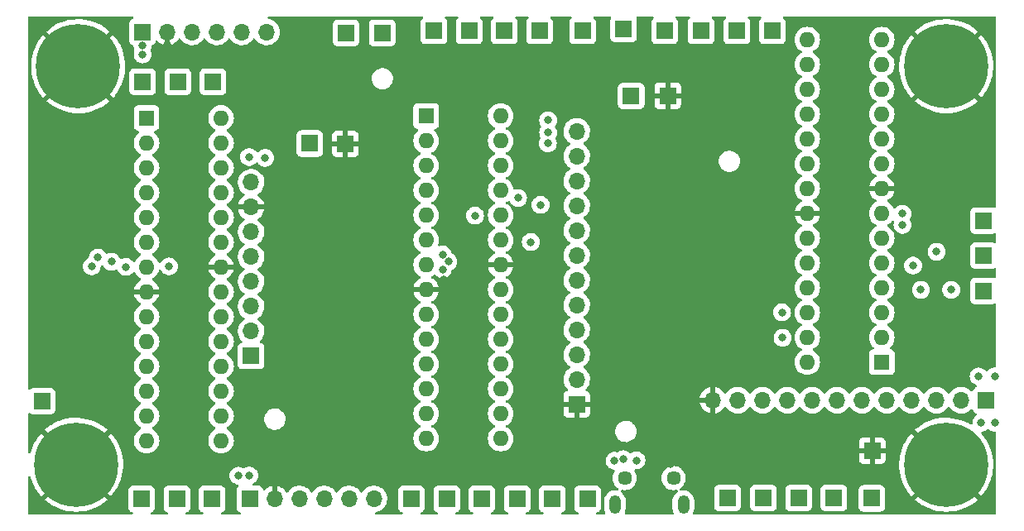
<source format=gbr>
%TF.GenerationSoftware,KiCad,Pcbnew,(6.0.2)*%
%TF.CreationDate,2022-03-17T15:01:17+00:00*%
%TF.ProjectId,PROJ324-Ard1,50524f4a-3332-4342-9d41-7264312e6b69,rev?*%
%TF.SameCoordinates,Original*%
%TF.FileFunction,Copper,L2,Inr*%
%TF.FilePolarity,Positive*%
%FSLAX46Y46*%
G04 Gerber Fmt 4.6, Leading zero omitted, Abs format (unit mm)*
G04 Created by KiCad (PCBNEW (6.0.2)) date 2022-03-17 15:01:17*
%MOMM*%
%LPD*%
G01*
G04 APERTURE LIST*
%TA.AperFunction,ComponentPad*%
%ADD10R,1.700000X1.700000*%
%TD*%
%TA.AperFunction,ComponentPad*%
%ADD11C,1.450000*%
%TD*%
%TA.AperFunction,ComponentPad*%
%ADD12O,1.200000X1.900000*%
%TD*%
%TA.AperFunction,ComponentPad*%
%ADD13O,1.700000X1.700000*%
%TD*%
%TA.AperFunction,ComponentPad*%
%ADD14C,8.600000*%
%TD*%
%TA.AperFunction,ComponentPad*%
%ADD15C,0.900000*%
%TD*%
%TA.AperFunction,ComponentPad*%
%ADD16R,1.600000X1.600000*%
%TD*%
%TA.AperFunction,ComponentPad*%
%ADD17O,1.600000X1.600000*%
%TD*%
%TA.AperFunction,ViaPad*%
%ADD18C,0.800000*%
%TD*%
G04 APERTURE END LIST*
D10*
%TO.N,ATMEGA_3_TXD*%
%TO.C,J33*%
X184700000Y-35400000D03*
%TD*%
%TO.N,+5V*%
%TO.C,J44*%
X210170000Y-41860000D03*
%TD*%
%TO.N,Net-(J21-Pad1)*%
%TO.C,J21*%
X221000000Y-35200000D03*
%TD*%
%TO.N,ATMEGA_2_RXD*%
%TO.C,J27*%
X190000000Y-35200000D03*
%TD*%
%TO.N,ATMEGA_1_RXD*%
%TO.C,J12*%
X227300000Y-83000000D03*
%TD*%
%TO.N,Net-(U4-Pad16)*%
%TO.C,J20*%
X205700000Y-83100000D03*
%TD*%
D11*
%TO.N,unconnected-(J1-Pad6)*%
%TO.C,J1*%
X209510000Y-80967500D03*
D12*
X215510000Y-83667500D03*
X208510000Y-83667500D03*
D11*
X214510000Y-80967500D03*
%TD*%
D10*
%TO.N,+5V*%
%TO.C,J45*%
X234780000Y-83040000D03*
%TD*%
%TO.N,Net-(J38-Pad1)*%
%TO.C,J38*%
X198500000Y-83100000D03*
%TD*%
%TO.N,GND*%
%TO.C,J40*%
X213900000Y-41830000D03*
%TD*%
%TO.N,Net-(J18-Pad1)*%
%TO.C,J18*%
X202100000Y-83100000D03*
%TD*%
%TO.N,Net-(J24-Pad1)*%
%TO.C,J24*%
X209400000Y-35000000D03*
%TD*%
%TO.N,Net-(J32-Pad1)*%
%TO.C,J32*%
X163800000Y-40400000D03*
%TD*%
%TO.N,Net-(J22-Pad1)*%
%TO.C,J22*%
X191300000Y-83100000D03*
%TD*%
%TO.N,Net-(J9-Pad1)*%
%TO.C,J9*%
X213600000Y-35200000D03*
%TD*%
%TO.N,Net-(J26-Pad1)*%
%TO.C,J26*%
X200800000Y-35200000D03*
%TD*%
%TO.N,Net-(J30-Pad1)*%
%TO.C,J30*%
X160200000Y-40400000D03*
%TD*%
%TO.N,GND*%
%TO.C,J4*%
X204600000Y-73400000D03*
D13*
%TO.N,ATMEGA_2_DRDY*%
X204600000Y-70860000D03*
%TO.N,ATMEGA_2_MISO*%
X204600000Y-68320000D03*
%TO.N,ATMEGA_2_SCK*%
X204600000Y-65780000D03*
%TO.N,ATMEGA_2_MOSI*%
X204600000Y-63240000D03*
%TO.N,ATMEGA_2_CS*%
X204600000Y-60700000D03*
%TO.N,ATMEGA_2_START*%
X204600000Y-58160000D03*
%TO.N,ATMEGA_2_PWDN_RESET*%
X204600000Y-55620000D03*
%TO.N,unconnected-(J4-Pad9)*%
X204600000Y-53080000D03*
%TO.N,unconnected-(J4-Pad10)*%
X204600000Y-50540000D03*
%TO.N,unconnected-(J4-Pad11)*%
X204600000Y-48000000D03*
%TO.N,+5V*%
X204600000Y-45460000D03*
%TD*%
D10*
%TO.N,Net-(J16-Pad1)*%
%TO.C,J16*%
X246200000Y-54600000D03*
%TD*%
%TO.N,GND*%
%TO.C,J42*%
X180940000Y-46760000D03*
%TD*%
%TO.N,GND*%
%TO.C,J41*%
X234820000Y-78160000D03*
%TD*%
D14*
%TO.N,GND*%
%TO.C,H3*%
X242400000Y-79600000D03*
D15*
X242400000Y-76375000D03*
X240119581Y-81880419D03*
X239175000Y-79600000D03*
X244680419Y-77319581D03*
X245625000Y-79600000D03*
X240119581Y-77319581D03*
X244680419Y-81880419D03*
X242400000Y-82825000D03*
%TD*%
%TO.N,GND*%
%TO.C,H2*%
X151119581Y-81880419D03*
D14*
X153400000Y-79600000D03*
D15*
X155680419Y-77319581D03*
X156625000Y-79600000D03*
X153400000Y-76375000D03*
X151119581Y-77319581D03*
X155680419Y-81880419D03*
X150175000Y-79600000D03*
X153400000Y-82825000D03*
%TD*%
D10*
%TO.N,Net-(J17-Pad1)*%
%TO.C,J17*%
X187700000Y-83100000D03*
%TD*%
%TO.N,+5V*%
%TO.C,J6*%
X160180000Y-35300000D03*
D13*
%TO.N,GND*%
X162720000Y-35300000D03*
%TO.N,unconnected-(J6-Pad3)*%
X165260000Y-35300000D03*
%TO.N,unconnected-(J6-Pad4)*%
X167800000Y-35300000D03*
%TO.N,ATMEGA_3_SCL_1*%
X170340000Y-35300000D03*
%TO.N,ATMEGA_3_SDA_1*%
X172880000Y-35300000D03*
%TD*%
D10*
%TO.N,Net-(J14-Pad1)*%
%TO.C,J14*%
X163700000Y-83100000D03*
%TD*%
D16*
%TO.N,ATMEGA_RESET*%
%TO.C,U5*%
X160600000Y-44100000D03*
D17*
%TO.N,ATMEGA_3_RXD*%
X160600000Y-46640000D03*
%TO.N,ATMEGA_3_TXD*%
X160600000Y-49180000D03*
%TO.N,Net-(J30-Pad1)*%
X160600000Y-51720000D03*
%TO.N,Net-(J32-Pad1)*%
X160600000Y-54260000D03*
%TO.N,Net-(J35-Pad1)*%
X160600000Y-56800000D03*
%TO.N,+5V*%
X160600000Y-59340000D03*
%TO.N,GND*%
X160600000Y-61880000D03*
%TO.N,ATMEGA_3_CRYSTAL_IN*%
X160600000Y-64420000D03*
%TO.N,ATMEGA_3_CRYSTAL_OUT*%
X160600000Y-66960000D03*
%TO.N,Net-(J36-Pad1)*%
X160600000Y-69500000D03*
%TO.N,Net-(J37-Pad1)*%
X160600000Y-72040000D03*
%TO.N,Net-(J39-Pad1)*%
X160600000Y-74580000D03*
%TO.N,Net-(J14-Pad1)*%
X160600000Y-77120000D03*
%TO.N,Net-(J17-Pad1)*%
X168220000Y-77120000D03*
%TO.N,ATMEGA_3_LCD_LED*%
X168220000Y-74580000D03*
%TO.N,ATMEGA_3_LCD_SDA*%
X168220000Y-72040000D03*
%TO.N,Net-(J22-Pad1)*%
X168220000Y-69500000D03*
%TO.N,ATMEGA_3_LCD_SCK*%
X168220000Y-66960000D03*
%TO.N,unconnected-(U5-Pad20)*%
X168220000Y-64420000D03*
%TO.N,unconnected-(U5-Pad21)*%
X168220000Y-61880000D03*
%TO.N,GND*%
X168220000Y-59340000D03*
%TO.N,unconnected-(U5-Pad23)*%
X168220000Y-56800000D03*
%TO.N,ATMEGA_3_LCD_CS*%
X168220000Y-54260000D03*
%TO.N,ATMEGA_3_LCD_RESET*%
X168220000Y-51720000D03*
%TO.N,ATMEGA_3_LCD_A0*%
X168220000Y-49180000D03*
%TO.N,ATMEGA_3_SDA_1*%
X168220000Y-46640000D03*
%TO.N,ATMEGA_3_SCL_1*%
X168220000Y-44100000D03*
%TD*%
D15*
%TO.N,GND*%
%TO.C,H4*%
X244680419Y-36519581D03*
X245625000Y-38800000D03*
D14*
X242400000Y-38800000D03*
D15*
X242400000Y-35575000D03*
X244680419Y-41080419D03*
X242400000Y-42025000D03*
X239175000Y-38800000D03*
X240119581Y-36519581D03*
X240119581Y-41080419D03*
%TD*%
D10*
%TO.N,Net-(J35-Pad1)*%
%TO.C,J35*%
X167400000Y-40400000D03*
%TD*%
%TO.N,Net-(J37-Pad1)*%
%TO.C,J37*%
X167300000Y-83100000D03*
%TD*%
%TO.N,ATMEGA_3_RXD*%
%TO.C,J23*%
X181000000Y-35400000D03*
%TD*%
%TO.N,ATMEGA_3_LCD_LED*%
%TO.C,J7*%
X171300000Y-68475000D03*
D13*
%TO.N,ATMEGA_3_LCD_SCK*%
X171300000Y-65935000D03*
%TO.N,ATMEGA_3_LCD_SDA*%
X171300000Y-63395000D03*
%TO.N,ATMEGA_3_LCD_A0*%
X171300000Y-60855000D03*
%TO.N,ATMEGA_3_LCD_RESET*%
X171300000Y-58315000D03*
%TO.N,ATMEGA_3_LCD_CS*%
X171300000Y-55775000D03*
%TO.N,GND*%
X171300000Y-53235000D03*
%TO.N,+5V*%
X171300000Y-50695000D03*
%TD*%
D10*
%TO.N,Net-(J10-Pad1)*%
%TO.C,J10*%
X220000000Y-83000000D03*
%TD*%
%TO.N,Net-(J29-Pad1)*%
%TO.C,J29*%
X197200000Y-35200000D03*
%TD*%
%TO.N,Net-(J19-Pad1)*%
%TO.C,J19*%
X224600000Y-35200000D03*
%TD*%
%TO.N,Net-(J13-Pad1)*%
%TO.C,J13*%
X230900000Y-83000000D03*
%TD*%
%TO.N,Net-(J31-Pad1)*%
%TO.C,J31*%
X246200000Y-61800000D03*
%TD*%
%TO.N,Net-(J8-Pad1)*%
%TO.C,J8*%
X217300000Y-35200000D03*
%TD*%
D16*
%TO.N,ATMEGA_RESET*%
%TO.C,U4*%
X189200000Y-43900000D03*
D17*
%TO.N,ATMEGA_2_RXD*%
X189200000Y-46440000D03*
%TO.N,ATMEGA_2_TXD*%
X189200000Y-48980000D03*
%TO.N,ATMEGA_2_DRDY*%
X189200000Y-51520000D03*
%TO.N,unconnected-(U4-Pad5)*%
X189200000Y-54060000D03*
%TO.N,ATMEGA_2_PWDN_RESET*%
X189200000Y-56600000D03*
%TO.N,+5V*%
X189200000Y-59140000D03*
%TO.N,GND*%
X189200000Y-61680000D03*
%TO.N,ATMEGA_2_CRYSTAL_IN*%
X189200000Y-64220000D03*
%TO.N,ATMEGA_2_CRYSTAL_OUT*%
X189200000Y-66760000D03*
%TO.N,ATMEGA_2_START*%
X189200000Y-69300000D03*
%TO.N,Net-(J38-Pad1)*%
X189200000Y-71840000D03*
%TO.N,ATMEGA_2_CS*%
X189200000Y-74380000D03*
%TO.N,Net-(J15-Pad1)*%
X189200000Y-76920000D03*
%TO.N,Net-(J18-Pad1)*%
X196820000Y-76920000D03*
%TO.N,Net-(U4-Pad16)*%
X196820000Y-74380000D03*
%TO.N,ATMEGA_2_MOSI*%
X196820000Y-71840000D03*
%TO.N,ATMEGA_2_MISO*%
X196820000Y-69300000D03*
%TO.N,ATMEGA_2_SCK*%
X196820000Y-66760000D03*
%TO.N,unconnected-(U4-Pad20)*%
X196820000Y-64220000D03*
%TO.N,unconnected-(U4-Pad21)*%
X196820000Y-61680000D03*
%TO.N,GND*%
X196820000Y-59140000D03*
%TO.N,Net-(J24-Pad1)*%
X196820000Y-56600000D03*
%TO.N,Net-(J25-Pad1)*%
X196820000Y-54060000D03*
%TO.N,Net-(J26-Pad1)*%
X196820000Y-51520000D03*
%TO.N,unconnected-(U4-Pad26)*%
X196820000Y-48980000D03*
%TO.N,unconnected-(U4-Pad27)*%
X196820000Y-46440000D03*
%TO.N,Net-(J29-Pad1)*%
X196820000Y-43900000D03*
%TD*%
D10*
%TO.N,ATMEGA_2_TXD*%
%TO.C,J28*%
X193600000Y-35200000D03*
%TD*%
%TO.N,Net-(J36-Pad1)*%
%TO.C,J36*%
X149900000Y-73100000D03*
%TD*%
D15*
%TO.N,GND*%
%TO.C,H1*%
X151319581Y-36519581D03*
D14*
X153600000Y-38800000D03*
D15*
X151319581Y-41080419D03*
X155880419Y-41080419D03*
X150375000Y-38800000D03*
X155880419Y-36519581D03*
X153600000Y-35575000D03*
X153600000Y-42025000D03*
X156825000Y-38800000D03*
%TD*%
D10*
%TO.N,Net-(J39-Pad1)*%
%TO.C,J39*%
X160100000Y-83100000D03*
%TD*%
%TO.N,Net-(J15-Pad1)*%
%TO.C,J15*%
X194900000Y-83100000D03*
%TD*%
%TO.N,+5V*%
%TO.C,J43*%
X177290000Y-46720000D03*
%TD*%
D16*
%TO.N,ATMEGA_RESET*%
%TO.C,U3*%
X235800000Y-69100000D03*
D17*
%TO.N,ATMEGA_1_RXD*%
X235800000Y-66560000D03*
%TO.N,ATMEGA_1_TXD*%
X235800000Y-64020000D03*
%TO.N,Net-(J31-Pad1)*%
X235800000Y-61480000D03*
%TO.N,Net-(J34-Pad1)*%
X235800000Y-58940000D03*
%TO.N,ATMEGA_1_PWDN_RESET*%
X235800000Y-56400000D03*
%TO.N,+5V*%
X235800000Y-53860000D03*
%TO.N,GND*%
X235800000Y-51320000D03*
%TO.N,ATMEGA_1_CRYSTAL_IN*%
X235800000Y-48780000D03*
%TO.N,ATMEGA_1_CRYSTAL_OUT*%
X235800000Y-46240000D03*
%TO.N,ATMEGA_1_START*%
X235800000Y-43700000D03*
%TO.N,ATMEGA_1_DRDY*%
X235800000Y-41160000D03*
%TO.N,ATMEGA_1_CS*%
X235800000Y-38620000D03*
%TO.N,Net-(J16-Pad1)*%
X235800000Y-36080000D03*
%TO.N,Net-(J19-Pad1)*%
X228180000Y-36080000D03*
%TO.N,Net-(J21-Pad1)*%
X228180000Y-38620000D03*
%TO.N,ATMEGA_1_MOSI*%
X228180000Y-41160000D03*
%TO.N,ATMEGA_1_MISO*%
X228180000Y-43700000D03*
%TO.N,ATMEGA_1_SCK*%
X228180000Y-46240000D03*
%TO.N,unconnected-(U3-Pad20)*%
X228180000Y-48780000D03*
%TO.N,unconnected-(U3-Pad21)*%
X228180000Y-51320000D03*
%TO.N,GND*%
X228180000Y-53860000D03*
%TO.N,Net-(J8-Pad1)*%
X228180000Y-56400000D03*
%TO.N,Net-(J9-Pad1)*%
X228180000Y-58940000D03*
%TO.N,Net-(J10-Pad1)*%
X228180000Y-61480000D03*
%TO.N,unconnected-(U3-Pad26)*%
X228180000Y-64020000D03*
%TO.N,unconnected-(U3-Pad27)*%
X228180000Y-66560000D03*
%TO.N,Net-(J13-Pad1)*%
X228180000Y-69100000D03*
%TD*%
D10*
%TO.N,Net-(J25-Pad1)*%
%TO.C,J25*%
X205200000Y-35200000D03*
%TD*%
%TO.N,Net-(J34-Pad1)*%
%TO.C,J34*%
X246200000Y-58200000D03*
%TD*%
%TO.N,+5V*%
%TO.C,J3*%
X246450000Y-73000000D03*
D13*
%TO.N,ATMEGA_1_PWDN_RESET*%
X243910000Y-73000000D03*
%TO.N,ATMEGA_1_START*%
X241370000Y-73000000D03*
%TO.N,ATMEGA_1_DRDY*%
X238830000Y-73000000D03*
%TO.N,ATMEGA_1_CS*%
X236290000Y-73000000D03*
%TO.N,ATMEGA_1_MOSI*%
X233750000Y-73000000D03*
%TO.N,ATMEGA_1_MISO*%
X231210000Y-73000000D03*
%TO.N,ATMEGA_1_SCK*%
X228670000Y-73000000D03*
%TO.N,unconnected-(J3-Pad9)*%
X226130000Y-73000000D03*
%TO.N,unconnected-(J3-Pad10)*%
X223590000Y-73000000D03*
%TO.N,unconnected-(J3-Pad11)*%
X221050000Y-73000000D03*
%TO.N,GND*%
X218510000Y-73000000D03*
%TD*%
D10*
%TO.N,ATMEGA_1_TXD*%
%TO.C,J11*%
X223700000Y-83000000D03*
%TD*%
%TO.N,+5V*%
%TO.C,J5*%
X171150000Y-83100000D03*
D13*
%TO.N,GND*%
X173690000Y-83100000D03*
%TO.N,unconnected-(J5-Pad3)*%
X176230000Y-83100000D03*
%TO.N,unconnected-(J5-Pad4)*%
X178770000Y-83100000D03*
%TO.N,ATMEGA_3_SCL_1*%
X181310000Y-83100000D03*
%TO.N,ATMEGA_3_SDA_1*%
X183850000Y-83100000D03*
%TD*%
D18*
%TO.N,GND*%
X191000000Y-61700000D03*
X166400000Y-58600000D03*
X162800000Y-62000000D03*
X186900000Y-66200000D03*
X226480000Y-53240000D03*
X158000000Y-57000000D03*
X202184000Y-73660000D03*
X190980000Y-60690000D03*
X217830000Y-75390000D03*
X152900000Y-65540000D03*
X195000000Y-60280000D03*
X244700000Y-51700000D03*
X239230000Y-52390000D03*
X182000000Y-61100000D03*
X162700000Y-37700000D03*
X155600000Y-60900000D03*
X172510000Y-80770000D03*
X173200000Y-52100000D03*
X194500000Y-59300000D03*
X174840000Y-80800000D03*
X238900000Y-47214500D03*
X156700000Y-69100000D03*
X194860000Y-58150000D03*
X173110000Y-54340000D03*
X173700000Y-80700000D03*
X166400000Y-59750000D03*
X157570000Y-55470000D03*
X220300000Y-70340000D03*
X238100000Y-51700000D03*
X151000000Y-64800000D03*
X152300000Y-64750000D03*
X154700000Y-61800000D03*
X202184000Y-74676000D03*
X206900000Y-73500000D03*
X219210000Y-75380000D03*
X207010000Y-72390000D03*
X219010000Y-70300000D03*
X225820000Y-52220000D03*
X242800000Y-51700000D03*
X213000000Y-79000000D03*
X155950000Y-49160000D03*
X162720000Y-36610000D03*
X180000000Y-61700000D03*
X214190000Y-79570000D03*
X155950000Y-52600000D03*
X157600000Y-60900000D03*
X191000000Y-62690000D03*
X158710000Y-61880000D03*
X151245000Y-65805000D03*
%TO.N,+5V*%
X155000000Y-59300000D03*
X158490000Y-59340000D03*
X201670000Y-44350000D03*
X172730000Y-48190000D03*
X169990000Y-80720000D03*
X237920000Y-55050000D03*
X201650000Y-46700000D03*
X201676000Y-45600000D03*
X157010000Y-58810000D03*
X247340000Y-70560000D03*
X160180000Y-36710000D03*
X190890000Y-58080000D03*
X245970000Y-75300000D03*
X155620000Y-58400000D03*
X171100000Y-80700000D03*
X191470000Y-58820000D03*
X237900000Y-53900000D03*
X208460000Y-79190000D03*
X247380000Y-75310000D03*
X171100000Y-48100000D03*
X210710000Y-79150000D03*
X209350000Y-79040000D03*
X190890000Y-59610000D03*
X160200000Y-37600000D03*
X245700000Y-70560000D03*
X162900000Y-59300000D03*
%TO.N,ATMEGA_1_RXD*%
X225650000Y-66600000D03*
%TO.N,ATMEGA_1_TXD*%
X225600000Y-64000000D03*
%TO.N,Net-(J34-Pad1)*%
X241400000Y-57800000D03*
X239000000Y-59200000D03*
%TO.N,Net-(J31-Pad1)*%
X239800000Y-61700000D03*
X242900000Y-61700000D03*
%TO.N,Net-(J25-Pad1)*%
X194200000Y-54100000D03*
X198600000Y-52300000D03*
%TO.N,Net-(J24-Pad1)*%
X199900000Y-56800000D03*
X200900000Y-53000000D03*
%TD*%
%TA.AperFunction,Conductor*%
%TO.N,GND*%
G36*
X159233633Y-33728002D02*
G01*
X159280126Y-33781658D01*
X159290230Y-33851932D01*
X159260736Y-33916512D01*
X159209742Y-33951982D01*
X159117028Y-33986739D01*
X159083295Y-33999385D01*
X158966739Y-34086739D01*
X158879385Y-34203295D01*
X158828255Y-34339684D01*
X158821500Y-34401866D01*
X158821500Y-36198134D01*
X158828255Y-36260316D01*
X158879385Y-36396705D01*
X158966739Y-36513261D01*
X159083295Y-36600615D01*
X159091704Y-36603767D01*
X159091705Y-36603768D01*
X159189103Y-36640281D01*
X159245868Y-36682922D01*
X159270184Y-36745092D01*
X159271593Y-36758500D01*
X159286458Y-36899928D01*
X159345473Y-37081556D01*
X159362016Y-37110210D01*
X159378754Y-37179204D01*
X159368163Y-37223784D01*
X159365473Y-37228444D01*
X159306458Y-37410072D01*
X159305768Y-37416633D01*
X159305768Y-37416635D01*
X159293564Y-37532748D01*
X159286496Y-37600000D01*
X159287186Y-37606565D01*
X159304963Y-37775700D01*
X159306458Y-37789928D01*
X159365473Y-37971556D01*
X159460960Y-38136944D01*
X159465378Y-38141851D01*
X159465379Y-38141852D01*
X159584325Y-38273955D01*
X159588747Y-38278866D01*
X159687843Y-38350864D01*
X159713337Y-38369386D01*
X159743248Y-38391118D01*
X159749276Y-38393802D01*
X159749278Y-38393803D01*
X159911681Y-38466109D01*
X159917712Y-38468794D01*
X160011112Y-38488647D01*
X160098056Y-38507128D01*
X160098061Y-38507128D01*
X160104513Y-38508500D01*
X160295487Y-38508500D01*
X160301939Y-38507128D01*
X160301944Y-38507128D01*
X160388888Y-38488647D01*
X160482288Y-38468794D01*
X160488319Y-38466109D01*
X160650722Y-38393803D01*
X160650724Y-38393802D01*
X160656752Y-38391118D01*
X160686664Y-38369386D01*
X160712157Y-38350864D01*
X160811253Y-38278866D01*
X160815675Y-38273955D01*
X160934621Y-38141852D01*
X160934622Y-38141851D01*
X160939040Y-38136944D01*
X161034527Y-37971556D01*
X161093542Y-37789928D01*
X161095038Y-37775700D01*
X161112814Y-37606565D01*
X161113504Y-37600000D01*
X161106436Y-37532748D01*
X161094232Y-37416635D01*
X161094232Y-37416633D01*
X161093542Y-37410072D01*
X161034527Y-37228444D01*
X161017984Y-37199790D01*
X161001246Y-37130796D01*
X161011837Y-37086216D01*
X161014527Y-37081556D01*
X161026188Y-37045669D01*
X161071502Y-36906206D01*
X161073542Y-36899928D01*
X161088407Y-36758500D01*
X161089816Y-36745092D01*
X161116829Y-36679436D01*
X161170897Y-36640281D01*
X161268295Y-36603768D01*
X161268296Y-36603767D01*
X161276705Y-36600615D01*
X161393261Y-36513261D01*
X161480615Y-36396705D01*
X161494257Y-36360316D01*
X161524798Y-36278848D01*
X161567440Y-36222084D01*
X161634001Y-36197384D01*
X161703350Y-36212592D01*
X161738017Y-36240580D01*
X161763218Y-36269673D01*
X161770580Y-36276883D01*
X161934434Y-36412916D01*
X161942881Y-36418831D01*
X162126756Y-36526279D01*
X162136042Y-36530729D01*
X162335001Y-36606703D01*
X162344899Y-36609579D01*
X162448250Y-36630606D01*
X162462299Y-36629410D01*
X162466000Y-36619065D01*
X162466000Y-35172000D01*
X162486002Y-35103879D01*
X162539658Y-35057386D01*
X162592000Y-35046000D01*
X162848000Y-35046000D01*
X162916121Y-35066002D01*
X162962614Y-35119658D01*
X162974000Y-35172000D01*
X162974000Y-36618517D01*
X162978064Y-36632359D01*
X162991478Y-36634393D01*
X162998184Y-36633534D01*
X163008262Y-36631392D01*
X163212255Y-36570191D01*
X163221842Y-36566433D01*
X163413095Y-36472739D01*
X163421945Y-36467464D01*
X163595328Y-36343792D01*
X163603200Y-36337139D01*
X163754052Y-36186812D01*
X163760730Y-36178965D01*
X163888022Y-36001819D01*
X163889279Y-36002722D01*
X163936373Y-35959362D01*
X164006311Y-35947145D01*
X164071751Y-35974678D01*
X164099579Y-36006511D01*
X164159987Y-36105088D01*
X164306250Y-36273938D01*
X164478126Y-36416632D01*
X164671000Y-36529338D01*
X164675825Y-36531180D01*
X164675826Y-36531181D01*
X164729678Y-36551745D01*
X164879692Y-36609030D01*
X164884760Y-36610061D01*
X164884763Y-36610062D01*
X164979862Y-36629410D01*
X165098597Y-36653567D01*
X165103772Y-36653757D01*
X165103774Y-36653757D01*
X165316673Y-36661564D01*
X165316677Y-36661564D01*
X165321837Y-36661753D01*
X165326957Y-36661097D01*
X165326959Y-36661097D01*
X165538288Y-36634025D01*
X165538289Y-36634025D01*
X165543416Y-36633368D01*
X165548366Y-36631883D01*
X165752429Y-36570661D01*
X165752434Y-36570659D01*
X165757384Y-36569174D01*
X165957994Y-36470896D01*
X166139860Y-36341173D01*
X166298096Y-36183489D01*
X166314748Y-36160316D01*
X166428453Y-36002077D01*
X166429776Y-36003028D01*
X166476645Y-35959857D01*
X166546580Y-35947625D01*
X166612026Y-35975144D01*
X166639875Y-36006994D01*
X166699987Y-36105088D01*
X166846250Y-36273938D01*
X167018126Y-36416632D01*
X167211000Y-36529338D01*
X167215825Y-36531180D01*
X167215826Y-36531181D01*
X167269678Y-36551745D01*
X167419692Y-36609030D01*
X167424760Y-36610061D01*
X167424763Y-36610062D01*
X167519862Y-36629410D01*
X167638597Y-36653567D01*
X167643772Y-36653757D01*
X167643774Y-36653757D01*
X167856673Y-36661564D01*
X167856677Y-36661564D01*
X167861837Y-36661753D01*
X167866957Y-36661097D01*
X167866959Y-36661097D01*
X168078288Y-36634025D01*
X168078289Y-36634025D01*
X168083416Y-36633368D01*
X168088366Y-36631883D01*
X168292429Y-36570661D01*
X168292434Y-36570659D01*
X168297384Y-36569174D01*
X168497994Y-36470896D01*
X168679860Y-36341173D01*
X168838096Y-36183489D01*
X168854748Y-36160316D01*
X168968453Y-36002077D01*
X168969776Y-36003028D01*
X169016645Y-35959857D01*
X169086580Y-35947625D01*
X169152026Y-35975144D01*
X169179875Y-36006994D01*
X169239987Y-36105088D01*
X169386250Y-36273938D01*
X169558126Y-36416632D01*
X169751000Y-36529338D01*
X169755825Y-36531180D01*
X169755826Y-36531181D01*
X169809678Y-36551745D01*
X169959692Y-36609030D01*
X169964760Y-36610061D01*
X169964763Y-36610062D01*
X170059862Y-36629410D01*
X170178597Y-36653567D01*
X170183772Y-36653757D01*
X170183774Y-36653757D01*
X170396673Y-36661564D01*
X170396677Y-36661564D01*
X170401837Y-36661753D01*
X170406957Y-36661097D01*
X170406959Y-36661097D01*
X170618288Y-36634025D01*
X170618289Y-36634025D01*
X170623416Y-36633368D01*
X170628366Y-36631883D01*
X170832429Y-36570661D01*
X170832434Y-36570659D01*
X170837384Y-36569174D01*
X171037994Y-36470896D01*
X171219860Y-36341173D01*
X171378096Y-36183489D01*
X171394748Y-36160316D01*
X171508453Y-36002077D01*
X171509776Y-36003028D01*
X171556645Y-35959857D01*
X171626580Y-35947625D01*
X171692026Y-35975144D01*
X171719875Y-36006994D01*
X171779987Y-36105088D01*
X171926250Y-36273938D01*
X172098126Y-36416632D01*
X172291000Y-36529338D01*
X172295825Y-36531180D01*
X172295826Y-36531181D01*
X172349678Y-36551745D01*
X172499692Y-36609030D01*
X172504760Y-36610061D01*
X172504763Y-36610062D01*
X172599862Y-36629410D01*
X172718597Y-36653567D01*
X172723772Y-36653757D01*
X172723774Y-36653757D01*
X172936673Y-36661564D01*
X172936677Y-36661564D01*
X172941837Y-36661753D01*
X172946957Y-36661097D01*
X172946959Y-36661097D01*
X173158288Y-36634025D01*
X173158289Y-36634025D01*
X173163416Y-36633368D01*
X173168366Y-36631883D01*
X173372429Y-36570661D01*
X173372434Y-36570659D01*
X173377384Y-36569174D01*
X173577994Y-36470896D01*
X173759860Y-36341173D01*
X173803050Y-36298134D01*
X179641500Y-36298134D01*
X179648255Y-36360316D01*
X179699385Y-36496705D01*
X179786739Y-36613261D01*
X179903295Y-36700615D01*
X180039684Y-36751745D01*
X180101866Y-36758500D01*
X181898134Y-36758500D01*
X181960316Y-36751745D01*
X182096705Y-36700615D01*
X182213261Y-36613261D01*
X182300615Y-36496705D01*
X182351745Y-36360316D01*
X182358500Y-36298134D01*
X183341500Y-36298134D01*
X183348255Y-36360316D01*
X183399385Y-36496705D01*
X183486739Y-36613261D01*
X183603295Y-36700615D01*
X183739684Y-36751745D01*
X183801866Y-36758500D01*
X185598134Y-36758500D01*
X185660316Y-36751745D01*
X185796705Y-36700615D01*
X185913261Y-36613261D01*
X186000615Y-36496705D01*
X186051745Y-36360316D01*
X186058500Y-36298134D01*
X186058500Y-34501866D01*
X186051745Y-34439684D01*
X186000615Y-34303295D01*
X185913261Y-34186739D01*
X185796705Y-34099385D01*
X185660316Y-34048255D01*
X185598134Y-34041500D01*
X183801866Y-34041500D01*
X183739684Y-34048255D01*
X183603295Y-34099385D01*
X183486739Y-34186739D01*
X183399385Y-34303295D01*
X183348255Y-34439684D01*
X183341500Y-34501866D01*
X183341500Y-36298134D01*
X182358500Y-36298134D01*
X182358500Y-34501866D01*
X182351745Y-34439684D01*
X182300615Y-34303295D01*
X182213261Y-34186739D01*
X182096705Y-34099385D01*
X181960316Y-34048255D01*
X181898134Y-34041500D01*
X180101866Y-34041500D01*
X180039684Y-34048255D01*
X179903295Y-34099385D01*
X179786739Y-34186739D01*
X179699385Y-34303295D01*
X179648255Y-34439684D01*
X179641500Y-34501866D01*
X179641500Y-36298134D01*
X173803050Y-36298134D01*
X173918096Y-36183489D01*
X173934748Y-36160316D01*
X174045435Y-36006277D01*
X174048453Y-36002077D01*
X174052696Y-35993493D01*
X174145136Y-35806453D01*
X174145137Y-35806451D01*
X174147430Y-35801811D01*
X174212370Y-35588069D01*
X174241529Y-35366590D01*
X174243156Y-35300000D01*
X174224852Y-35077361D01*
X174170431Y-34860702D01*
X174081354Y-34655840D01*
X173996460Y-34524614D01*
X173962822Y-34472617D01*
X173962820Y-34472614D01*
X173960014Y-34468277D01*
X173809670Y-34303051D01*
X173805619Y-34299852D01*
X173805615Y-34299848D01*
X173638414Y-34167800D01*
X173638410Y-34167798D01*
X173634359Y-34164598D01*
X173598028Y-34144542D01*
X173555207Y-34120904D01*
X173438789Y-34056638D01*
X173433920Y-34054914D01*
X173433916Y-34054912D01*
X173233087Y-33983795D01*
X173233083Y-33983794D01*
X173228212Y-33982069D01*
X173223119Y-33981162D01*
X173223116Y-33981161D01*
X173093353Y-33958047D01*
X173029795Y-33926409D01*
X172993432Y-33865432D01*
X172995809Y-33794475D01*
X173036170Y-33736067D01*
X173101702Y-33708752D01*
X173115449Y-33708000D01*
X188780441Y-33708000D01*
X188848562Y-33728002D01*
X188895055Y-33781658D01*
X188905159Y-33851932D01*
X188875665Y-33916512D01*
X188856006Y-33934826D01*
X188801652Y-33975562D01*
X188786739Y-33986739D01*
X188699385Y-34103295D01*
X188648255Y-34239684D01*
X188641500Y-34301866D01*
X188641500Y-36098134D01*
X188648255Y-36160316D01*
X188699385Y-36296705D01*
X188786739Y-36413261D01*
X188903295Y-36500615D01*
X189039684Y-36551745D01*
X189101866Y-36558500D01*
X190898134Y-36558500D01*
X190960316Y-36551745D01*
X191096705Y-36500615D01*
X191213261Y-36413261D01*
X191300615Y-36296705D01*
X191351745Y-36160316D01*
X191358500Y-36098134D01*
X191358500Y-34301866D01*
X191351745Y-34239684D01*
X191300615Y-34103295D01*
X191213261Y-33986739D01*
X191198348Y-33975562D01*
X191143994Y-33934826D01*
X191101479Y-33877967D01*
X191096453Y-33807148D01*
X191130513Y-33744855D01*
X191192845Y-33710865D01*
X191219559Y-33708000D01*
X192380441Y-33708000D01*
X192448562Y-33728002D01*
X192495055Y-33781658D01*
X192505159Y-33851932D01*
X192475665Y-33916512D01*
X192456006Y-33934826D01*
X192401652Y-33975562D01*
X192386739Y-33986739D01*
X192299385Y-34103295D01*
X192248255Y-34239684D01*
X192241500Y-34301866D01*
X192241500Y-36098134D01*
X192248255Y-36160316D01*
X192299385Y-36296705D01*
X192386739Y-36413261D01*
X192503295Y-36500615D01*
X192639684Y-36551745D01*
X192701866Y-36558500D01*
X194498134Y-36558500D01*
X194560316Y-36551745D01*
X194696705Y-36500615D01*
X194813261Y-36413261D01*
X194900615Y-36296705D01*
X194951745Y-36160316D01*
X194958500Y-36098134D01*
X194958500Y-34301866D01*
X194951745Y-34239684D01*
X194900615Y-34103295D01*
X194813261Y-33986739D01*
X194798348Y-33975562D01*
X194743994Y-33934826D01*
X194701479Y-33877967D01*
X194696453Y-33807148D01*
X194730513Y-33744855D01*
X194792845Y-33710865D01*
X194819559Y-33708000D01*
X195980441Y-33708000D01*
X196048562Y-33728002D01*
X196095055Y-33781658D01*
X196105159Y-33851932D01*
X196075665Y-33916512D01*
X196056006Y-33934826D01*
X196001652Y-33975562D01*
X195986739Y-33986739D01*
X195899385Y-34103295D01*
X195848255Y-34239684D01*
X195841500Y-34301866D01*
X195841500Y-36098134D01*
X195848255Y-36160316D01*
X195899385Y-36296705D01*
X195986739Y-36413261D01*
X196103295Y-36500615D01*
X196239684Y-36551745D01*
X196301866Y-36558500D01*
X198098134Y-36558500D01*
X198160316Y-36551745D01*
X198296705Y-36500615D01*
X198413261Y-36413261D01*
X198500615Y-36296705D01*
X198551745Y-36160316D01*
X198558500Y-36098134D01*
X198558500Y-34301866D01*
X198551745Y-34239684D01*
X198500615Y-34103295D01*
X198413261Y-33986739D01*
X198398348Y-33975562D01*
X198343994Y-33934826D01*
X198301479Y-33877967D01*
X198296453Y-33807148D01*
X198330513Y-33744855D01*
X198392845Y-33710865D01*
X198419559Y-33708000D01*
X199580441Y-33708000D01*
X199648562Y-33728002D01*
X199695055Y-33781658D01*
X199705159Y-33851932D01*
X199675665Y-33916512D01*
X199656006Y-33934826D01*
X199601652Y-33975562D01*
X199586739Y-33986739D01*
X199499385Y-34103295D01*
X199448255Y-34239684D01*
X199441500Y-34301866D01*
X199441500Y-36098134D01*
X199448255Y-36160316D01*
X199499385Y-36296705D01*
X199586739Y-36413261D01*
X199703295Y-36500615D01*
X199839684Y-36551745D01*
X199901866Y-36558500D01*
X201698134Y-36558500D01*
X201760316Y-36551745D01*
X201896705Y-36500615D01*
X202013261Y-36413261D01*
X202100615Y-36296705D01*
X202151745Y-36160316D01*
X202158500Y-36098134D01*
X202158500Y-34301866D01*
X202151745Y-34239684D01*
X202100615Y-34103295D01*
X202013261Y-33986739D01*
X201998348Y-33975562D01*
X201943994Y-33934826D01*
X201901479Y-33877967D01*
X201896453Y-33807148D01*
X201930513Y-33744855D01*
X201992845Y-33710865D01*
X202019559Y-33708000D01*
X203980441Y-33708000D01*
X204048562Y-33728002D01*
X204095055Y-33781658D01*
X204105159Y-33851932D01*
X204075665Y-33916512D01*
X204056006Y-33934826D01*
X204001652Y-33975562D01*
X203986739Y-33986739D01*
X203899385Y-34103295D01*
X203848255Y-34239684D01*
X203841500Y-34301866D01*
X203841500Y-36098134D01*
X203848255Y-36160316D01*
X203899385Y-36296705D01*
X203986739Y-36413261D01*
X204103295Y-36500615D01*
X204239684Y-36551745D01*
X204301866Y-36558500D01*
X206098134Y-36558500D01*
X206160316Y-36551745D01*
X206296705Y-36500615D01*
X206413261Y-36413261D01*
X206500615Y-36296705D01*
X206551745Y-36160316D01*
X206558500Y-36098134D01*
X206558500Y-34301866D01*
X206551745Y-34239684D01*
X206500615Y-34103295D01*
X206413261Y-33986739D01*
X206398348Y-33975562D01*
X206343994Y-33934826D01*
X206301479Y-33877967D01*
X206296453Y-33807148D01*
X206330513Y-33744855D01*
X206392845Y-33710865D01*
X206419559Y-33708000D01*
X207995126Y-33708000D01*
X208063247Y-33728002D01*
X208109740Y-33781658D01*
X208119844Y-33851932D01*
X208105646Y-33894509D01*
X208104768Y-33896112D01*
X208099385Y-33903295D01*
X208096236Y-33911696D01*
X208096234Y-33911699D01*
X208078859Y-33958047D01*
X208048255Y-34039684D01*
X208041500Y-34101866D01*
X208041500Y-35898134D01*
X208048255Y-35960316D01*
X208099385Y-36096705D01*
X208186739Y-36213261D01*
X208303295Y-36300615D01*
X208439684Y-36351745D01*
X208501866Y-36358500D01*
X210298134Y-36358500D01*
X210360316Y-36351745D01*
X210496705Y-36300615D01*
X210613261Y-36213261D01*
X210700615Y-36096705D01*
X210751745Y-35960316D01*
X210758500Y-35898134D01*
X210758500Y-34101866D01*
X210751745Y-34039684D01*
X210721141Y-33958047D01*
X210703766Y-33911699D01*
X210703764Y-33911696D01*
X210700615Y-33903295D01*
X210695232Y-33896112D01*
X210694354Y-33894509D01*
X210679185Y-33825152D01*
X210703921Y-33758604D01*
X210760709Y-33715994D01*
X210804874Y-33708000D01*
X212380441Y-33708000D01*
X212448562Y-33728002D01*
X212495055Y-33781658D01*
X212505159Y-33851932D01*
X212475665Y-33916512D01*
X212456006Y-33934826D01*
X212401652Y-33975562D01*
X212386739Y-33986739D01*
X212299385Y-34103295D01*
X212248255Y-34239684D01*
X212241500Y-34301866D01*
X212241500Y-36098134D01*
X212248255Y-36160316D01*
X212299385Y-36296705D01*
X212386739Y-36413261D01*
X212503295Y-36500615D01*
X212639684Y-36551745D01*
X212701866Y-36558500D01*
X214498134Y-36558500D01*
X214560316Y-36551745D01*
X214696705Y-36500615D01*
X214813261Y-36413261D01*
X214900615Y-36296705D01*
X214951745Y-36160316D01*
X214958500Y-36098134D01*
X214958500Y-34301866D01*
X214951745Y-34239684D01*
X214900615Y-34103295D01*
X214813261Y-33986739D01*
X214798348Y-33975562D01*
X214743994Y-33934826D01*
X214701479Y-33877967D01*
X214696453Y-33807148D01*
X214730513Y-33744855D01*
X214792845Y-33710865D01*
X214819559Y-33708000D01*
X216080441Y-33708000D01*
X216148562Y-33728002D01*
X216195055Y-33781658D01*
X216205159Y-33851932D01*
X216175665Y-33916512D01*
X216156006Y-33934826D01*
X216101652Y-33975562D01*
X216086739Y-33986739D01*
X215999385Y-34103295D01*
X215948255Y-34239684D01*
X215941500Y-34301866D01*
X215941500Y-36098134D01*
X215948255Y-36160316D01*
X215999385Y-36296705D01*
X216086739Y-36413261D01*
X216203295Y-36500615D01*
X216339684Y-36551745D01*
X216401866Y-36558500D01*
X218198134Y-36558500D01*
X218260316Y-36551745D01*
X218396705Y-36500615D01*
X218513261Y-36413261D01*
X218600615Y-36296705D01*
X218651745Y-36160316D01*
X218658500Y-36098134D01*
X218658500Y-34301866D01*
X218651745Y-34239684D01*
X218600615Y-34103295D01*
X218513261Y-33986739D01*
X218498348Y-33975562D01*
X218443994Y-33934826D01*
X218401479Y-33877967D01*
X218396453Y-33807148D01*
X218430513Y-33744855D01*
X218492845Y-33710865D01*
X218519559Y-33708000D01*
X219780441Y-33708000D01*
X219848562Y-33728002D01*
X219895055Y-33781658D01*
X219905159Y-33851932D01*
X219875665Y-33916512D01*
X219856006Y-33934826D01*
X219801652Y-33975562D01*
X219786739Y-33986739D01*
X219699385Y-34103295D01*
X219648255Y-34239684D01*
X219641500Y-34301866D01*
X219641500Y-36098134D01*
X219648255Y-36160316D01*
X219699385Y-36296705D01*
X219786739Y-36413261D01*
X219903295Y-36500615D01*
X220039684Y-36551745D01*
X220101866Y-36558500D01*
X221898134Y-36558500D01*
X221960316Y-36551745D01*
X222096705Y-36500615D01*
X222213261Y-36413261D01*
X222300615Y-36296705D01*
X222351745Y-36160316D01*
X222358500Y-36098134D01*
X222358500Y-34301866D01*
X222351745Y-34239684D01*
X222300615Y-34103295D01*
X222213261Y-33986739D01*
X222198348Y-33975562D01*
X222143994Y-33934826D01*
X222101479Y-33877967D01*
X222096453Y-33807148D01*
X222130513Y-33744855D01*
X222192845Y-33710865D01*
X222219559Y-33708000D01*
X223380441Y-33708000D01*
X223448562Y-33728002D01*
X223495055Y-33781658D01*
X223505159Y-33851932D01*
X223475665Y-33916512D01*
X223456006Y-33934826D01*
X223401652Y-33975562D01*
X223386739Y-33986739D01*
X223299385Y-34103295D01*
X223248255Y-34239684D01*
X223241500Y-34301866D01*
X223241500Y-36098134D01*
X223248255Y-36160316D01*
X223299385Y-36296705D01*
X223386739Y-36413261D01*
X223503295Y-36500615D01*
X223639684Y-36551745D01*
X223701866Y-36558500D01*
X225498134Y-36558500D01*
X225560316Y-36551745D01*
X225696705Y-36500615D01*
X225813261Y-36413261D01*
X225900615Y-36296705D01*
X225951745Y-36160316D01*
X225958500Y-36098134D01*
X225958500Y-34301866D01*
X225951745Y-34239684D01*
X225900615Y-34103295D01*
X225813261Y-33986739D01*
X225798348Y-33975562D01*
X225743994Y-33934826D01*
X225701479Y-33877967D01*
X225696453Y-33807148D01*
X225730513Y-33744855D01*
X225792845Y-33710865D01*
X225819559Y-33708000D01*
X247366000Y-33708000D01*
X247434121Y-33728002D01*
X247480614Y-33781658D01*
X247492000Y-33834000D01*
X247492000Y-53195126D01*
X247471998Y-53263247D01*
X247418342Y-53309740D01*
X247348068Y-53319844D01*
X247305491Y-53305646D01*
X247303888Y-53304768D01*
X247296705Y-53299385D01*
X247288304Y-53296236D01*
X247288301Y-53296234D01*
X247200307Y-53263247D01*
X247160316Y-53248255D01*
X247098134Y-53241500D01*
X245301866Y-53241500D01*
X245239684Y-53248255D01*
X245103295Y-53299385D01*
X244986739Y-53386739D01*
X244899385Y-53503295D01*
X244848255Y-53639684D01*
X244841500Y-53701866D01*
X244841500Y-55498134D01*
X244848255Y-55560316D01*
X244899385Y-55696705D01*
X244986739Y-55813261D01*
X245103295Y-55900615D01*
X245239684Y-55951745D01*
X245301866Y-55958500D01*
X247098134Y-55958500D01*
X247160316Y-55951745D01*
X247215104Y-55931206D01*
X247288301Y-55903766D01*
X247288304Y-55903764D01*
X247296705Y-55900615D01*
X247303888Y-55895232D01*
X247305491Y-55894354D01*
X247374848Y-55879185D01*
X247441396Y-55903921D01*
X247484006Y-55960709D01*
X247492000Y-56004874D01*
X247492000Y-56795126D01*
X247471998Y-56863247D01*
X247418342Y-56909740D01*
X247348068Y-56919844D01*
X247305491Y-56905646D01*
X247303888Y-56904768D01*
X247296705Y-56899385D01*
X247288304Y-56896236D01*
X247288301Y-56896234D01*
X247200307Y-56863247D01*
X247160316Y-56848255D01*
X247098134Y-56841500D01*
X245301866Y-56841500D01*
X245239684Y-56848255D01*
X245103295Y-56899385D01*
X244986739Y-56986739D01*
X244899385Y-57103295D01*
X244848255Y-57239684D01*
X244841500Y-57301866D01*
X244841500Y-59098134D01*
X244848255Y-59160316D01*
X244899385Y-59296705D01*
X244986739Y-59413261D01*
X245103295Y-59500615D01*
X245239684Y-59551745D01*
X245301866Y-59558500D01*
X247098134Y-59558500D01*
X247160316Y-59551745D01*
X247228687Y-59526114D01*
X247288301Y-59503766D01*
X247288304Y-59503764D01*
X247296705Y-59500615D01*
X247303888Y-59495232D01*
X247305491Y-59494354D01*
X247374848Y-59479185D01*
X247441396Y-59503921D01*
X247484006Y-59560709D01*
X247492000Y-59604874D01*
X247492000Y-60395126D01*
X247471998Y-60463247D01*
X247418342Y-60509740D01*
X247348068Y-60519844D01*
X247305491Y-60505646D01*
X247303888Y-60504768D01*
X247296705Y-60499385D01*
X247288304Y-60496236D01*
X247288301Y-60496234D01*
X247200307Y-60463247D01*
X247160316Y-60448255D01*
X247098134Y-60441500D01*
X245301866Y-60441500D01*
X245239684Y-60448255D01*
X245103295Y-60499385D01*
X244986739Y-60586739D01*
X244899385Y-60703295D01*
X244848255Y-60839684D01*
X244841500Y-60901866D01*
X244841500Y-62698134D01*
X244848255Y-62760316D01*
X244899385Y-62896705D01*
X244986739Y-63013261D01*
X245103295Y-63100615D01*
X245239684Y-63151745D01*
X245301866Y-63158500D01*
X247098134Y-63158500D01*
X247160316Y-63151745D01*
X247215104Y-63131206D01*
X247288301Y-63103766D01*
X247288304Y-63103764D01*
X247296705Y-63100615D01*
X247303888Y-63095232D01*
X247305491Y-63094354D01*
X247374848Y-63079185D01*
X247441396Y-63103921D01*
X247484006Y-63160709D01*
X247492000Y-63204874D01*
X247492000Y-69525500D01*
X247471998Y-69593621D01*
X247418342Y-69640114D01*
X247366000Y-69651500D01*
X247244513Y-69651500D01*
X247238061Y-69652872D01*
X247238056Y-69652872D01*
X247151112Y-69671353D01*
X247057712Y-69691206D01*
X247051682Y-69693891D01*
X247051681Y-69693891D01*
X246889278Y-69766197D01*
X246889276Y-69766198D01*
X246883248Y-69768882D01*
X246877907Y-69772762D01*
X246877906Y-69772763D01*
X246827843Y-69809136D01*
X246728747Y-69881134D01*
X246623160Y-69998401D01*
X246613636Y-70008978D01*
X246553190Y-70046218D01*
X246482207Y-70044866D01*
X246426364Y-70008978D01*
X246416841Y-69998401D01*
X246311253Y-69881134D01*
X246212157Y-69809136D01*
X246162094Y-69772763D01*
X246162093Y-69772762D01*
X246156752Y-69768882D01*
X246150724Y-69766198D01*
X246150722Y-69766197D01*
X245988319Y-69693891D01*
X245988318Y-69693891D01*
X245982288Y-69691206D01*
X245888887Y-69671353D01*
X245801944Y-69652872D01*
X245801939Y-69652872D01*
X245795487Y-69651500D01*
X245604513Y-69651500D01*
X245598061Y-69652872D01*
X245598056Y-69652872D01*
X245511112Y-69671353D01*
X245417712Y-69691206D01*
X245411682Y-69693891D01*
X245411681Y-69693891D01*
X245249278Y-69766197D01*
X245249276Y-69766198D01*
X245243248Y-69768882D01*
X245237907Y-69772762D01*
X245237906Y-69772763D01*
X245187843Y-69809136D01*
X245088747Y-69881134D01*
X245084326Y-69886044D01*
X245084325Y-69886045D01*
X244979795Y-70002138D01*
X244960960Y-70023056D01*
X244865473Y-70188444D01*
X244806458Y-70370072D01*
X244805768Y-70376633D01*
X244805768Y-70376635D01*
X244799369Y-70437523D01*
X244786496Y-70560000D01*
X244787186Y-70566565D01*
X244801803Y-70705634D01*
X244806458Y-70749928D01*
X244865473Y-70931556D01*
X244960960Y-71096944D01*
X245088747Y-71238866D01*
X245243248Y-71351118D01*
X245249276Y-71353802D01*
X245249278Y-71353803D01*
X245411685Y-71426111D01*
X245411688Y-71426112D01*
X245417712Y-71428794D01*
X245424162Y-71430165D01*
X245428243Y-71431491D01*
X245486847Y-71471565D01*
X245514483Y-71536963D01*
X245502375Y-71606919D01*
X245454368Y-71659224D01*
X245433533Y-71669305D01*
X245361705Y-71696232D01*
X245361704Y-71696233D01*
X245353295Y-71699385D01*
X245236739Y-71786739D01*
X245149385Y-71903295D01*
X245146233Y-71911703D01*
X245104919Y-72021907D01*
X245062277Y-72078671D01*
X244995716Y-72103371D01*
X244926367Y-72088163D01*
X244893743Y-72062476D01*
X244843151Y-72006875D01*
X244843142Y-72006866D01*
X244839670Y-72003051D01*
X244835619Y-71999852D01*
X244835615Y-71999848D01*
X244668414Y-71867800D01*
X244668410Y-71867798D01*
X244664359Y-71864598D01*
X244628028Y-71844542D01*
X244568920Y-71811913D01*
X244468789Y-71756638D01*
X244463920Y-71754914D01*
X244463916Y-71754912D01*
X244263087Y-71683795D01*
X244263083Y-71683794D01*
X244258212Y-71682069D01*
X244253119Y-71681162D01*
X244253116Y-71681161D01*
X244043373Y-71643800D01*
X244043367Y-71643799D01*
X244038284Y-71642894D01*
X243964452Y-71641992D01*
X243820081Y-71640228D01*
X243820079Y-71640228D01*
X243814911Y-71640165D01*
X243594091Y-71673955D01*
X243381756Y-71743357D01*
X243332869Y-71768806D01*
X243216752Y-71829253D01*
X243183607Y-71846507D01*
X243179474Y-71849610D01*
X243179471Y-71849612D01*
X243009100Y-71977530D01*
X243004965Y-71980635D01*
X242979541Y-72007240D01*
X242894074Y-72096676D01*
X242850629Y-72142138D01*
X242743201Y-72299621D01*
X242688293Y-72344621D01*
X242617768Y-72352792D01*
X242554021Y-72321538D01*
X242533324Y-72297054D01*
X242452822Y-72172617D01*
X242452820Y-72172614D01*
X242450014Y-72168277D01*
X242299670Y-72003051D01*
X242295619Y-71999852D01*
X242295615Y-71999848D01*
X242128414Y-71867800D01*
X242128410Y-71867798D01*
X242124359Y-71864598D01*
X242088028Y-71844542D01*
X242028920Y-71811913D01*
X241928789Y-71756638D01*
X241923920Y-71754914D01*
X241923916Y-71754912D01*
X241723087Y-71683795D01*
X241723083Y-71683794D01*
X241718212Y-71682069D01*
X241713119Y-71681162D01*
X241713116Y-71681161D01*
X241503373Y-71643800D01*
X241503367Y-71643799D01*
X241498284Y-71642894D01*
X241424452Y-71641992D01*
X241280081Y-71640228D01*
X241280079Y-71640228D01*
X241274911Y-71640165D01*
X241054091Y-71673955D01*
X240841756Y-71743357D01*
X240792869Y-71768806D01*
X240676752Y-71829253D01*
X240643607Y-71846507D01*
X240639474Y-71849610D01*
X240639471Y-71849612D01*
X240469100Y-71977530D01*
X240464965Y-71980635D01*
X240439541Y-72007240D01*
X240354074Y-72096676D01*
X240310629Y-72142138D01*
X240203201Y-72299621D01*
X240148293Y-72344621D01*
X240077768Y-72352792D01*
X240014021Y-72321538D01*
X239993324Y-72297054D01*
X239912822Y-72172617D01*
X239912820Y-72172614D01*
X239910014Y-72168277D01*
X239759670Y-72003051D01*
X239755619Y-71999852D01*
X239755615Y-71999848D01*
X239588414Y-71867800D01*
X239588410Y-71867798D01*
X239584359Y-71864598D01*
X239548028Y-71844542D01*
X239488920Y-71811913D01*
X239388789Y-71756638D01*
X239383920Y-71754914D01*
X239383916Y-71754912D01*
X239183087Y-71683795D01*
X239183083Y-71683794D01*
X239178212Y-71682069D01*
X239173119Y-71681162D01*
X239173116Y-71681161D01*
X238963373Y-71643800D01*
X238963367Y-71643799D01*
X238958284Y-71642894D01*
X238884452Y-71641992D01*
X238740081Y-71640228D01*
X238740079Y-71640228D01*
X238734911Y-71640165D01*
X238514091Y-71673955D01*
X238301756Y-71743357D01*
X238252869Y-71768806D01*
X238136752Y-71829253D01*
X238103607Y-71846507D01*
X238099474Y-71849610D01*
X238099471Y-71849612D01*
X237929100Y-71977530D01*
X237924965Y-71980635D01*
X237899541Y-72007240D01*
X237814074Y-72096676D01*
X237770629Y-72142138D01*
X237663201Y-72299621D01*
X237608293Y-72344621D01*
X237537768Y-72352792D01*
X237474021Y-72321538D01*
X237453324Y-72297054D01*
X237372822Y-72172617D01*
X237372820Y-72172614D01*
X237370014Y-72168277D01*
X237219670Y-72003051D01*
X237215619Y-71999852D01*
X237215615Y-71999848D01*
X237048414Y-71867800D01*
X237048410Y-71867798D01*
X237044359Y-71864598D01*
X237008028Y-71844542D01*
X236948920Y-71811913D01*
X236848789Y-71756638D01*
X236843920Y-71754914D01*
X236843916Y-71754912D01*
X236643087Y-71683795D01*
X236643083Y-71683794D01*
X236638212Y-71682069D01*
X236633119Y-71681162D01*
X236633116Y-71681161D01*
X236423373Y-71643800D01*
X236423367Y-71643799D01*
X236418284Y-71642894D01*
X236344452Y-71641992D01*
X236200081Y-71640228D01*
X236200079Y-71640228D01*
X236194911Y-71640165D01*
X235974091Y-71673955D01*
X235761756Y-71743357D01*
X235712869Y-71768806D01*
X235596752Y-71829253D01*
X235563607Y-71846507D01*
X235559474Y-71849610D01*
X235559471Y-71849612D01*
X235389100Y-71977530D01*
X235384965Y-71980635D01*
X235359541Y-72007240D01*
X235274074Y-72096676D01*
X235230629Y-72142138D01*
X235123201Y-72299621D01*
X235068293Y-72344621D01*
X234997768Y-72352792D01*
X234934021Y-72321538D01*
X234913324Y-72297054D01*
X234832822Y-72172617D01*
X234832820Y-72172614D01*
X234830014Y-72168277D01*
X234679670Y-72003051D01*
X234675619Y-71999852D01*
X234675615Y-71999848D01*
X234508414Y-71867800D01*
X234508410Y-71867798D01*
X234504359Y-71864598D01*
X234468028Y-71844542D01*
X234408920Y-71811913D01*
X234308789Y-71756638D01*
X234303920Y-71754914D01*
X234303916Y-71754912D01*
X234103087Y-71683795D01*
X234103083Y-71683794D01*
X234098212Y-71682069D01*
X234093119Y-71681162D01*
X234093116Y-71681161D01*
X233883373Y-71643800D01*
X233883367Y-71643799D01*
X233878284Y-71642894D01*
X233804452Y-71641992D01*
X233660081Y-71640228D01*
X233660079Y-71640228D01*
X233654911Y-71640165D01*
X233434091Y-71673955D01*
X233221756Y-71743357D01*
X233172869Y-71768806D01*
X233056752Y-71829253D01*
X233023607Y-71846507D01*
X233019474Y-71849610D01*
X233019471Y-71849612D01*
X232849100Y-71977530D01*
X232844965Y-71980635D01*
X232819541Y-72007240D01*
X232734074Y-72096676D01*
X232690629Y-72142138D01*
X232583201Y-72299621D01*
X232528293Y-72344621D01*
X232457768Y-72352792D01*
X232394021Y-72321538D01*
X232373324Y-72297054D01*
X232292822Y-72172617D01*
X232292820Y-72172614D01*
X232290014Y-72168277D01*
X232139670Y-72003051D01*
X232135619Y-71999852D01*
X232135615Y-71999848D01*
X231968414Y-71867800D01*
X231968410Y-71867798D01*
X231964359Y-71864598D01*
X231928028Y-71844542D01*
X231868920Y-71811913D01*
X231768789Y-71756638D01*
X231763920Y-71754914D01*
X231763916Y-71754912D01*
X231563087Y-71683795D01*
X231563083Y-71683794D01*
X231558212Y-71682069D01*
X231553119Y-71681162D01*
X231553116Y-71681161D01*
X231343373Y-71643800D01*
X231343367Y-71643799D01*
X231338284Y-71642894D01*
X231264452Y-71641992D01*
X231120081Y-71640228D01*
X231120079Y-71640228D01*
X231114911Y-71640165D01*
X230894091Y-71673955D01*
X230681756Y-71743357D01*
X230632869Y-71768806D01*
X230516752Y-71829253D01*
X230483607Y-71846507D01*
X230479474Y-71849610D01*
X230479471Y-71849612D01*
X230309100Y-71977530D01*
X230304965Y-71980635D01*
X230279541Y-72007240D01*
X230194074Y-72096676D01*
X230150629Y-72142138D01*
X230043201Y-72299621D01*
X229988293Y-72344621D01*
X229917768Y-72352792D01*
X229854021Y-72321538D01*
X229833324Y-72297054D01*
X229752822Y-72172617D01*
X229752820Y-72172614D01*
X229750014Y-72168277D01*
X229599670Y-72003051D01*
X229595619Y-71999852D01*
X229595615Y-71999848D01*
X229428414Y-71867800D01*
X229428410Y-71867798D01*
X229424359Y-71864598D01*
X229388028Y-71844542D01*
X229328920Y-71811913D01*
X229228789Y-71756638D01*
X229223920Y-71754914D01*
X229223916Y-71754912D01*
X229023087Y-71683795D01*
X229023083Y-71683794D01*
X229018212Y-71682069D01*
X229013119Y-71681162D01*
X229013116Y-71681161D01*
X228803373Y-71643800D01*
X228803367Y-71643799D01*
X228798284Y-71642894D01*
X228724452Y-71641992D01*
X228580081Y-71640228D01*
X228580079Y-71640228D01*
X228574911Y-71640165D01*
X228354091Y-71673955D01*
X228141756Y-71743357D01*
X228092869Y-71768806D01*
X227976752Y-71829253D01*
X227943607Y-71846507D01*
X227939474Y-71849610D01*
X227939471Y-71849612D01*
X227769100Y-71977530D01*
X227764965Y-71980635D01*
X227739541Y-72007240D01*
X227654074Y-72096676D01*
X227610629Y-72142138D01*
X227503201Y-72299621D01*
X227448293Y-72344621D01*
X227377768Y-72352792D01*
X227314021Y-72321538D01*
X227293324Y-72297054D01*
X227212822Y-72172617D01*
X227212820Y-72172614D01*
X227210014Y-72168277D01*
X227059670Y-72003051D01*
X227055619Y-71999852D01*
X227055615Y-71999848D01*
X226888414Y-71867800D01*
X226888410Y-71867798D01*
X226884359Y-71864598D01*
X226848028Y-71844542D01*
X226788920Y-71811913D01*
X226688789Y-71756638D01*
X226683920Y-71754914D01*
X226683916Y-71754912D01*
X226483087Y-71683795D01*
X226483083Y-71683794D01*
X226478212Y-71682069D01*
X226473119Y-71681162D01*
X226473116Y-71681161D01*
X226263373Y-71643800D01*
X226263367Y-71643799D01*
X226258284Y-71642894D01*
X226184452Y-71641992D01*
X226040081Y-71640228D01*
X226040079Y-71640228D01*
X226034911Y-71640165D01*
X225814091Y-71673955D01*
X225601756Y-71743357D01*
X225552869Y-71768806D01*
X225436752Y-71829253D01*
X225403607Y-71846507D01*
X225399474Y-71849610D01*
X225399471Y-71849612D01*
X225229100Y-71977530D01*
X225224965Y-71980635D01*
X225199541Y-72007240D01*
X225114074Y-72096676D01*
X225070629Y-72142138D01*
X224963201Y-72299621D01*
X224908293Y-72344621D01*
X224837768Y-72352792D01*
X224774021Y-72321538D01*
X224753324Y-72297054D01*
X224672822Y-72172617D01*
X224672820Y-72172614D01*
X224670014Y-72168277D01*
X224519670Y-72003051D01*
X224515619Y-71999852D01*
X224515615Y-71999848D01*
X224348414Y-71867800D01*
X224348410Y-71867798D01*
X224344359Y-71864598D01*
X224308028Y-71844542D01*
X224248920Y-71811913D01*
X224148789Y-71756638D01*
X224143920Y-71754914D01*
X224143916Y-71754912D01*
X223943087Y-71683795D01*
X223943083Y-71683794D01*
X223938212Y-71682069D01*
X223933119Y-71681162D01*
X223933116Y-71681161D01*
X223723373Y-71643800D01*
X223723367Y-71643799D01*
X223718284Y-71642894D01*
X223644452Y-71641992D01*
X223500081Y-71640228D01*
X223500079Y-71640228D01*
X223494911Y-71640165D01*
X223274091Y-71673955D01*
X223061756Y-71743357D01*
X223012869Y-71768806D01*
X222896752Y-71829253D01*
X222863607Y-71846507D01*
X222859474Y-71849610D01*
X222859471Y-71849612D01*
X222689100Y-71977530D01*
X222684965Y-71980635D01*
X222659541Y-72007240D01*
X222574074Y-72096676D01*
X222530629Y-72142138D01*
X222423201Y-72299621D01*
X222368293Y-72344621D01*
X222297768Y-72352792D01*
X222234021Y-72321538D01*
X222213324Y-72297054D01*
X222132822Y-72172617D01*
X222132820Y-72172614D01*
X222130014Y-72168277D01*
X221979670Y-72003051D01*
X221975619Y-71999852D01*
X221975615Y-71999848D01*
X221808414Y-71867800D01*
X221808410Y-71867798D01*
X221804359Y-71864598D01*
X221768028Y-71844542D01*
X221708920Y-71811913D01*
X221608789Y-71756638D01*
X221603920Y-71754914D01*
X221603916Y-71754912D01*
X221403087Y-71683795D01*
X221403083Y-71683794D01*
X221398212Y-71682069D01*
X221393119Y-71681162D01*
X221393116Y-71681161D01*
X221183373Y-71643800D01*
X221183367Y-71643799D01*
X221178284Y-71642894D01*
X221104452Y-71641992D01*
X220960081Y-71640228D01*
X220960079Y-71640228D01*
X220954911Y-71640165D01*
X220734091Y-71673955D01*
X220521756Y-71743357D01*
X220472869Y-71768806D01*
X220356752Y-71829253D01*
X220323607Y-71846507D01*
X220319474Y-71849610D01*
X220319471Y-71849612D01*
X220149100Y-71977530D01*
X220144965Y-71980635D01*
X220119541Y-72007240D01*
X220034074Y-72096676D01*
X219990629Y-72142138D01*
X219987720Y-72146403D01*
X219987714Y-72146411D01*
X219969838Y-72172617D01*
X219883204Y-72299618D01*
X219882898Y-72300066D01*
X219827987Y-72345069D01*
X219757462Y-72353240D01*
X219693715Y-72321986D01*
X219673018Y-72297502D01*
X219592426Y-72172926D01*
X219586136Y-72164757D01*
X219442806Y-72007240D01*
X219435273Y-72000215D01*
X219268139Y-71868222D01*
X219259552Y-71862517D01*
X219073117Y-71759599D01*
X219063705Y-71755369D01*
X218862959Y-71684280D01*
X218852988Y-71681646D01*
X218781837Y-71668972D01*
X218768540Y-71670432D01*
X218764000Y-71684989D01*
X218764000Y-74318517D01*
X218768064Y-74332359D01*
X218781478Y-74334393D01*
X218788184Y-74333534D01*
X218798262Y-74331392D01*
X219002255Y-74270191D01*
X219011842Y-74266433D01*
X219203095Y-74172739D01*
X219211945Y-74167464D01*
X219385328Y-74043792D01*
X219393200Y-74037139D01*
X219544052Y-73886812D01*
X219550730Y-73878965D01*
X219678022Y-73701819D01*
X219679279Y-73702722D01*
X219726373Y-73659362D01*
X219796311Y-73647145D01*
X219861751Y-73674678D01*
X219889579Y-73706511D01*
X219949987Y-73805088D01*
X220096250Y-73973938D01*
X220268126Y-74116632D01*
X220461000Y-74229338D01*
X220669692Y-74309030D01*
X220674760Y-74310061D01*
X220674763Y-74310062D01*
X220766997Y-74328827D01*
X220888597Y-74353567D01*
X220893772Y-74353757D01*
X220893774Y-74353757D01*
X221106673Y-74361564D01*
X221106677Y-74361564D01*
X221111837Y-74361753D01*
X221116957Y-74361097D01*
X221116959Y-74361097D01*
X221328288Y-74334025D01*
X221328289Y-74334025D01*
X221333416Y-74333368D01*
X221338366Y-74331883D01*
X221542429Y-74270661D01*
X221542434Y-74270659D01*
X221547384Y-74269174D01*
X221747994Y-74170896D01*
X221929860Y-74041173D01*
X222088096Y-73883489D01*
X222106091Y-73858447D01*
X222218453Y-73702077D01*
X222219776Y-73703028D01*
X222266645Y-73659857D01*
X222336580Y-73647625D01*
X222402026Y-73675144D01*
X222429875Y-73706994D01*
X222489987Y-73805088D01*
X222636250Y-73973938D01*
X222808126Y-74116632D01*
X223001000Y-74229338D01*
X223209692Y-74309030D01*
X223214760Y-74310061D01*
X223214763Y-74310062D01*
X223306997Y-74328827D01*
X223428597Y-74353567D01*
X223433772Y-74353757D01*
X223433774Y-74353757D01*
X223646673Y-74361564D01*
X223646677Y-74361564D01*
X223651837Y-74361753D01*
X223656957Y-74361097D01*
X223656959Y-74361097D01*
X223868288Y-74334025D01*
X223868289Y-74334025D01*
X223873416Y-74333368D01*
X223878366Y-74331883D01*
X224082429Y-74270661D01*
X224082434Y-74270659D01*
X224087384Y-74269174D01*
X224287994Y-74170896D01*
X224469860Y-74041173D01*
X224628096Y-73883489D01*
X224646091Y-73858447D01*
X224758453Y-73702077D01*
X224759776Y-73703028D01*
X224806645Y-73659857D01*
X224876580Y-73647625D01*
X224942026Y-73675144D01*
X224969875Y-73706994D01*
X225029987Y-73805088D01*
X225176250Y-73973938D01*
X225348126Y-74116632D01*
X225541000Y-74229338D01*
X225749692Y-74309030D01*
X225754760Y-74310061D01*
X225754763Y-74310062D01*
X225846997Y-74328827D01*
X225968597Y-74353567D01*
X225973772Y-74353757D01*
X225973774Y-74353757D01*
X226186673Y-74361564D01*
X226186677Y-74361564D01*
X226191837Y-74361753D01*
X226196957Y-74361097D01*
X226196959Y-74361097D01*
X226408288Y-74334025D01*
X226408289Y-74334025D01*
X226413416Y-74333368D01*
X226418366Y-74331883D01*
X226622429Y-74270661D01*
X226622434Y-74270659D01*
X226627384Y-74269174D01*
X226827994Y-74170896D01*
X227009860Y-74041173D01*
X227168096Y-73883489D01*
X227186091Y-73858447D01*
X227298453Y-73702077D01*
X227299776Y-73703028D01*
X227346645Y-73659857D01*
X227416580Y-73647625D01*
X227482026Y-73675144D01*
X227509875Y-73706994D01*
X227569987Y-73805088D01*
X227716250Y-73973938D01*
X227888126Y-74116632D01*
X228081000Y-74229338D01*
X228289692Y-74309030D01*
X228294760Y-74310061D01*
X228294763Y-74310062D01*
X228386997Y-74328827D01*
X228508597Y-74353567D01*
X228513772Y-74353757D01*
X228513774Y-74353757D01*
X228726673Y-74361564D01*
X228726677Y-74361564D01*
X228731837Y-74361753D01*
X228736957Y-74361097D01*
X228736959Y-74361097D01*
X228948288Y-74334025D01*
X228948289Y-74334025D01*
X228953416Y-74333368D01*
X228958366Y-74331883D01*
X229162429Y-74270661D01*
X229162434Y-74270659D01*
X229167384Y-74269174D01*
X229367994Y-74170896D01*
X229549860Y-74041173D01*
X229708096Y-73883489D01*
X229726091Y-73858447D01*
X229838453Y-73702077D01*
X229839776Y-73703028D01*
X229886645Y-73659857D01*
X229956580Y-73647625D01*
X230022026Y-73675144D01*
X230049875Y-73706994D01*
X230109987Y-73805088D01*
X230256250Y-73973938D01*
X230428126Y-74116632D01*
X230621000Y-74229338D01*
X230829692Y-74309030D01*
X230834760Y-74310061D01*
X230834763Y-74310062D01*
X230926997Y-74328827D01*
X231048597Y-74353567D01*
X231053772Y-74353757D01*
X231053774Y-74353757D01*
X231266673Y-74361564D01*
X231266677Y-74361564D01*
X231271837Y-74361753D01*
X231276957Y-74361097D01*
X231276959Y-74361097D01*
X231488288Y-74334025D01*
X231488289Y-74334025D01*
X231493416Y-74333368D01*
X231498366Y-74331883D01*
X231702429Y-74270661D01*
X231702434Y-74270659D01*
X231707384Y-74269174D01*
X231907994Y-74170896D01*
X232089860Y-74041173D01*
X232248096Y-73883489D01*
X232266091Y-73858447D01*
X232378453Y-73702077D01*
X232379776Y-73703028D01*
X232426645Y-73659857D01*
X232496580Y-73647625D01*
X232562026Y-73675144D01*
X232589875Y-73706994D01*
X232649987Y-73805088D01*
X232796250Y-73973938D01*
X232968126Y-74116632D01*
X233161000Y-74229338D01*
X233369692Y-74309030D01*
X233374760Y-74310061D01*
X233374763Y-74310062D01*
X233466997Y-74328827D01*
X233588597Y-74353567D01*
X233593772Y-74353757D01*
X233593774Y-74353757D01*
X233806673Y-74361564D01*
X233806677Y-74361564D01*
X233811837Y-74361753D01*
X233816957Y-74361097D01*
X233816959Y-74361097D01*
X234028288Y-74334025D01*
X234028289Y-74334025D01*
X234033416Y-74333368D01*
X234038366Y-74331883D01*
X234242429Y-74270661D01*
X234242434Y-74270659D01*
X234247384Y-74269174D01*
X234447994Y-74170896D01*
X234629860Y-74041173D01*
X234788096Y-73883489D01*
X234806091Y-73858447D01*
X234918453Y-73702077D01*
X234919776Y-73703028D01*
X234966645Y-73659857D01*
X235036580Y-73647625D01*
X235102026Y-73675144D01*
X235129875Y-73706994D01*
X235189987Y-73805088D01*
X235336250Y-73973938D01*
X235508126Y-74116632D01*
X235701000Y-74229338D01*
X235909692Y-74309030D01*
X235914760Y-74310061D01*
X235914763Y-74310062D01*
X236006997Y-74328827D01*
X236128597Y-74353567D01*
X236133772Y-74353757D01*
X236133774Y-74353757D01*
X236346673Y-74361564D01*
X236346677Y-74361564D01*
X236351837Y-74361753D01*
X236356957Y-74361097D01*
X236356959Y-74361097D01*
X236568288Y-74334025D01*
X236568289Y-74334025D01*
X236573416Y-74333368D01*
X236578366Y-74331883D01*
X236782429Y-74270661D01*
X236782434Y-74270659D01*
X236787384Y-74269174D01*
X236987994Y-74170896D01*
X237169860Y-74041173D01*
X237328096Y-73883489D01*
X237346091Y-73858447D01*
X237458453Y-73702077D01*
X237459776Y-73703028D01*
X237506645Y-73659857D01*
X237576580Y-73647625D01*
X237642026Y-73675144D01*
X237669875Y-73706994D01*
X237729987Y-73805088D01*
X237876250Y-73973938D01*
X238048126Y-74116632D01*
X238241000Y-74229338D01*
X238449692Y-74309030D01*
X238454760Y-74310061D01*
X238454763Y-74310062D01*
X238546997Y-74328827D01*
X238668597Y-74353567D01*
X238673772Y-74353757D01*
X238673774Y-74353757D01*
X238886673Y-74361564D01*
X238886677Y-74361564D01*
X238891837Y-74361753D01*
X238896957Y-74361097D01*
X238896959Y-74361097D01*
X239108288Y-74334025D01*
X239108289Y-74334025D01*
X239113416Y-74333368D01*
X239118366Y-74331883D01*
X239322429Y-74270661D01*
X239322434Y-74270659D01*
X239327384Y-74269174D01*
X239527994Y-74170896D01*
X239709860Y-74041173D01*
X239868096Y-73883489D01*
X239886091Y-73858447D01*
X239998453Y-73702077D01*
X239999776Y-73703028D01*
X240046645Y-73659857D01*
X240116580Y-73647625D01*
X240182026Y-73675144D01*
X240209875Y-73706994D01*
X240269987Y-73805088D01*
X240416250Y-73973938D01*
X240588126Y-74116632D01*
X240781000Y-74229338D01*
X240989692Y-74309030D01*
X240994760Y-74310061D01*
X240994763Y-74310062D01*
X241086997Y-74328827D01*
X241208597Y-74353567D01*
X241213772Y-74353757D01*
X241213774Y-74353757D01*
X241426673Y-74361564D01*
X241426677Y-74361564D01*
X241431837Y-74361753D01*
X241436957Y-74361097D01*
X241436959Y-74361097D01*
X241648288Y-74334025D01*
X241648289Y-74334025D01*
X241653416Y-74333368D01*
X241658366Y-74331883D01*
X241862429Y-74270661D01*
X241862434Y-74270659D01*
X241867384Y-74269174D01*
X242067994Y-74170896D01*
X242249860Y-74041173D01*
X242408096Y-73883489D01*
X242426091Y-73858447D01*
X242538453Y-73702077D01*
X242539776Y-73703028D01*
X242586645Y-73659857D01*
X242656580Y-73647625D01*
X242722026Y-73675144D01*
X242749875Y-73706994D01*
X242809987Y-73805088D01*
X242956250Y-73973938D01*
X243128126Y-74116632D01*
X243321000Y-74229338D01*
X243529692Y-74309030D01*
X243534760Y-74310061D01*
X243534763Y-74310062D01*
X243626997Y-74328827D01*
X243748597Y-74353567D01*
X243753772Y-74353757D01*
X243753774Y-74353757D01*
X243966673Y-74361564D01*
X243966677Y-74361564D01*
X243971837Y-74361753D01*
X243976957Y-74361097D01*
X243976959Y-74361097D01*
X244188288Y-74334025D01*
X244188289Y-74334025D01*
X244193416Y-74333368D01*
X244198366Y-74331883D01*
X244402429Y-74270661D01*
X244402434Y-74270659D01*
X244407384Y-74269174D01*
X244607994Y-74170896D01*
X244789860Y-74041173D01*
X244898091Y-73933319D01*
X244960462Y-73899404D01*
X245031268Y-73904592D01*
X245088030Y-73947238D01*
X245105012Y-73978341D01*
X245149385Y-74096705D01*
X245236739Y-74213261D01*
X245353295Y-74300615D01*
X245361703Y-74303767D01*
X245428550Y-74328827D01*
X245485314Y-74371469D01*
X245510014Y-74438030D01*
X245494806Y-74507379D01*
X245458381Y-74548745D01*
X245415363Y-74580000D01*
X245358747Y-74621134D01*
X245354329Y-74626041D01*
X245354325Y-74626045D01*
X245292431Y-74694786D01*
X245230960Y-74763056D01*
X245187402Y-74838500D01*
X245148566Y-74905767D01*
X245135473Y-74928444D01*
X245076458Y-75110072D01*
X245075768Y-75116633D01*
X245075768Y-75116635D01*
X245067842Y-75192048D01*
X245056496Y-75300000D01*
X245060314Y-75336321D01*
X245062253Y-75354772D01*
X245049481Y-75424611D01*
X245000979Y-75476457D01*
X244932146Y-75493852D01*
X244871390Y-75475548D01*
X244720995Y-75383926D01*
X244716094Y-75381232D01*
X244337027Y-75194297D01*
X244331904Y-75192048D01*
X243937707Y-75039545D01*
X243932417Y-75037765D01*
X243526218Y-74920904D01*
X243520794Y-74919602D01*
X243105822Y-74839316D01*
X243100293Y-74838500D01*
X242679828Y-74795420D01*
X242674247Y-74795098D01*
X242251635Y-74789566D01*
X242246024Y-74789742D01*
X241824593Y-74821800D01*
X241819036Y-74822472D01*
X241402128Y-74891864D01*
X241396631Y-74893032D01*
X240987547Y-74999209D01*
X240982181Y-75000861D01*
X240584153Y-75142983D01*
X240578965Y-75145100D01*
X240195133Y-75322050D01*
X240190164Y-75324614D01*
X239823581Y-75534984D01*
X239818848Y-75537987D01*
X239472420Y-75780109D01*
X239467979Y-75783517D01*
X239196476Y-76011739D01*
X239188031Y-76024456D01*
X239194139Y-76034929D01*
X239593493Y-76434283D01*
X240051122Y-76891913D01*
X240119580Y-76960371D01*
X241004878Y-77845668D01*
X244680419Y-81521209D01*
X245565717Y-82406506D01*
X245962145Y-82802934D01*
X245975903Y-82810446D01*
X245985263Y-82803989D01*
X246154244Y-82611303D01*
X246157744Y-82606935D01*
X246407073Y-82265645D01*
X246410168Y-82260987D01*
X246628160Y-81898903D01*
X246630841Y-81893964D01*
X246815779Y-81513946D01*
X246818014Y-81508780D01*
X246968442Y-81113815D01*
X246970201Y-81108496D01*
X247084920Y-80701730D01*
X247086204Y-80696259D01*
X247164315Y-80280883D01*
X247165102Y-80275346D01*
X247206035Y-79854102D01*
X247206308Y-79849665D01*
X247212788Y-79602233D01*
X247212746Y-79597762D01*
X247193917Y-79174973D01*
X247193419Y-79169386D01*
X247137155Y-78750499D01*
X247136162Y-78744976D01*
X247042883Y-78332748D01*
X247041410Y-78327361D01*
X246911847Y-77925025D01*
X246909910Y-77919815D01*
X246745098Y-77530599D01*
X246742683Y-77525536D01*
X246543936Y-77152535D01*
X246541085Y-77147713D01*
X246309974Y-76793865D01*
X246306692Y-76789297D01*
X246045030Y-76457380D01*
X246041382Y-76453155D01*
X246007025Y-76416759D01*
X245974808Y-76353493D01*
X245981910Y-76282852D01*
X246026076Y-76227265D01*
X246072450Y-76207020D01*
X246252288Y-76168794D01*
X246404292Y-76101118D01*
X246420722Y-76093803D01*
X246420724Y-76093802D01*
X246426752Y-76091118D01*
X246581253Y-75978866D01*
X246585675Y-75973955D01*
X246585727Y-75973908D01*
X246649734Y-75943190D01*
X246720187Y-75951953D01*
X246759077Y-75979925D01*
X246759423Y-75979541D01*
X246762915Y-75982686D01*
X246763673Y-75983230D01*
X246768747Y-75988866D01*
X246867843Y-76060864D01*
X246904143Y-76087237D01*
X246923248Y-76101118D01*
X246929276Y-76103802D01*
X246929278Y-76103803D01*
X247078333Y-76170166D01*
X247097712Y-76178794D01*
X247191112Y-76198647D01*
X247278056Y-76217128D01*
X247278061Y-76217128D01*
X247284513Y-76218500D01*
X247366000Y-76218500D01*
X247434121Y-76238502D01*
X247480614Y-76292158D01*
X247492000Y-76344500D01*
X247492000Y-84566000D01*
X247471998Y-84634121D01*
X247418342Y-84680614D01*
X247366000Y-84692000D01*
X216619939Y-84692000D01*
X216551818Y-84671998D01*
X216505325Y-84618342D01*
X216495221Y-84548068D01*
X216503073Y-84518902D01*
X216575442Y-84339332D01*
X216575443Y-84339329D01*
X216577686Y-84333763D01*
X216618228Y-84126163D01*
X216618500Y-84120601D01*
X216618500Y-83898134D01*
X218641500Y-83898134D01*
X218648255Y-83960316D01*
X218699385Y-84096705D01*
X218786739Y-84213261D01*
X218903295Y-84300615D01*
X219039684Y-84351745D01*
X219101866Y-84358500D01*
X220898134Y-84358500D01*
X220960316Y-84351745D01*
X221096705Y-84300615D01*
X221213261Y-84213261D01*
X221300615Y-84096705D01*
X221351745Y-83960316D01*
X221358500Y-83898134D01*
X222341500Y-83898134D01*
X222348255Y-83960316D01*
X222399385Y-84096705D01*
X222486739Y-84213261D01*
X222603295Y-84300615D01*
X222739684Y-84351745D01*
X222801866Y-84358500D01*
X224598134Y-84358500D01*
X224660316Y-84351745D01*
X224796705Y-84300615D01*
X224913261Y-84213261D01*
X225000615Y-84096705D01*
X225051745Y-83960316D01*
X225058500Y-83898134D01*
X225941500Y-83898134D01*
X225948255Y-83960316D01*
X225999385Y-84096705D01*
X226086739Y-84213261D01*
X226203295Y-84300615D01*
X226339684Y-84351745D01*
X226401866Y-84358500D01*
X228198134Y-84358500D01*
X228260316Y-84351745D01*
X228396705Y-84300615D01*
X228513261Y-84213261D01*
X228600615Y-84096705D01*
X228651745Y-83960316D01*
X228658500Y-83898134D01*
X229541500Y-83898134D01*
X229548255Y-83960316D01*
X229599385Y-84096705D01*
X229686739Y-84213261D01*
X229803295Y-84300615D01*
X229939684Y-84351745D01*
X230001866Y-84358500D01*
X231798134Y-84358500D01*
X231860316Y-84351745D01*
X231996705Y-84300615D01*
X232113261Y-84213261D01*
X232200615Y-84096705D01*
X232251745Y-83960316D01*
X232254155Y-83938134D01*
X233421500Y-83938134D01*
X233428255Y-84000316D01*
X233479385Y-84136705D01*
X233566739Y-84253261D01*
X233683295Y-84340615D01*
X233819684Y-84391745D01*
X233881866Y-84398500D01*
X235678134Y-84398500D01*
X235740316Y-84391745D01*
X235876705Y-84340615D01*
X235993261Y-84253261D01*
X236080615Y-84136705D01*
X236131745Y-84000316D01*
X236138500Y-83938134D01*
X236138500Y-83176418D01*
X239189122Y-83176418D01*
X239189171Y-83177110D01*
X239194617Y-83185274D01*
X239272268Y-83257812D01*
X239276507Y-83261433D01*
X239609802Y-83521363D01*
X239614359Y-83524602D01*
X239969448Y-83753880D01*
X239974250Y-83756686D01*
X240348316Y-83953491D01*
X240353374Y-83955871D01*
X240743435Y-84118638D01*
X240748690Y-84120561D01*
X241151676Y-84248008D01*
X241157075Y-84249455D01*
X241569796Y-84340575D01*
X241575307Y-84341537D01*
X241994501Y-84395610D01*
X242000064Y-84396077D01*
X242422405Y-84412670D01*
X242427997Y-84412641D01*
X242850125Y-84391626D01*
X242855708Y-84391098D01*
X243274305Y-84332640D01*
X243279792Y-84331623D01*
X243691543Y-84236185D01*
X243696929Y-84234681D01*
X244098567Y-84103018D01*
X244103784Y-84101046D01*
X244492126Y-83934202D01*
X244497169Y-83931764D01*
X244869131Y-83731063D01*
X244873935Y-83728188D01*
X245226563Y-83495231D01*
X245231126Y-83491916D01*
X245561658Y-83228529D01*
X245565873Y-83224852D01*
X245603823Y-83188649D01*
X245611763Y-83174890D01*
X245611713Y-83173843D01*
X245606822Y-83166032D01*
X245206507Y-82765717D01*
X244321210Y-81880419D01*
X243795122Y-81354332D01*
X242412812Y-79972022D01*
X242398868Y-79964408D01*
X242397035Y-79964539D01*
X242390420Y-79968790D01*
X241004879Y-81354331D01*
X240119581Y-82239628D01*
X239593494Y-82765716D01*
X239196736Y-83162474D01*
X239189122Y-83176418D01*
X236138500Y-83176418D01*
X236138500Y-82141866D01*
X236131745Y-82079684D01*
X236080615Y-81943295D01*
X235993261Y-81826739D01*
X235876705Y-81739385D01*
X235740316Y-81688255D01*
X235678134Y-81681500D01*
X233881866Y-81681500D01*
X233819684Y-81688255D01*
X233683295Y-81739385D01*
X233566739Y-81826739D01*
X233479385Y-81943295D01*
X233428255Y-82079684D01*
X233421500Y-82141866D01*
X233421500Y-83938134D01*
X232254155Y-83938134D01*
X232258500Y-83898134D01*
X232258500Y-82101866D01*
X232251745Y-82039684D01*
X232200615Y-81903295D01*
X232113261Y-81786739D01*
X231996705Y-81699385D01*
X231860316Y-81648255D01*
X231798134Y-81641500D01*
X230001866Y-81641500D01*
X229939684Y-81648255D01*
X229803295Y-81699385D01*
X229686739Y-81786739D01*
X229599385Y-81903295D01*
X229548255Y-82039684D01*
X229541500Y-82101866D01*
X229541500Y-83898134D01*
X228658500Y-83898134D01*
X228658500Y-82101866D01*
X228651745Y-82039684D01*
X228600615Y-81903295D01*
X228513261Y-81786739D01*
X228396705Y-81699385D01*
X228260316Y-81648255D01*
X228198134Y-81641500D01*
X226401866Y-81641500D01*
X226339684Y-81648255D01*
X226203295Y-81699385D01*
X226086739Y-81786739D01*
X225999385Y-81903295D01*
X225948255Y-82039684D01*
X225941500Y-82101866D01*
X225941500Y-83898134D01*
X225058500Y-83898134D01*
X225058500Y-82101866D01*
X225051745Y-82039684D01*
X225000615Y-81903295D01*
X224913261Y-81786739D01*
X224796705Y-81699385D01*
X224660316Y-81648255D01*
X224598134Y-81641500D01*
X222801866Y-81641500D01*
X222739684Y-81648255D01*
X222603295Y-81699385D01*
X222486739Y-81786739D01*
X222399385Y-81903295D01*
X222348255Y-82039684D01*
X222341500Y-82101866D01*
X222341500Y-83898134D01*
X221358500Y-83898134D01*
X221358500Y-82101866D01*
X221351745Y-82039684D01*
X221300615Y-81903295D01*
X221213261Y-81786739D01*
X221096705Y-81699385D01*
X220960316Y-81648255D01*
X220898134Y-81641500D01*
X219101866Y-81641500D01*
X219039684Y-81648255D01*
X218903295Y-81699385D01*
X218786739Y-81786739D01*
X218699385Y-81903295D01*
X218648255Y-82039684D01*
X218641500Y-82101866D01*
X218641500Y-83898134D01*
X216618500Y-83898134D01*
X216618500Y-83264654D01*
X216603452Y-83106934D01*
X216543908Y-82903966D01*
X216492763Y-82804662D01*
X216449804Y-82721251D01*
X216449802Y-82721248D01*
X216447058Y-82715920D01*
X216316396Y-82549580D01*
X216311865Y-82545648D01*
X216311862Y-82545645D01*
X216161167Y-82414879D01*
X216156637Y-82410948D01*
X216151448Y-82407946D01*
X216151447Y-82407945D01*
X215978742Y-82308033D01*
X215973546Y-82305027D01*
X215773729Y-82235639D01*
X215767794Y-82234778D01*
X215767792Y-82234778D01*
X215570336Y-82206148D01*
X215570333Y-82206148D01*
X215564396Y-82205287D01*
X215353101Y-82215067D01*
X215276653Y-82233491D01*
X215205742Y-82230006D01*
X215147972Y-82188737D01*
X215121685Y-82122786D01*
X215135226Y-82053093D01*
X215174861Y-82007785D01*
X215301396Y-81919184D01*
X215301399Y-81919182D01*
X215305907Y-81916025D01*
X215458525Y-81763407D01*
X215467193Y-81751029D01*
X215543627Y-81641869D01*
X215582323Y-81586606D01*
X215584646Y-81581624D01*
X215584649Y-81581619D01*
X215671216Y-81395975D01*
X215671217Y-81395974D01*
X215673539Y-81390993D01*
X215676789Y-81378866D01*
X215727977Y-81187828D01*
X215727977Y-81187826D01*
X215729401Y-81182513D01*
X215748212Y-80967500D01*
X215729401Y-80752487D01*
X215727977Y-80747172D01*
X215674962Y-80549317D01*
X215674961Y-80549315D01*
X215673539Y-80544007D01*
X215671216Y-80539025D01*
X215584649Y-80353381D01*
X215584646Y-80353376D01*
X215582323Y-80348394D01*
X215471062Y-80189497D01*
X215461684Y-80176104D01*
X215461682Y-80176101D01*
X215458525Y-80171593D01*
X215305907Y-80018975D01*
X215255677Y-79983803D01*
X215194716Y-79941118D01*
X215129106Y-79895177D01*
X215124124Y-79892854D01*
X215124119Y-79892851D01*
X214938475Y-79806284D01*
X214938474Y-79806283D01*
X214933493Y-79803961D01*
X214928185Y-79802539D01*
X214928183Y-79802538D01*
X214730328Y-79749523D01*
X214730326Y-79749523D01*
X214725013Y-79748099D01*
X214510000Y-79729288D01*
X214294987Y-79748099D01*
X214289674Y-79749523D01*
X214289672Y-79749523D01*
X214091817Y-79802538D01*
X214091815Y-79802539D01*
X214086507Y-79803961D01*
X214081526Y-79806283D01*
X214081525Y-79806284D01*
X213895881Y-79892851D01*
X213895876Y-79892854D01*
X213890894Y-79895177D01*
X213825284Y-79941118D01*
X213764324Y-79983803D01*
X213714093Y-80018975D01*
X213561475Y-80171593D01*
X213558318Y-80176101D01*
X213558316Y-80176104D01*
X213548938Y-80189497D01*
X213437677Y-80348394D01*
X213435354Y-80353376D01*
X213435351Y-80353381D01*
X213348784Y-80539025D01*
X213346461Y-80544007D01*
X213345039Y-80549315D01*
X213345038Y-80549317D01*
X213292023Y-80747172D01*
X213290599Y-80752487D01*
X213271788Y-80967500D01*
X213290599Y-81182513D01*
X213292023Y-81187826D01*
X213292023Y-81187828D01*
X213343212Y-81378866D01*
X213346461Y-81390993D01*
X213348783Y-81395974D01*
X213348784Y-81395975D01*
X213435351Y-81581619D01*
X213435354Y-81581624D01*
X213437677Y-81586606D01*
X213476373Y-81641869D01*
X213552808Y-81751029D01*
X213561475Y-81763407D01*
X213714093Y-81916025D01*
X213718601Y-81919182D01*
X213718604Y-81919184D01*
X213765046Y-81951703D01*
X213890894Y-82039823D01*
X213895876Y-82042146D01*
X213895881Y-82042149D01*
X214068759Y-82122763D01*
X214086507Y-82131039D01*
X214091815Y-82132461D01*
X214091817Y-82132462D01*
X214289672Y-82185477D01*
X214289674Y-82185477D01*
X214294987Y-82186901D01*
X214510000Y-82205712D01*
X214725013Y-82186901D01*
X214730326Y-82185477D01*
X214730328Y-82185477D01*
X214790784Y-82169278D01*
X214861761Y-82170968D01*
X214920556Y-82210762D01*
X214948504Y-82276027D01*
X214936730Y-82346040D01*
X214896296Y-82393754D01*
X214782389Y-82474554D01*
X214636119Y-82627350D01*
X214521380Y-82805048D01*
X214442314Y-83001237D01*
X214401772Y-83208837D01*
X214401500Y-83214399D01*
X214401500Y-84070346D01*
X214416548Y-84228066D01*
X214476092Y-84431034D01*
X214515891Y-84508308D01*
X214529300Y-84578026D01*
X214502887Y-84643927D01*
X214445039Y-84685086D01*
X214403875Y-84692000D01*
X209619939Y-84692000D01*
X209551818Y-84671998D01*
X209505325Y-84618342D01*
X209495221Y-84548068D01*
X209503073Y-84518902D01*
X209575442Y-84339332D01*
X209575443Y-84339329D01*
X209577686Y-84333763D01*
X209618228Y-84126163D01*
X209618500Y-84120601D01*
X209618500Y-83264654D01*
X209603452Y-83106934D01*
X209543908Y-82903966D01*
X209492763Y-82804662D01*
X209449804Y-82721251D01*
X209449802Y-82721248D01*
X209447058Y-82715920D01*
X209316396Y-82549580D01*
X209311865Y-82545648D01*
X209311862Y-82545645D01*
X209161167Y-82414879D01*
X209156637Y-82410948D01*
X209145818Y-82404689D01*
X209141492Y-82402186D01*
X209092545Y-82350759D01*
X209079172Y-82281033D01*
X209105619Y-82215146D01*
X209163489Y-82174017D01*
X209237203Y-82171418D01*
X209289665Y-82185476D01*
X209289676Y-82185478D01*
X209294987Y-82186901D01*
X209510000Y-82205712D01*
X209725013Y-82186901D01*
X209730326Y-82185477D01*
X209730328Y-82185477D01*
X209928183Y-82132462D01*
X209928185Y-82132461D01*
X209933493Y-82131039D01*
X209951241Y-82122763D01*
X210124119Y-82042149D01*
X210124124Y-82042146D01*
X210129106Y-82039823D01*
X210254954Y-81951703D01*
X210301396Y-81919184D01*
X210301399Y-81919182D01*
X210305907Y-81916025D01*
X210458525Y-81763407D01*
X210467193Y-81751029D01*
X210543627Y-81641869D01*
X210582323Y-81586606D01*
X210584646Y-81581624D01*
X210584649Y-81581619D01*
X210671216Y-81395975D01*
X210671217Y-81395974D01*
X210673539Y-81390993D01*
X210676789Y-81378866D01*
X210727977Y-81187828D01*
X210727977Y-81187826D01*
X210729401Y-81182513D01*
X210748212Y-80967500D01*
X210729401Y-80752487D01*
X210727977Y-80747172D01*
X210674962Y-80549317D01*
X210674961Y-80549315D01*
X210673539Y-80544007D01*
X210671216Y-80539025D01*
X210584649Y-80353381D01*
X210584646Y-80353376D01*
X210582323Y-80348394D01*
X210579167Y-80343887D01*
X210579166Y-80343885D01*
X210518168Y-80256771D01*
X210495480Y-80189497D01*
X210512765Y-80120636D01*
X210564535Y-80072052D01*
X210621381Y-80058500D01*
X210805487Y-80058500D01*
X210811939Y-80057128D01*
X210811944Y-80057128D01*
X210905455Y-80037251D01*
X210992288Y-80018794D01*
X211056368Y-79990264D01*
X211160722Y-79943803D01*
X211160724Y-79943802D01*
X211166752Y-79941118D01*
X211173172Y-79936454D01*
X211229984Y-79895177D01*
X211321253Y-79828866D01*
X211335654Y-79812872D01*
X211444621Y-79691852D01*
X211444622Y-79691851D01*
X211449040Y-79686944D01*
X211544527Y-79521556D01*
X211603542Y-79339928D01*
X211623504Y-79150000D01*
X211613485Y-79054672D01*
X211613485Y-79054669D01*
X233462001Y-79054669D01*
X233462371Y-79061490D01*
X233467895Y-79112352D01*
X233471521Y-79127604D01*
X233516676Y-79248054D01*
X233525214Y-79263649D01*
X233601715Y-79365724D01*
X233614276Y-79378285D01*
X233716351Y-79454786D01*
X233731946Y-79463324D01*
X233852394Y-79508478D01*
X233867649Y-79512105D01*
X233918514Y-79517631D01*
X233925328Y-79518000D01*
X234547885Y-79518000D01*
X234563124Y-79513525D01*
X234564329Y-79512135D01*
X234566000Y-79504452D01*
X234566000Y-79499884D01*
X235074000Y-79499884D01*
X235078475Y-79515123D01*
X235079865Y-79516328D01*
X235087548Y-79517999D01*
X235714669Y-79517999D01*
X235721490Y-79517629D01*
X235772352Y-79512105D01*
X235787604Y-79508479D01*
X235872040Y-79476825D01*
X237588855Y-79476825D01*
X237596600Y-79899410D01*
X237596950Y-79904976D01*
X237642231Y-80325208D01*
X237643078Y-80330746D01*
X237725535Y-80745286D01*
X237726864Y-80750698D01*
X237845852Y-81156289D01*
X237847658Y-81161564D01*
X238002219Y-81554948D01*
X238004501Y-81560072D01*
X238193416Y-81938150D01*
X238196140Y-81943043D01*
X238417917Y-82302833D01*
X238421068Y-82307469D01*
X238673955Y-82646127D01*
X238677488Y-82650444D01*
X238813222Y-82801988D01*
X238826717Y-82810351D01*
X238836128Y-82804662D01*
X239234283Y-82406507D01*
X240119581Y-81521210D01*
X240149672Y-81491119D01*
X240645668Y-80995122D01*
X242027978Y-79612812D01*
X242035592Y-79598868D01*
X242035461Y-79597035D01*
X242031210Y-79590420D01*
X240645669Y-78204879D01*
X239760372Y-77319581D01*
X239234284Y-76793494D01*
X238835561Y-76394771D01*
X238822253Y-76387504D01*
X238812214Y-76394626D01*
X238568223Y-76687994D01*
X238564828Y-76692467D01*
X238324528Y-77040152D01*
X238321549Y-77044902D01*
X238113106Y-77412575D01*
X238110562Y-77417568D01*
X237935629Y-77802312D01*
X237933538Y-77807511D01*
X237793498Y-78206290D01*
X237791877Y-78211659D01*
X237687840Y-78621303D01*
X237686706Y-78626776D01*
X237619496Y-79044054D01*
X237618851Y-79049632D01*
X237589002Y-79471204D01*
X237588855Y-79476825D01*
X235872040Y-79476825D01*
X235908054Y-79463324D01*
X235923649Y-79454786D01*
X236025724Y-79378285D01*
X236038285Y-79365724D01*
X236114786Y-79263649D01*
X236123324Y-79248054D01*
X236168478Y-79127606D01*
X236172105Y-79112351D01*
X236177631Y-79061486D01*
X236178000Y-79054672D01*
X236178000Y-78432115D01*
X236173525Y-78416876D01*
X236172135Y-78415671D01*
X236164452Y-78414000D01*
X235092115Y-78414000D01*
X235076876Y-78418475D01*
X235075671Y-78419865D01*
X235074000Y-78427548D01*
X235074000Y-79499884D01*
X234566000Y-79499884D01*
X234566000Y-78432115D01*
X234561525Y-78416876D01*
X234560135Y-78415671D01*
X234552452Y-78414000D01*
X233480116Y-78414000D01*
X233464877Y-78418475D01*
X233463672Y-78419865D01*
X233462001Y-78427548D01*
X233462001Y-79054669D01*
X211613485Y-79054669D01*
X211604232Y-78966635D01*
X211604232Y-78966633D01*
X211603542Y-78960072D01*
X211544527Y-78778444D01*
X211449040Y-78613056D01*
X211321253Y-78471134D01*
X211221807Y-78398882D01*
X211172094Y-78362763D01*
X211172093Y-78362762D01*
X211166752Y-78358882D01*
X211160724Y-78356198D01*
X211160722Y-78356197D01*
X210998319Y-78283891D01*
X210998318Y-78283891D01*
X210992288Y-78281206D01*
X210880869Y-78257523D01*
X210811944Y-78242872D01*
X210811939Y-78242872D01*
X210805487Y-78241500D01*
X210614513Y-78241500D01*
X210608061Y-78242872D01*
X210608056Y-78242872D01*
X210539131Y-78257523D01*
X210427712Y-78281206D01*
X210421682Y-78283891D01*
X210421681Y-78283891D01*
X210259278Y-78356197D01*
X210259276Y-78356198D01*
X210253248Y-78358882D01*
X210247907Y-78362762D01*
X210247906Y-78362763D01*
X210167286Y-78421337D01*
X210100418Y-78445196D01*
X210031267Y-78429115D01*
X209999593Y-78403715D01*
X209961253Y-78361134D01*
X209821847Y-78259849D01*
X209812094Y-78252763D01*
X209812093Y-78252762D01*
X209806752Y-78248882D01*
X209800724Y-78246198D01*
X209800722Y-78246197D01*
X209638319Y-78173891D01*
X209638318Y-78173891D01*
X209632288Y-78171206D01*
X209531624Y-78149809D01*
X209451944Y-78132872D01*
X209451939Y-78132872D01*
X209445487Y-78131500D01*
X209254513Y-78131500D01*
X209248061Y-78132872D01*
X209248056Y-78132872D01*
X209168376Y-78149809D01*
X209067712Y-78171206D01*
X209061682Y-78173891D01*
X209061681Y-78173891D01*
X208899278Y-78246197D01*
X208899276Y-78246198D01*
X208893248Y-78248882D01*
X208887907Y-78252762D01*
X208887906Y-78252763D01*
X208827451Y-78296686D01*
X208760583Y-78320545D01*
X208727193Y-78317997D01*
X208561944Y-78282872D01*
X208561939Y-78282872D01*
X208555487Y-78281500D01*
X208364513Y-78281500D01*
X208358061Y-78282872D01*
X208358056Y-78282872D01*
X208271113Y-78301353D01*
X208177712Y-78321206D01*
X208171682Y-78323891D01*
X208171681Y-78323891D01*
X208009278Y-78396197D01*
X208009276Y-78396198D01*
X208003248Y-78398882D01*
X207997907Y-78402762D01*
X207997906Y-78402763D01*
X207974367Y-78419865D01*
X207848747Y-78511134D01*
X207844326Y-78516044D01*
X207844325Y-78516045D01*
X207744623Y-78626776D01*
X207720960Y-78653056D01*
X207625473Y-78818444D01*
X207566458Y-79000072D01*
X207546496Y-79190000D01*
X207566458Y-79379928D01*
X207625473Y-79561556D01*
X207628776Y-79567278D01*
X207628777Y-79567279D01*
X207653200Y-79609580D01*
X207720960Y-79726944D01*
X207725378Y-79731851D01*
X207725379Y-79731852D01*
X207832846Y-79851206D01*
X207848747Y-79868866D01*
X207931352Y-79928882D01*
X207951889Y-79943803D01*
X208003248Y-79981118D01*
X208009276Y-79983802D01*
X208009278Y-79983803D01*
X208149077Y-80046045D01*
X208177712Y-80058794D01*
X208240086Y-80072052D01*
X208358056Y-80097128D01*
X208358061Y-80097128D01*
X208364513Y-80098500D01*
X208371115Y-80098500D01*
X208377682Y-80099190D01*
X208377541Y-80100535D01*
X208438732Y-80118502D01*
X208485225Y-80172158D01*
X208495329Y-80242432D01*
X208473824Y-80296771D01*
X208437677Y-80348394D01*
X208435354Y-80353376D01*
X208435351Y-80353381D01*
X208348784Y-80539025D01*
X208346461Y-80544007D01*
X208345039Y-80549315D01*
X208345038Y-80549317D01*
X208292023Y-80747172D01*
X208290599Y-80752487D01*
X208271788Y-80967500D01*
X208290599Y-81182513D01*
X208292023Y-81187826D01*
X208292023Y-81187828D01*
X208343212Y-81378866D01*
X208346461Y-81390993D01*
X208348783Y-81395974D01*
X208348784Y-81395975D01*
X208435351Y-81581619D01*
X208435354Y-81581624D01*
X208437677Y-81586606D01*
X208476373Y-81641869D01*
X208552808Y-81751029D01*
X208561475Y-81763407D01*
X208714093Y-81916025D01*
X208718601Y-81919182D01*
X208718604Y-81919184D01*
X208765046Y-81951703D01*
X208828465Y-81996109D01*
X208840094Y-82004252D01*
X208884422Y-82059709D01*
X208891731Y-82130328D01*
X208859700Y-82193689D01*
X208798499Y-82229674D01*
X208749743Y-82232161D01*
X208570336Y-82206148D01*
X208570333Y-82206148D01*
X208564396Y-82205287D01*
X208353101Y-82215067D01*
X208240773Y-82242138D01*
X208153299Y-82263219D01*
X208153297Y-82263220D01*
X208147466Y-82264625D01*
X208142008Y-82267107D01*
X208142004Y-82267108D01*
X208026959Y-82319416D01*
X207954913Y-82352174D01*
X207782389Y-82474554D01*
X207636119Y-82627350D01*
X207521380Y-82805048D01*
X207442314Y-83001237D01*
X207401772Y-83208837D01*
X207401500Y-83214399D01*
X207401500Y-84070346D01*
X207416548Y-84228066D01*
X207476092Y-84431034D01*
X207515891Y-84508308D01*
X207529300Y-84578026D01*
X207502887Y-84643927D01*
X207445039Y-84685086D01*
X207403875Y-84692000D01*
X206714488Y-84692000D01*
X206646367Y-84671998D01*
X206599874Y-84618342D01*
X206589770Y-84548068D01*
X206619264Y-84483488D01*
X206670258Y-84448018D01*
X206788297Y-84403767D01*
X206796705Y-84400615D01*
X206913261Y-84313261D01*
X207000615Y-84196705D01*
X207051745Y-84060316D01*
X207058500Y-83998134D01*
X207058500Y-82201866D01*
X207051745Y-82139684D01*
X207000615Y-82003295D01*
X206913261Y-81886739D01*
X206796705Y-81799385D01*
X206660316Y-81748255D01*
X206598134Y-81741500D01*
X204801866Y-81741500D01*
X204739684Y-81748255D01*
X204603295Y-81799385D01*
X204486739Y-81886739D01*
X204399385Y-82003295D01*
X204348255Y-82139684D01*
X204341500Y-82201866D01*
X204341500Y-83998134D01*
X204348255Y-84060316D01*
X204399385Y-84196705D01*
X204486739Y-84313261D01*
X204603295Y-84400615D01*
X204611703Y-84403767D01*
X204729742Y-84448018D01*
X204786506Y-84490660D01*
X204811206Y-84557221D01*
X204795999Y-84626570D01*
X204745713Y-84676688D01*
X204685512Y-84692000D01*
X203114488Y-84692000D01*
X203046367Y-84671998D01*
X202999874Y-84618342D01*
X202989770Y-84548068D01*
X203019264Y-84483488D01*
X203070258Y-84448018D01*
X203188297Y-84403767D01*
X203196705Y-84400615D01*
X203313261Y-84313261D01*
X203400615Y-84196705D01*
X203451745Y-84060316D01*
X203458500Y-83998134D01*
X203458500Y-82201866D01*
X203451745Y-82139684D01*
X203400615Y-82003295D01*
X203313261Y-81886739D01*
X203196705Y-81799385D01*
X203060316Y-81748255D01*
X202998134Y-81741500D01*
X201201866Y-81741500D01*
X201139684Y-81748255D01*
X201003295Y-81799385D01*
X200886739Y-81886739D01*
X200799385Y-82003295D01*
X200748255Y-82139684D01*
X200741500Y-82201866D01*
X200741500Y-83998134D01*
X200748255Y-84060316D01*
X200799385Y-84196705D01*
X200886739Y-84313261D01*
X201003295Y-84400615D01*
X201011703Y-84403767D01*
X201129742Y-84448018D01*
X201186506Y-84490660D01*
X201211206Y-84557221D01*
X201195999Y-84626570D01*
X201145713Y-84676688D01*
X201085512Y-84692000D01*
X199514488Y-84692000D01*
X199446367Y-84671998D01*
X199399874Y-84618342D01*
X199389770Y-84548068D01*
X199419264Y-84483488D01*
X199470258Y-84448018D01*
X199588297Y-84403767D01*
X199596705Y-84400615D01*
X199713261Y-84313261D01*
X199800615Y-84196705D01*
X199851745Y-84060316D01*
X199858500Y-83998134D01*
X199858500Y-82201866D01*
X199851745Y-82139684D01*
X199800615Y-82003295D01*
X199713261Y-81886739D01*
X199596705Y-81799385D01*
X199460316Y-81748255D01*
X199398134Y-81741500D01*
X197601866Y-81741500D01*
X197539684Y-81748255D01*
X197403295Y-81799385D01*
X197286739Y-81886739D01*
X197199385Y-82003295D01*
X197148255Y-82139684D01*
X197141500Y-82201866D01*
X197141500Y-83998134D01*
X197148255Y-84060316D01*
X197199385Y-84196705D01*
X197286739Y-84313261D01*
X197403295Y-84400615D01*
X197411703Y-84403767D01*
X197529742Y-84448018D01*
X197586506Y-84490660D01*
X197611206Y-84557221D01*
X197595999Y-84626570D01*
X197545713Y-84676688D01*
X197485512Y-84692000D01*
X195914488Y-84692000D01*
X195846367Y-84671998D01*
X195799874Y-84618342D01*
X195789770Y-84548068D01*
X195819264Y-84483488D01*
X195870258Y-84448018D01*
X195988297Y-84403767D01*
X195996705Y-84400615D01*
X196113261Y-84313261D01*
X196200615Y-84196705D01*
X196251745Y-84060316D01*
X196258500Y-83998134D01*
X196258500Y-82201866D01*
X196251745Y-82139684D01*
X196200615Y-82003295D01*
X196113261Y-81886739D01*
X195996705Y-81799385D01*
X195860316Y-81748255D01*
X195798134Y-81741500D01*
X194001866Y-81741500D01*
X193939684Y-81748255D01*
X193803295Y-81799385D01*
X193686739Y-81886739D01*
X193599385Y-82003295D01*
X193548255Y-82139684D01*
X193541500Y-82201866D01*
X193541500Y-83998134D01*
X193548255Y-84060316D01*
X193599385Y-84196705D01*
X193686739Y-84313261D01*
X193803295Y-84400615D01*
X193811703Y-84403767D01*
X193929742Y-84448018D01*
X193986506Y-84490660D01*
X194011206Y-84557221D01*
X193995999Y-84626570D01*
X193945713Y-84676688D01*
X193885512Y-84692000D01*
X192314488Y-84692000D01*
X192246367Y-84671998D01*
X192199874Y-84618342D01*
X192189770Y-84548068D01*
X192219264Y-84483488D01*
X192270258Y-84448018D01*
X192388297Y-84403767D01*
X192396705Y-84400615D01*
X192513261Y-84313261D01*
X192600615Y-84196705D01*
X192651745Y-84060316D01*
X192658500Y-83998134D01*
X192658500Y-82201866D01*
X192651745Y-82139684D01*
X192600615Y-82003295D01*
X192513261Y-81886739D01*
X192396705Y-81799385D01*
X192260316Y-81748255D01*
X192198134Y-81741500D01*
X190401866Y-81741500D01*
X190339684Y-81748255D01*
X190203295Y-81799385D01*
X190086739Y-81886739D01*
X189999385Y-82003295D01*
X189948255Y-82139684D01*
X189941500Y-82201866D01*
X189941500Y-83998134D01*
X189948255Y-84060316D01*
X189999385Y-84196705D01*
X190086739Y-84313261D01*
X190203295Y-84400615D01*
X190211703Y-84403767D01*
X190329742Y-84448018D01*
X190386506Y-84490660D01*
X190411206Y-84557221D01*
X190395999Y-84626570D01*
X190345713Y-84676688D01*
X190285512Y-84692000D01*
X188714488Y-84692000D01*
X188646367Y-84671998D01*
X188599874Y-84618342D01*
X188589770Y-84548068D01*
X188619264Y-84483488D01*
X188670258Y-84448018D01*
X188788297Y-84403767D01*
X188796705Y-84400615D01*
X188913261Y-84313261D01*
X189000615Y-84196705D01*
X189051745Y-84060316D01*
X189058500Y-83998134D01*
X189058500Y-82201866D01*
X189051745Y-82139684D01*
X189000615Y-82003295D01*
X188913261Y-81886739D01*
X188796705Y-81799385D01*
X188660316Y-81748255D01*
X188598134Y-81741500D01*
X186801866Y-81741500D01*
X186739684Y-81748255D01*
X186603295Y-81799385D01*
X186486739Y-81886739D01*
X186399385Y-82003295D01*
X186348255Y-82139684D01*
X186341500Y-82201866D01*
X186341500Y-83998134D01*
X186348255Y-84060316D01*
X186399385Y-84196705D01*
X186486739Y-84313261D01*
X186603295Y-84400615D01*
X186611703Y-84403767D01*
X186729742Y-84448018D01*
X186786506Y-84490660D01*
X186811206Y-84557221D01*
X186795999Y-84626570D01*
X186745713Y-84676688D01*
X186685512Y-84692000D01*
X184089685Y-84692000D01*
X184021564Y-84671998D01*
X183975071Y-84618342D01*
X183964967Y-84548068D01*
X183994461Y-84483488D01*
X184054187Y-84445104D01*
X184073675Y-84441021D01*
X184128288Y-84434025D01*
X184128289Y-84434025D01*
X184133416Y-84433368D01*
X184138366Y-84431883D01*
X184342429Y-84370661D01*
X184342434Y-84370659D01*
X184347384Y-84369174D01*
X184547994Y-84270896D01*
X184729860Y-84141173D01*
X184752062Y-84119049D01*
X184874152Y-83997384D01*
X184888096Y-83983489D01*
X184904748Y-83960316D01*
X185015435Y-83806277D01*
X185018453Y-83802077D01*
X185031995Y-83774678D01*
X185115136Y-83606453D01*
X185115137Y-83606451D01*
X185117430Y-83601811D01*
X185182370Y-83388069D01*
X185211529Y-83166590D01*
X185213156Y-83100000D01*
X185194852Y-82877361D01*
X185140431Y-82660702D01*
X185051354Y-82455840D01*
X184986532Y-82355641D01*
X184932822Y-82272617D01*
X184932820Y-82272614D01*
X184930014Y-82268277D01*
X184779670Y-82103051D01*
X184775619Y-82099852D01*
X184775615Y-82099848D01*
X184608414Y-81967800D01*
X184608410Y-81967798D01*
X184604359Y-81964598D01*
X184568028Y-81944542D01*
X184485352Y-81898903D01*
X184408789Y-81856638D01*
X184403920Y-81854914D01*
X184403916Y-81854912D01*
X184203087Y-81783795D01*
X184203083Y-81783794D01*
X184198212Y-81782069D01*
X184193119Y-81781162D01*
X184193116Y-81781161D01*
X183983373Y-81743800D01*
X183983367Y-81743799D01*
X183978284Y-81742894D01*
X183904452Y-81741992D01*
X183760081Y-81740228D01*
X183760079Y-81740228D01*
X183754911Y-81740165D01*
X183534091Y-81773955D01*
X183321756Y-81843357D01*
X183250561Y-81880419D01*
X183139661Y-81938150D01*
X183123607Y-81946507D01*
X183119474Y-81949610D01*
X183119471Y-81949612D01*
X182956086Y-82072285D01*
X182944965Y-82080635D01*
X182888536Y-82139684D01*
X182796840Y-82235639D01*
X182790629Y-82242138D01*
X182683201Y-82399621D01*
X182628293Y-82444621D01*
X182557768Y-82452792D01*
X182494021Y-82421538D01*
X182473324Y-82397054D01*
X182392822Y-82272617D01*
X182392820Y-82272614D01*
X182390014Y-82268277D01*
X182239670Y-82103051D01*
X182235619Y-82099852D01*
X182235615Y-82099848D01*
X182068414Y-81967800D01*
X182068410Y-81967798D01*
X182064359Y-81964598D01*
X182028028Y-81944542D01*
X181945352Y-81898903D01*
X181868789Y-81856638D01*
X181863920Y-81854914D01*
X181863916Y-81854912D01*
X181663087Y-81783795D01*
X181663083Y-81783794D01*
X181658212Y-81782069D01*
X181653119Y-81781162D01*
X181653116Y-81781161D01*
X181443373Y-81743800D01*
X181443367Y-81743799D01*
X181438284Y-81742894D01*
X181364452Y-81741992D01*
X181220081Y-81740228D01*
X181220079Y-81740228D01*
X181214911Y-81740165D01*
X180994091Y-81773955D01*
X180781756Y-81843357D01*
X180710561Y-81880419D01*
X180599661Y-81938150D01*
X180583607Y-81946507D01*
X180579474Y-81949610D01*
X180579471Y-81949612D01*
X180416086Y-82072285D01*
X180404965Y-82080635D01*
X180348536Y-82139684D01*
X180256840Y-82235639D01*
X180250629Y-82242138D01*
X180143201Y-82399621D01*
X180088293Y-82444621D01*
X180017768Y-82452792D01*
X179954021Y-82421538D01*
X179933324Y-82397054D01*
X179852822Y-82272617D01*
X179852820Y-82272614D01*
X179850014Y-82268277D01*
X179699670Y-82103051D01*
X179695619Y-82099852D01*
X179695615Y-82099848D01*
X179528414Y-81967800D01*
X179528410Y-81967798D01*
X179524359Y-81964598D01*
X179488028Y-81944542D01*
X179405352Y-81898903D01*
X179328789Y-81856638D01*
X179323920Y-81854914D01*
X179323916Y-81854912D01*
X179123087Y-81783795D01*
X179123083Y-81783794D01*
X179118212Y-81782069D01*
X179113119Y-81781162D01*
X179113116Y-81781161D01*
X178903373Y-81743800D01*
X178903367Y-81743799D01*
X178898284Y-81742894D01*
X178824452Y-81741992D01*
X178680081Y-81740228D01*
X178680079Y-81740228D01*
X178674911Y-81740165D01*
X178454091Y-81773955D01*
X178241756Y-81843357D01*
X178170561Y-81880419D01*
X178059661Y-81938150D01*
X178043607Y-81946507D01*
X178039474Y-81949610D01*
X178039471Y-81949612D01*
X177876086Y-82072285D01*
X177864965Y-82080635D01*
X177808536Y-82139684D01*
X177716840Y-82235639D01*
X177710629Y-82242138D01*
X177603201Y-82399621D01*
X177548293Y-82444621D01*
X177477768Y-82452792D01*
X177414021Y-82421538D01*
X177393324Y-82397054D01*
X177312822Y-82272617D01*
X177312820Y-82272614D01*
X177310014Y-82268277D01*
X177159670Y-82103051D01*
X177155619Y-82099852D01*
X177155615Y-82099848D01*
X176988414Y-81967800D01*
X176988410Y-81967798D01*
X176984359Y-81964598D01*
X176948028Y-81944542D01*
X176865352Y-81898903D01*
X176788789Y-81856638D01*
X176783920Y-81854914D01*
X176783916Y-81854912D01*
X176583087Y-81783795D01*
X176583083Y-81783794D01*
X176578212Y-81782069D01*
X176573119Y-81781162D01*
X176573116Y-81781161D01*
X176363373Y-81743800D01*
X176363367Y-81743799D01*
X176358284Y-81742894D01*
X176284452Y-81741992D01*
X176140081Y-81740228D01*
X176140079Y-81740228D01*
X176134911Y-81740165D01*
X175914091Y-81773955D01*
X175701756Y-81843357D01*
X175630561Y-81880419D01*
X175519661Y-81938150D01*
X175503607Y-81946507D01*
X175499474Y-81949610D01*
X175499471Y-81949612D01*
X175336086Y-82072285D01*
X175324965Y-82080635D01*
X175268536Y-82139684D01*
X175176840Y-82235639D01*
X175170629Y-82242138D01*
X175167720Y-82246403D01*
X175167714Y-82246411D01*
X175127729Y-82305027D01*
X175063204Y-82399618D01*
X175062898Y-82400066D01*
X175007987Y-82445069D01*
X174937462Y-82453240D01*
X174873715Y-82421986D01*
X174853018Y-82397502D01*
X174772426Y-82272926D01*
X174766136Y-82264757D01*
X174622806Y-82107240D01*
X174615273Y-82100215D01*
X174448139Y-81968222D01*
X174439552Y-81962517D01*
X174253117Y-81859599D01*
X174243705Y-81855369D01*
X174042959Y-81784280D01*
X174032988Y-81781646D01*
X173961837Y-81768972D01*
X173948540Y-81770432D01*
X173944000Y-81784989D01*
X173944000Y-83228000D01*
X173923998Y-83296121D01*
X173870342Y-83342614D01*
X173818000Y-83354000D01*
X173562000Y-83354000D01*
X173493879Y-83333998D01*
X173447386Y-83280342D01*
X173436000Y-83228000D01*
X173436000Y-81783102D01*
X173432082Y-81769758D01*
X173417806Y-81767771D01*
X173379324Y-81773660D01*
X173369288Y-81776051D01*
X173166868Y-81842212D01*
X173157359Y-81846209D01*
X172968463Y-81944542D01*
X172959738Y-81950036D01*
X172789433Y-82077905D01*
X172781726Y-82084748D01*
X172704478Y-82165584D01*
X172642954Y-82201014D01*
X172572042Y-82197557D01*
X172514255Y-82156311D01*
X172495402Y-82122763D01*
X172453767Y-82011703D01*
X172450615Y-82003295D01*
X172363261Y-81886739D01*
X172246705Y-81799385D01*
X172110316Y-81748255D01*
X172048134Y-81741500D01*
X171587169Y-81741500D01*
X171519048Y-81721498D01*
X171472555Y-81667842D01*
X171462451Y-81597568D01*
X171491945Y-81532988D01*
X171535920Y-81500393D01*
X171550722Y-81493803D01*
X171550724Y-81493802D01*
X171556752Y-81491118D01*
X171711253Y-81378866D01*
X171715675Y-81373955D01*
X171834621Y-81241852D01*
X171834622Y-81241851D01*
X171839040Y-81236944D01*
X171934527Y-81071556D01*
X171993542Y-80889928D01*
X172007412Y-80757967D01*
X172012814Y-80706565D01*
X172013504Y-80700000D01*
X171993542Y-80510072D01*
X171934527Y-80328444D01*
X171839040Y-80163056D01*
X171798924Y-80118502D01*
X171715675Y-80026045D01*
X171715674Y-80026044D01*
X171711253Y-80021134D01*
X171595779Y-79937237D01*
X171562094Y-79912763D01*
X171562093Y-79912762D01*
X171556752Y-79908882D01*
X171550724Y-79906198D01*
X171550722Y-79906197D01*
X171388319Y-79833891D01*
X171388318Y-79833891D01*
X171382288Y-79831206D01*
X171265040Y-79806284D01*
X171201944Y-79792872D01*
X171201939Y-79792872D01*
X171195487Y-79791500D01*
X171004513Y-79791500D01*
X170998061Y-79792872D01*
X170998056Y-79792872D01*
X170934960Y-79806284D01*
X170817712Y-79831206D01*
X170811682Y-79833891D01*
X170811681Y-79833891D01*
X170649278Y-79906197D01*
X170649276Y-79906198D01*
X170643248Y-79908882D01*
X170637905Y-79912764D01*
X170605299Y-79936454D01*
X170538432Y-79960313D01*
X170469280Y-79944234D01*
X170457174Y-79936454D01*
X170452091Y-79932761D01*
X170446752Y-79928882D01*
X170440722Y-79926197D01*
X170278319Y-79853891D01*
X170278318Y-79853891D01*
X170272288Y-79851206D01*
X170167187Y-79828866D01*
X170091944Y-79812872D01*
X170091939Y-79812872D01*
X170085487Y-79811500D01*
X169894513Y-79811500D01*
X169888061Y-79812872D01*
X169888056Y-79812872D01*
X169812813Y-79828866D01*
X169707712Y-79851206D01*
X169701682Y-79853891D01*
X169701681Y-79853891D01*
X169539278Y-79926197D01*
X169539276Y-79926198D01*
X169533248Y-79928882D01*
X169527909Y-79932761D01*
X169527906Y-79932763D01*
X169512711Y-79943803D01*
X169378747Y-80041134D01*
X169374326Y-80046044D01*
X169374325Y-80046045D01*
X169257220Y-80176104D01*
X169250960Y-80183056D01*
X169155473Y-80348444D01*
X169096458Y-80530072D01*
X169076496Y-80720000D01*
X169096458Y-80909928D01*
X169155473Y-81091556D01*
X169250960Y-81256944D01*
X169255378Y-81261851D01*
X169255379Y-81261852D01*
X169338648Y-81354332D01*
X169378747Y-81398866D01*
X169421236Y-81429736D01*
X169509415Y-81493802D01*
X169533248Y-81511118D01*
X169539276Y-81513802D01*
X169539278Y-81513803D01*
X169701681Y-81586109D01*
X169707712Y-81588794D01*
X169800421Y-81608500D01*
X169888056Y-81627128D01*
X169888061Y-81627128D01*
X169894513Y-81628500D01*
X169903088Y-81628500D01*
X169904187Y-81628823D01*
X169907682Y-81629190D01*
X169907615Y-81629829D01*
X169971209Y-81648502D01*
X170017702Y-81702158D01*
X170027806Y-81772432D01*
X169998312Y-81837012D01*
X169978653Y-81855326D01*
X169973568Y-81859137D01*
X169936739Y-81886739D01*
X169849385Y-82003295D01*
X169798255Y-82139684D01*
X169791500Y-82201866D01*
X169791500Y-83998134D01*
X169798255Y-84060316D01*
X169849385Y-84196705D01*
X169936739Y-84313261D01*
X170053295Y-84400615D01*
X170061703Y-84403767D01*
X170179742Y-84448018D01*
X170236506Y-84490660D01*
X170261206Y-84557221D01*
X170245999Y-84626570D01*
X170195713Y-84676688D01*
X170135512Y-84692000D01*
X168314488Y-84692000D01*
X168246367Y-84671998D01*
X168199874Y-84618342D01*
X168189770Y-84548068D01*
X168219264Y-84483488D01*
X168270258Y-84448018D01*
X168388297Y-84403767D01*
X168396705Y-84400615D01*
X168513261Y-84313261D01*
X168600615Y-84196705D01*
X168651745Y-84060316D01*
X168658500Y-83998134D01*
X168658500Y-82201866D01*
X168651745Y-82139684D01*
X168600615Y-82003295D01*
X168513261Y-81886739D01*
X168396705Y-81799385D01*
X168260316Y-81748255D01*
X168198134Y-81741500D01*
X166401866Y-81741500D01*
X166339684Y-81748255D01*
X166203295Y-81799385D01*
X166086739Y-81886739D01*
X165999385Y-82003295D01*
X165948255Y-82139684D01*
X165941500Y-82201866D01*
X165941500Y-83998134D01*
X165948255Y-84060316D01*
X165999385Y-84196705D01*
X166086739Y-84313261D01*
X166203295Y-84400615D01*
X166211703Y-84403767D01*
X166329742Y-84448018D01*
X166386506Y-84490660D01*
X166411206Y-84557221D01*
X166395999Y-84626570D01*
X166345713Y-84676688D01*
X166285512Y-84692000D01*
X164714488Y-84692000D01*
X164646367Y-84671998D01*
X164599874Y-84618342D01*
X164589770Y-84548068D01*
X164619264Y-84483488D01*
X164670258Y-84448018D01*
X164788297Y-84403767D01*
X164796705Y-84400615D01*
X164913261Y-84313261D01*
X165000615Y-84196705D01*
X165051745Y-84060316D01*
X165058500Y-83998134D01*
X165058500Y-82201866D01*
X165051745Y-82139684D01*
X165000615Y-82003295D01*
X164913261Y-81886739D01*
X164796705Y-81799385D01*
X164660316Y-81748255D01*
X164598134Y-81741500D01*
X162801866Y-81741500D01*
X162739684Y-81748255D01*
X162603295Y-81799385D01*
X162486739Y-81886739D01*
X162399385Y-82003295D01*
X162348255Y-82139684D01*
X162341500Y-82201866D01*
X162341500Y-83998134D01*
X162348255Y-84060316D01*
X162399385Y-84196705D01*
X162486739Y-84313261D01*
X162603295Y-84400615D01*
X162611703Y-84403767D01*
X162729742Y-84448018D01*
X162786506Y-84490660D01*
X162811206Y-84557221D01*
X162795999Y-84626570D01*
X162745713Y-84676688D01*
X162685512Y-84692000D01*
X161114488Y-84692000D01*
X161046367Y-84671998D01*
X160999874Y-84618342D01*
X160989770Y-84548068D01*
X161019264Y-84483488D01*
X161070258Y-84448018D01*
X161188297Y-84403767D01*
X161196705Y-84400615D01*
X161313261Y-84313261D01*
X161400615Y-84196705D01*
X161451745Y-84060316D01*
X161458500Y-83998134D01*
X161458500Y-82201866D01*
X161451745Y-82139684D01*
X161400615Y-82003295D01*
X161313261Y-81886739D01*
X161196705Y-81799385D01*
X161060316Y-81748255D01*
X160998134Y-81741500D01*
X159201866Y-81741500D01*
X159139684Y-81748255D01*
X159003295Y-81799385D01*
X158886739Y-81886739D01*
X158799385Y-82003295D01*
X158748255Y-82139684D01*
X158741500Y-82201866D01*
X158741500Y-83998134D01*
X158748255Y-84060316D01*
X158799385Y-84196705D01*
X158886739Y-84313261D01*
X159003295Y-84400615D01*
X159011703Y-84403767D01*
X159129742Y-84448018D01*
X159186506Y-84490660D01*
X159211206Y-84557221D01*
X159195999Y-84626570D01*
X159145713Y-84676688D01*
X159085512Y-84692000D01*
X148634000Y-84692000D01*
X148565879Y-84671998D01*
X148519386Y-84618342D01*
X148508000Y-84566000D01*
X148508000Y-83176418D01*
X150189122Y-83176418D01*
X150189171Y-83177110D01*
X150194617Y-83185274D01*
X150272268Y-83257812D01*
X150276507Y-83261433D01*
X150609802Y-83521363D01*
X150614359Y-83524602D01*
X150969448Y-83753880D01*
X150974250Y-83756686D01*
X151348316Y-83953491D01*
X151353374Y-83955871D01*
X151743435Y-84118638D01*
X151748690Y-84120561D01*
X152151676Y-84248008D01*
X152157075Y-84249455D01*
X152569796Y-84340575D01*
X152575307Y-84341537D01*
X152994501Y-84395610D01*
X153000064Y-84396077D01*
X153422405Y-84412670D01*
X153427997Y-84412641D01*
X153850125Y-84391626D01*
X153855708Y-84391098D01*
X154274305Y-84332640D01*
X154279792Y-84331623D01*
X154691543Y-84236185D01*
X154696929Y-84234681D01*
X155098567Y-84103018D01*
X155103784Y-84101046D01*
X155492126Y-83934202D01*
X155497169Y-83931764D01*
X155869131Y-83731063D01*
X155873935Y-83728188D01*
X156226563Y-83495231D01*
X156231126Y-83491916D01*
X156561658Y-83228529D01*
X156565873Y-83224852D01*
X156603823Y-83188649D01*
X156611763Y-83174890D01*
X156611713Y-83173843D01*
X156606822Y-83166032D01*
X156206507Y-82765717D01*
X155321210Y-81880419D01*
X154795122Y-81354332D01*
X153412812Y-79972022D01*
X153398868Y-79964408D01*
X153397035Y-79964539D01*
X153390420Y-79968790D01*
X152004879Y-81354331D01*
X151119581Y-82239628D01*
X150593494Y-82765716D01*
X150196736Y-83162474D01*
X150189122Y-83176418D01*
X148508000Y-83176418D01*
X148508000Y-80881750D01*
X148528002Y-80813629D01*
X148581658Y-80767136D01*
X148651932Y-80757032D01*
X148716512Y-80786526D01*
X148754905Y-80846280D01*
X148845852Y-81156289D01*
X148847658Y-81161564D01*
X149002219Y-81554948D01*
X149004501Y-81560072D01*
X149193416Y-81938150D01*
X149196140Y-81943043D01*
X149417917Y-82302833D01*
X149421068Y-82307469D01*
X149673955Y-82646127D01*
X149677488Y-82650444D01*
X149813222Y-82801988D01*
X149826717Y-82810351D01*
X149836128Y-82804662D01*
X150234283Y-82406507D01*
X151119581Y-81521210D01*
X151149672Y-81491119D01*
X151645668Y-80995122D01*
X153027978Y-79612812D01*
X153034356Y-79601132D01*
X153764408Y-79601132D01*
X153764539Y-79602965D01*
X153768790Y-79609580D01*
X155154331Y-80995121D01*
X155650327Y-81491118D01*
X155680418Y-81521209D01*
X156565716Y-82406506D01*
X156962142Y-82802932D01*
X156975903Y-82810446D01*
X156985263Y-82803989D01*
X157154244Y-82611303D01*
X157157744Y-82606935D01*
X157407073Y-82265645D01*
X157410168Y-82260987D01*
X157628160Y-81898903D01*
X157630841Y-81893964D01*
X157815779Y-81513946D01*
X157818014Y-81508780D01*
X157968442Y-81113815D01*
X157970201Y-81108496D01*
X158084920Y-80701730D01*
X158086204Y-80696259D01*
X158164315Y-80280883D01*
X158165102Y-80275346D01*
X158206035Y-79854102D01*
X158206308Y-79849665D01*
X158212788Y-79602233D01*
X158212746Y-79597762D01*
X158193917Y-79174973D01*
X158193419Y-79169386D01*
X158137155Y-78750499D01*
X158136162Y-78744976D01*
X158042883Y-78332748D01*
X158041410Y-78327361D01*
X157911847Y-77925025D01*
X157909910Y-77919815D01*
X157745098Y-77530599D01*
X157742683Y-77525536D01*
X157543936Y-77152535D01*
X157541085Y-77147713D01*
X157522985Y-77120000D01*
X159286502Y-77120000D01*
X159306457Y-77348087D01*
X159307881Y-77353400D01*
X159307881Y-77353402D01*
X159354005Y-77525536D01*
X159365716Y-77569243D01*
X159368039Y-77574224D01*
X159368039Y-77574225D01*
X159460151Y-77771762D01*
X159460154Y-77771767D01*
X159462477Y-77776749D01*
X159529488Y-77872451D01*
X159569335Y-77929357D01*
X159593802Y-77964300D01*
X159755700Y-78126198D01*
X159760208Y-78129355D01*
X159760211Y-78129357D01*
X159763272Y-78131500D01*
X159943251Y-78257523D01*
X159948233Y-78259846D01*
X159948238Y-78259849D01*
X160145775Y-78351961D01*
X160150757Y-78354284D01*
X160156065Y-78355706D01*
X160156067Y-78355707D01*
X160366598Y-78412119D01*
X160366600Y-78412119D01*
X160371913Y-78413543D01*
X160600000Y-78433498D01*
X160828087Y-78413543D01*
X160833400Y-78412119D01*
X160833402Y-78412119D01*
X161043933Y-78355707D01*
X161043935Y-78355706D01*
X161049243Y-78354284D01*
X161054225Y-78351961D01*
X161251762Y-78259849D01*
X161251767Y-78259846D01*
X161256749Y-78257523D01*
X161436728Y-78131500D01*
X161439789Y-78129357D01*
X161439792Y-78129355D01*
X161444300Y-78126198D01*
X161606198Y-77964300D01*
X161630666Y-77929357D01*
X161670512Y-77872451D01*
X161737523Y-77776749D01*
X161739846Y-77771767D01*
X161739849Y-77771762D01*
X161831961Y-77574225D01*
X161831961Y-77574224D01*
X161834284Y-77569243D01*
X161845996Y-77525536D01*
X161892119Y-77353402D01*
X161892119Y-77353400D01*
X161893543Y-77348087D01*
X161913498Y-77120000D01*
X166906502Y-77120000D01*
X166926457Y-77348087D01*
X166927881Y-77353400D01*
X166927881Y-77353402D01*
X166974005Y-77525536D01*
X166985716Y-77569243D01*
X166988039Y-77574224D01*
X166988039Y-77574225D01*
X167080151Y-77771762D01*
X167080154Y-77771767D01*
X167082477Y-77776749D01*
X167149488Y-77872451D01*
X167189335Y-77929357D01*
X167213802Y-77964300D01*
X167375700Y-78126198D01*
X167380208Y-78129355D01*
X167380211Y-78129357D01*
X167383272Y-78131500D01*
X167563251Y-78257523D01*
X167568233Y-78259846D01*
X167568238Y-78259849D01*
X167765775Y-78351961D01*
X167770757Y-78354284D01*
X167776065Y-78355706D01*
X167776067Y-78355707D01*
X167986598Y-78412119D01*
X167986600Y-78412119D01*
X167991913Y-78413543D01*
X168220000Y-78433498D01*
X168448087Y-78413543D01*
X168453400Y-78412119D01*
X168453402Y-78412119D01*
X168663933Y-78355707D01*
X168663935Y-78355706D01*
X168669243Y-78354284D01*
X168674225Y-78351961D01*
X168871762Y-78259849D01*
X168871767Y-78259846D01*
X168876749Y-78257523D01*
X169056728Y-78131500D01*
X169059789Y-78129357D01*
X169059792Y-78129355D01*
X169064300Y-78126198D01*
X169226198Y-77964300D01*
X169250666Y-77929357D01*
X169290512Y-77872451D01*
X169357523Y-77776749D01*
X169359846Y-77771767D01*
X169359849Y-77771762D01*
X169451961Y-77574225D01*
X169451961Y-77574224D01*
X169454284Y-77569243D01*
X169465996Y-77525536D01*
X169512119Y-77353402D01*
X169512119Y-77353400D01*
X169513543Y-77348087D01*
X169533498Y-77120000D01*
X169516000Y-76920000D01*
X187886502Y-76920000D01*
X187906457Y-77148087D01*
X187907881Y-77153400D01*
X187907881Y-77153402D01*
X187943720Y-77287152D01*
X187965716Y-77369243D01*
X187968039Y-77374224D01*
X187968039Y-77374225D01*
X188060151Y-77571762D01*
X188060154Y-77571767D01*
X188062477Y-77576749D01*
X188065634Y-77581257D01*
X188188391Y-77756572D01*
X188193802Y-77764300D01*
X188355700Y-77926198D01*
X188360208Y-77929355D01*
X188360211Y-77929357D01*
X188438389Y-77984098D01*
X188543251Y-78057523D01*
X188548233Y-78059846D01*
X188548238Y-78059849D01*
X188730298Y-78144744D01*
X188750757Y-78154284D01*
X188756065Y-78155706D01*
X188756067Y-78155707D01*
X188966598Y-78212119D01*
X188966600Y-78212119D01*
X188971913Y-78213543D01*
X189200000Y-78233498D01*
X189428087Y-78213543D01*
X189433400Y-78212119D01*
X189433402Y-78212119D01*
X189643933Y-78155707D01*
X189643935Y-78155706D01*
X189649243Y-78154284D01*
X189669702Y-78144744D01*
X189851762Y-78059849D01*
X189851767Y-78059846D01*
X189856749Y-78057523D01*
X189961611Y-77984098D01*
X190039789Y-77929357D01*
X190039792Y-77929355D01*
X190044300Y-77926198D01*
X190206198Y-77764300D01*
X190211610Y-77756572D01*
X190334366Y-77581257D01*
X190337523Y-77576749D01*
X190339846Y-77571767D01*
X190339849Y-77571762D01*
X190431961Y-77374225D01*
X190431961Y-77374224D01*
X190434284Y-77369243D01*
X190456281Y-77287152D01*
X190492119Y-77153402D01*
X190492119Y-77153400D01*
X190493543Y-77148087D01*
X190513498Y-76920000D01*
X195506502Y-76920000D01*
X195526457Y-77148087D01*
X195527881Y-77153400D01*
X195527881Y-77153402D01*
X195563720Y-77287152D01*
X195585716Y-77369243D01*
X195588039Y-77374224D01*
X195588039Y-77374225D01*
X195680151Y-77571762D01*
X195680154Y-77571767D01*
X195682477Y-77576749D01*
X195685634Y-77581257D01*
X195808391Y-77756572D01*
X195813802Y-77764300D01*
X195975700Y-77926198D01*
X195980208Y-77929355D01*
X195980211Y-77929357D01*
X196058389Y-77984098D01*
X196163251Y-78057523D01*
X196168233Y-78059846D01*
X196168238Y-78059849D01*
X196350298Y-78144744D01*
X196370757Y-78154284D01*
X196376065Y-78155706D01*
X196376067Y-78155707D01*
X196586598Y-78212119D01*
X196586600Y-78212119D01*
X196591913Y-78213543D01*
X196820000Y-78233498D01*
X197048087Y-78213543D01*
X197053400Y-78212119D01*
X197053402Y-78212119D01*
X197263933Y-78155707D01*
X197263935Y-78155706D01*
X197269243Y-78154284D01*
X197289702Y-78144744D01*
X197471762Y-78059849D01*
X197471767Y-78059846D01*
X197476749Y-78057523D01*
X197581611Y-77984098D01*
X197659789Y-77929357D01*
X197659792Y-77929355D01*
X197664300Y-77926198D01*
X197702613Y-77887885D01*
X233462000Y-77887885D01*
X233466475Y-77903124D01*
X233467865Y-77904329D01*
X233475548Y-77906000D01*
X234547885Y-77906000D01*
X234563124Y-77901525D01*
X234564329Y-77900135D01*
X234566000Y-77892452D01*
X234566000Y-77887885D01*
X235074000Y-77887885D01*
X235078475Y-77903124D01*
X235079865Y-77904329D01*
X235087548Y-77906000D01*
X236159884Y-77906000D01*
X236175123Y-77901525D01*
X236176328Y-77900135D01*
X236177999Y-77892452D01*
X236177999Y-77265331D01*
X236177629Y-77258510D01*
X236172105Y-77207648D01*
X236168479Y-77192396D01*
X236123324Y-77071946D01*
X236114786Y-77056351D01*
X236038285Y-76954276D01*
X236025724Y-76941715D01*
X235923649Y-76865214D01*
X235908054Y-76856676D01*
X235787606Y-76811522D01*
X235772351Y-76807895D01*
X235721486Y-76802369D01*
X235714672Y-76802000D01*
X235092115Y-76802000D01*
X235076876Y-76806475D01*
X235075671Y-76807865D01*
X235074000Y-76815548D01*
X235074000Y-77887885D01*
X234566000Y-77887885D01*
X234566000Y-76820116D01*
X234561525Y-76804877D01*
X234560135Y-76803672D01*
X234552452Y-76802001D01*
X233925331Y-76802001D01*
X233918510Y-76802371D01*
X233867648Y-76807895D01*
X233852396Y-76811521D01*
X233731946Y-76856676D01*
X233716351Y-76865214D01*
X233614276Y-76941715D01*
X233601715Y-76954276D01*
X233525214Y-77056351D01*
X233516676Y-77071946D01*
X233471522Y-77192394D01*
X233467895Y-77207649D01*
X233462369Y-77258514D01*
X233462000Y-77265328D01*
X233462000Y-77887885D01*
X197702613Y-77887885D01*
X197826198Y-77764300D01*
X197831610Y-77756572D01*
X197954366Y-77581257D01*
X197957523Y-77576749D01*
X197959846Y-77571767D01*
X197959849Y-77571762D01*
X198051961Y-77374225D01*
X198051961Y-77374224D01*
X198054284Y-77369243D01*
X198076281Y-77287152D01*
X198112119Y-77153402D01*
X198112119Y-77153400D01*
X198113543Y-77148087D01*
X198133498Y-76920000D01*
X198113543Y-76691913D01*
X198098917Y-76637327D01*
X198055707Y-76476067D01*
X198055706Y-76476065D01*
X198054284Y-76470757D01*
X198043867Y-76448418D01*
X197959849Y-76268238D01*
X197959846Y-76268233D01*
X197957523Y-76263251D01*
X197893280Y-76171503D01*
X208535729Y-76171503D01*
X208537597Y-76200000D01*
X208548759Y-76370301D01*
X208597799Y-76563397D01*
X208681207Y-76744322D01*
X208796189Y-76907018D01*
X208938894Y-77046035D01*
X208943690Y-77049240D01*
X208943693Y-77049242D01*
X209041396Y-77114525D01*
X209104544Y-77156719D01*
X209109847Y-77158997D01*
X209109850Y-77158999D01*
X209223087Y-77207649D01*
X209287591Y-77235362D01*
X209358896Y-77251497D01*
X209476266Y-77278055D01*
X209476271Y-77278056D01*
X209481903Y-77279330D01*
X209487674Y-77279557D01*
X209487676Y-77279557D01*
X209546511Y-77281869D01*
X209680975Y-77287152D01*
X209780903Y-77272663D01*
X209872418Y-77259395D01*
X209872423Y-77259394D01*
X209878139Y-77258565D01*
X209883611Y-77256707D01*
X209883613Y-77256707D01*
X210061327Y-77196381D01*
X210061329Y-77196380D01*
X210066791Y-77194526D01*
X210240615Y-77097180D01*
X210393788Y-76969788D01*
X210521180Y-76816615D01*
X210618526Y-76642791D01*
X210659062Y-76523378D01*
X210680707Y-76459613D01*
X210680707Y-76459611D01*
X210682565Y-76454139D01*
X210683394Y-76448423D01*
X210683395Y-76448418D01*
X210710619Y-76260649D01*
X210711152Y-76256975D01*
X210712644Y-76200000D01*
X210696514Y-76024456D01*
X210694944Y-76007364D01*
X210694943Y-76007361D01*
X210694415Y-76001610D01*
X210688191Y-75979541D01*
X210641905Y-75815424D01*
X210641904Y-75815422D01*
X210640337Y-75809865D01*
X210630004Y-75788910D01*
X210554777Y-75636366D01*
X210552222Y-75631185D01*
X210539602Y-75614284D01*
X210436473Y-75476179D01*
X210436473Y-75476178D01*
X210433020Y-75471555D01*
X210386116Y-75428197D01*
X210290959Y-75340236D01*
X210286724Y-75336321D01*
X210118234Y-75230011D01*
X210112874Y-75227873D01*
X210112869Y-75227870D01*
X209938556Y-75158327D01*
X209933192Y-75156187D01*
X209927532Y-75155061D01*
X209927528Y-75155060D01*
X209743461Y-75118447D01*
X209743459Y-75118447D01*
X209737794Y-75117320D01*
X209732019Y-75117244D01*
X209732015Y-75117244D01*
X209632480Y-75115941D01*
X209538586Y-75114712D01*
X209532889Y-75115691D01*
X209532888Y-75115691D01*
X209347935Y-75147472D01*
X209342238Y-75148451D01*
X209155327Y-75217406D01*
X209150366Y-75220358D01*
X209150365Y-75220358D01*
X208989079Y-75316313D01*
X208989076Y-75316315D01*
X208984111Y-75319269D01*
X208834326Y-75450627D01*
X208830750Y-75455162D01*
X208830750Y-75455163D01*
X208727450Y-75586198D01*
X208710986Y-75607082D01*
X208618224Y-75783394D01*
X208616512Y-75788908D01*
X208616511Y-75788910D01*
X208597852Y-75849001D01*
X208559145Y-75973658D01*
X208558466Y-75979393D01*
X208558466Y-75979394D01*
X208547529Y-76071803D01*
X208535729Y-76171503D01*
X197893280Y-76171503D01*
X197855606Y-76117699D01*
X197829357Y-76080211D01*
X197829355Y-76080208D01*
X197826198Y-76075700D01*
X197664300Y-75913802D01*
X197659792Y-75910645D01*
X197659789Y-75910643D01*
X197481830Y-75786035D01*
X197476749Y-75782477D01*
X197471767Y-75780154D01*
X197471762Y-75780151D01*
X197437543Y-75764195D01*
X197384258Y-75717278D01*
X197364797Y-75649001D01*
X197385339Y-75581041D01*
X197437543Y-75535805D01*
X197471762Y-75519849D01*
X197471767Y-75519846D01*
X197476749Y-75517523D01*
X197581611Y-75444098D01*
X197659789Y-75389357D01*
X197659792Y-75389355D01*
X197664300Y-75386198D01*
X197826198Y-75224300D01*
X197831026Y-75217406D01*
X197901586Y-75116635D01*
X197957523Y-75036749D01*
X197959846Y-75031767D01*
X197959849Y-75031762D01*
X198051961Y-74834225D01*
X198051961Y-74834224D01*
X198054284Y-74829243D01*
X198056279Y-74821800D01*
X198112119Y-74613402D01*
X198112119Y-74613400D01*
X198113543Y-74608087D01*
X198133498Y-74380000D01*
X198126033Y-74294669D01*
X203242001Y-74294669D01*
X203242371Y-74301490D01*
X203247895Y-74352352D01*
X203251521Y-74367604D01*
X203296676Y-74488054D01*
X203305214Y-74503649D01*
X203381715Y-74605724D01*
X203394276Y-74618285D01*
X203496351Y-74694786D01*
X203511946Y-74703324D01*
X203632394Y-74748478D01*
X203647649Y-74752105D01*
X203698514Y-74757631D01*
X203705328Y-74758000D01*
X204327885Y-74758000D01*
X204343124Y-74753525D01*
X204344329Y-74752135D01*
X204346000Y-74744452D01*
X204346000Y-74739884D01*
X204854000Y-74739884D01*
X204858475Y-74755123D01*
X204859865Y-74756328D01*
X204867548Y-74757999D01*
X205494669Y-74757999D01*
X205501490Y-74757629D01*
X205552352Y-74752105D01*
X205567604Y-74748479D01*
X205688054Y-74703324D01*
X205703649Y-74694786D01*
X205805724Y-74618285D01*
X205818285Y-74605724D01*
X205894786Y-74503649D01*
X205903324Y-74488054D01*
X205948478Y-74367606D01*
X205952105Y-74352351D01*
X205957631Y-74301486D01*
X205958000Y-74294672D01*
X205958000Y-73672115D01*
X205953525Y-73656876D01*
X205952135Y-73655671D01*
X205944452Y-73654000D01*
X204872115Y-73654000D01*
X204856876Y-73658475D01*
X204855671Y-73659865D01*
X204854000Y-73667548D01*
X204854000Y-74739884D01*
X204346000Y-74739884D01*
X204346000Y-73672115D01*
X204341525Y-73656876D01*
X204340135Y-73655671D01*
X204332452Y-73654000D01*
X203260116Y-73654000D01*
X203244877Y-73658475D01*
X203243672Y-73659865D01*
X203242001Y-73667548D01*
X203242001Y-74294669D01*
X198126033Y-74294669D01*
X198113543Y-74151913D01*
X198104679Y-74118831D01*
X198055707Y-73936067D01*
X198055706Y-73936065D01*
X198054284Y-73930757D01*
X198038164Y-73896187D01*
X197959849Y-73728238D01*
X197959846Y-73728233D01*
X197957523Y-73723251D01*
X197855606Y-73577699D01*
X197829357Y-73540211D01*
X197829355Y-73540208D01*
X197826198Y-73535700D01*
X197664300Y-73373802D01*
X197659792Y-73370645D01*
X197659789Y-73370643D01*
X197513151Y-73267966D01*
X217178257Y-73267966D01*
X217208565Y-73402446D01*
X217211645Y-73412275D01*
X217291770Y-73609603D01*
X217296413Y-73618794D01*
X217407694Y-73800388D01*
X217413777Y-73808699D01*
X217553213Y-73969667D01*
X217560580Y-73976883D01*
X217724434Y-74112916D01*
X217732881Y-74118831D01*
X217916756Y-74226279D01*
X217926042Y-74230729D01*
X218125001Y-74306703D01*
X218134899Y-74309579D01*
X218238250Y-74330606D01*
X218252299Y-74329410D01*
X218256000Y-74319065D01*
X218256000Y-73272115D01*
X218251525Y-73256876D01*
X218250135Y-73255671D01*
X218242452Y-73254000D01*
X217193225Y-73254000D01*
X217179694Y-73257973D01*
X217178257Y-73267966D01*
X197513151Y-73267966D01*
X197476749Y-73242477D01*
X197471767Y-73240154D01*
X197471762Y-73240151D01*
X197437543Y-73224195D01*
X197384258Y-73177278D01*
X197364797Y-73109001D01*
X197385339Y-73041041D01*
X197437543Y-72995805D01*
X197471762Y-72979849D01*
X197471767Y-72979846D01*
X197476749Y-72977523D01*
X197581611Y-72904098D01*
X197659789Y-72849357D01*
X197659792Y-72849355D01*
X197664300Y-72846198D01*
X197826198Y-72684300D01*
X197957523Y-72496749D01*
X197959846Y-72491767D01*
X197959849Y-72491762D01*
X198051961Y-72294225D01*
X198051961Y-72294224D01*
X198054284Y-72289243D01*
X198074562Y-72213567D01*
X198112119Y-72073402D01*
X198112119Y-72073400D01*
X198113543Y-72068087D01*
X198133498Y-71840000D01*
X198113543Y-71611913D01*
X198101315Y-71566277D01*
X198055707Y-71396067D01*
X198055706Y-71396065D01*
X198054284Y-71390757D01*
X198042951Y-71366453D01*
X197959849Y-71188238D01*
X197959846Y-71188233D01*
X197957523Y-71183251D01*
X197855606Y-71037699D01*
X197829357Y-71000211D01*
X197829355Y-71000208D01*
X197826198Y-70995700D01*
X197664300Y-70833802D01*
X197659792Y-70830645D01*
X197659789Y-70830643D01*
X197654151Y-70826695D01*
X203237251Y-70826695D01*
X203237548Y-70831848D01*
X203237548Y-70831851D01*
X203247256Y-71000211D01*
X203250110Y-71049715D01*
X203251247Y-71054761D01*
X203251248Y-71054767D01*
X203263926Y-71111022D01*
X203299222Y-71267639D01*
X203337461Y-71361811D01*
X203380783Y-71468500D01*
X203383266Y-71474616D01*
X203385965Y-71479020D01*
X203496394Y-71659224D01*
X203499987Y-71665088D01*
X203646250Y-71833938D01*
X203650225Y-71837238D01*
X203650231Y-71837244D01*
X203655425Y-71841556D01*
X203695059Y-71900460D01*
X203696555Y-71971441D01*
X203659439Y-72031962D01*
X203619168Y-72056480D01*
X203511946Y-72096676D01*
X203496351Y-72105214D01*
X203394276Y-72181715D01*
X203381715Y-72194276D01*
X203305214Y-72296351D01*
X203296676Y-72311946D01*
X203251522Y-72432394D01*
X203247895Y-72447649D01*
X203242369Y-72498514D01*
X203242000Y-72505328D01*
X203242000Y-73127885D01*
X203246475Y-73143124D01*
X203247865Y-73144329D01*
X203255548Y-73146000D01*
X205939884Y-73146000D01*
X205955123Y-73141525D01*
X205956328Y-73140135D01*
X205957999Y-73132452D01*
X205957999Y-72734183D01*
X217174389Y-72734183D01*
X217175912Y-72742607D01*
X217188292Y-72746000D01*
X218237885Y-72746000D01*
X218253124Y-72741525D01*
X218254329Y-72740135D01*
X218256000Y-72732452D01*
X218256000Y-71683102D01*
X218252082Y-71669758D01*
X218237806Y-71667771D01*
X218199324Y-71673660D01*
X218189288Y-71676051D01*
X217986868Y-71742212D01*
X217977359Y-71746209D01*
X217788463Y-71844542D01*
X217779738Y-71850036D01*
X217609433Y-71977905D01*
X217601726Y-71984748D01*
X217454590Y-72138717D01*
X217448104Y-72146727D01*
X217328098Y-72322649D01*
X217323000Y-72331623D01*
X217233338Y-72524783D01*
X217229775Y-72534470D01*
X217174389Y-72734183D01*
X205957999Y-72734183D01*
X205957999Y-72505331D01*
X205957629Y-72498510D01*
X205952105Y-72447648D01*
X205948479Y-72432396D01*
X205903324Y-72311946D01*
X205894786Y-72296351D01*
X205818285Y-72194276D01*
X205805724Y-72181715D01*
X205703649Y-72105214D01*
X205688054Y-72096676D01*
X205577813Y-72055348D01*
X205521049Y-72012706D01*
X205496349Y-71946145D01*
X205511557Y-71876796D01*
X205533104Y-71848115D01*
X205634430Y-71747144D01*
X205634440Y-71747132D01*
X205638096Y-71743489D01*
X205672054Y-71696232D01*
X205765435Y-71566277D01*
X205768453Y-71562077D01*
X205814702Y-71468500D01*
X205865136Y-71366453D01*
X205865137Y-71366451D01*
X205867430Y-71361811D01*
X205921681Y-71183251D01*
X205930865Y-71153023D01*
X205930865Y-71153021D01*
X205932370Y-71148069D01*
X205961529Y-70926590D01*
X205963156Y-70860000D01*
X205944852Y-70637361D01*
X205890431Y-70420702D01*
X205801354Y-70215840D01*
X205732467Y-70109357D01*
X205682822Y-70032617D01*
X205682820Y-70032614D01*
X205680014Y-70028277D01*
X205529670Y-69863051D01*
X205525619Y-69859852D01*
X205525615Y-69859848D01*
X205358414Y-69727800D01*
X205358410Y-69727798D01*
X205354359Y-69724598D01*
X205313053Y-69701796D01*
X205263084Y-69651364D01*
X205248312Y-69581921D01*
X205273428Y-69515516D01*
X205300780Y-69488909D01*
X205365542Y-69442715D01*
X205479860Y-69361173D01*
X205638096Y-69203489D01*
X205697594Y-69120689D01*
X205712460Y-69100000D01*
X226866502Y-69100000D01*
X226886457Y-69328087D01*
X226887881Y-69333400D01*
X226887881Y-69333402D01*
X226899438Y-69376531D01*
X226945716Y-69549243D01*
X226948039Y-69554224D01*
X226948039Y-69554225D01*
X227040151Y-69751762D01*
X227040154Y-69751767D01*
X227042477Y-69756749D01*
X227096219Y-69833500D01*
X227129573Y-69881134D01*
X227173802Y-69944300D01*
X227335700Y-70106198D01*
X227340208Y-70109355D01*
X227340211Y-70109357D01*
X227400772Y-70151762D01*
X227523251Y-70237523D01*
X227528233Y-70239846D01*
X227528238Y-70239849D01*
X227725775Y-70331961D01*
X227730757Y-70334284D01*
X227736065Y-70335706D01*
X227736067Y-70335707D01*
X227946598Y-70392119D01*
X227946600Y-70392119D01*
X227951913Y-70393543D01*
X228180000Y-70413498D01*
X228408087Y-70393543D01*
X228413400Y-70392119D01*
X228413402Y-70392119D01*
X228623933Y-70335707D01*
X228623935Y-70335706D01*
X228629243Y-70334284D01*
X228634225Y-70331961D01*
X228831762Y-70239849D01*
X228831767Y-70239846D01*
X228836749Y-70237523D01*
X228959228Y-70151762D01*
X229019789Y-70109357D01*
X229019792Y-70109355D01*
X229024300Y-70106198D01*
X229186198Y-69944300D01*
X229230428Y-69881134D01*
X229263781Y-69833500D01*
X229317523Y-69756749D01*
X229319846Y-69751767D01*
X229319849Y-69751762D01*
X229411961Y-69554225D01*
X229411961Y-69554224D01*
X229414284Y-69549243D01*
X229460563Y-69376531D01*
X229472119Y-69333402D01*
X229472119Y-69333400D01*
X229473543Y-69328087D01*
X229493498Y-69100000D01*
X229473543Y-68871913D01*
X229434885Y-68727639D01*
X229415707Y-68656067D01*
X229415706Y-68656065D01*
X229414284Y-68650757D01*
X229408682Y-68638743D01*
X229319849Y-68448238D01*
X229319846Y-68448233D01*
X229317523Y-68443251D01*
X229233578Y-68323365D01*
X229189357Y-68260211D01*
X229189355Y-68260208D01*
X229186198Y-68255700D01*
X229024300Y-68093802D01*
X229019792Y-68090645D01*
X229019789Y-68090643D01*
X228882174Y-67994284D01*
X228836749Y-67962477D01*
X228831767Y-67960154D01*
X228831762Y-67960151D01*
X228797543Y-67944195D01*
X228744258Y-67897278D01*
X228724797Y-67829001D01*
X228745339Y-67761041D01*
X228797543Y-67715805D01*
X228831762Y-67699849D01*
X228831767Y-67699846D01*
X228836749Y-67697523D01*
X228959228Y-67611762D01*
X229019789Y-67569357D01*
X229019792Y-67569355D01*
X229024300Y-67566198D01*
X229186198Y-67404300D01*
X229317523Y-67216749D01*
X229319846Y-67211767D01*
X229319849Y-67211762D01*
X229411961Y-67014225D01*
X229411961Y-67014224D01*
X229414284Y-67009243D01*
X229423436Y-66975090D01*
X229472119Y-66793402D01*
X229472119Y-66793400D01*
X229473543Y-66788087D01*
X229493498Y-66560000D01*
X234486502Y-66560000D01*
X234506457Y-66788087D01*
X234507881Y-66793400D01*
X234507881Y-66793402D01*
X234556565Y-66975090D01*
X234565716Y-67009243D01*
X234568039Y-67014224D01*
X234568039Y-67014225D01*
X234660151Y-67211762D01*
X234660154Y-67211767D01*
X234662477Y-67216749D01*
X234793802Y-67404300D01*
X234955700Y-67566198D01*
X234960211Y-67569357D01*
X234964424Y-67572892D01*
X234963473Y-67574026D01*
X235003471Y-67624071D01*
X235010776Y-67694690D01*
X234978742Y-67758049D01*
X234917538Y-67794030D01*
X234900483Y-67797082D01*
X234889684Y-67798255D01*
X234753295Y-67849385D01*
X234636739Y-67936739D01*
X234549385Y-68053295D01*
X234498255Y-68189684D01*
X234491500Y-68251866D01*
X234491500Y-69948134D01*
X234498255Y-70010316D01*
X234549385Y-70146705D01*
X234636739Y-70263261D01*
X234753295Y-70350615D01*
X234889684Y-70401745D01*
X234951866Y-70408500D01*
X236648134Y-70408500D01*
X236710316Y-70401745D01*
X236846705Y-70350615D01*
X236963261Y-70263261D01*
X237050615Y-70146705D01*
X237101745Y-70010316D01*
X237108500Y-69948134D01*
X237108500Y-68251866D01*
X237101745Y-68189684D01*
X237050615Y-68053295D01*
X236963261Y-67936739D01*
X236846705Y-67849385D01*
X236710316Y-67798255D01*
X236699526Y-67797083D01*
X236697394Y-67796197D01*
X236694778Y-67795575D01*
X236694879Y-67795152D01*
X236633965Y-67769845D01*
X236593537Y-67711483D01*
X236591078Y-67640529D01*
X236627371Y-67579510D01*
X236636031Y-67572511D01*
X236639793Y-67569354D01*
X236644300Y-67566198D01*
X236806198Y-67404300D01*
X236937523Y-67216749D01*
X236939846Y-67211767D01*
X236939849Y-67211762D01*
X237031961Y-67014225D01*
X237031961Y-67014224D01*
X237034284Y-67009243D01*
X237043436Y-66975090D01*
X237092119Y-66793402D01*
X237092119Y-66793400D01*
X237093543Y-66788087D01*
X237113498Y-66560000D01*
X237093543Y-66331913D01*
X237078791Y-66276857D01*
X237035707Y-66116067D01*
X237035706Y-66116065D01*
X237034284Y-66110757D01*
X237028682Y-66098743D01*
X236939849Y-65908238D01*
X236939846Y-65908233D01*
X236937523Y-65903251D01*
X236853578Y-65783365D01*
X236809357Y-65720211D01*
X236809355Y-65720208D01*
X236806198Y-65715700D01*
X236644300Y-65553802D01*
X236639792Y-65550645D01*
X236639789Y-65550643D01*
X236551755Y-65489001D01*
X236456749Y-65422477D01*
X236451767Y-65420154D01*
X236451762Y-65420151D01*
X236417543Y-65404195D01*
X236364258Y-65357278D01*
X236344797Y-65289001D01*
X236365339Y-65221041D01*
X236417543Y-65175805D01*
X236451762Y-65159849D01*
X236451767Y-65159846D01*
X236456749Y-65157523D01*
X236579228Y-65071762D01*
X236639789Y-65029357D01*
X236639792Y-65029355D01*
X236644300Y-65026198D01*
X236806198Y-64864300D01*
X236937523Y-64676749D01*
X236939846Y-64671767D01*
X236939849Y-64671762D01*
X237031961Y-64474225D01*
X237031961Y-64474224D01*
X237034284Y-64469243D01*
X237060460Y-64371556D01*
X237092119Y-64253402D01*
X237092119Y-64253400D01*
X237093543Y-64248087D01*
X237113498Y-64020000D01*
X237093543Y-63791913D01*
X237054885Y-63647639D01*
X237035707Y-63576067D01*
X237035706Y-63576065D01*
X237034284Y-63570757D01*
X237028682Y-63558743D01*
X236939849Y-63368238D01*
X236939846Y-63368233D01*
X236937523Y-63363251D01*
X236853578Y-63243365D01*
X236809357Y-63180211D01*
X236809355Y-63180208D01*
X236806198Y-63175700D01*
X236644300Y-63013802D01*
X236639792Y-63010645D01*
X236639789Y-63010643D01*
X236551361Y-62948725D01*
X236456749Y-62882477D01*
X236451767Y-62880154D01*
X236451762Y-62880151D01*
X236417543Y-62864195D01*
X236364258Y-62817278D01*
X236344797Y-62749001D01*
X236365339Y-62681041D01*
X236417543Y-62635805D01*
X236451762Y-62619849D01*
X236451767Y-62619846D01*
X236456749Y-62617523D01*
X236579587Y-62531511D01*
X236639789Y-62489357D01*
X236639792Y-62489355D01*
X236644300Y-62486198D01*
X236806198Y-62324300D01*
X236937523Y-62136749D01*
X236939846Y-62131767D01*
X236939849Y-62131762D01*
X237031961Y-61934225D01*
X237031961Y-61934224D01*
X237034284Y-61929243D01*
X237044819Y-61889928D01*
X237092119Y-61713402D01*
X237092119Y-61713400D01*
X237093543Y-61708087D01*
X237094251Y-61700000D01*
X238886496Y-61700000D01*
X238887186Y-61706565D01*
X238905415Y-61880000D01*
X238906458Y-61889928D01*
X238965473Y-62071556D01*
X238968776Y-62077278D01*
X238968777Y-62077279D01*
X238995614Y-62123761D01*
X239060960Y-62236944D01*
X239065378Y-62241851D01*
X239065379Y-62241852D01*
X239143124Y-62328197D01*
X239188747Y-62378866D01*
X239343248Y-62491118D01*
X239349276Y-62493802D01*
X239349278Y-62493803D01*
X239511681Y-62566109D01*
X239517712Y-62568794D01*
X239611112Y-62588647D01*
X239698056Y-62607128D01*
X239698061Y-62607128D01*
X239704513Y-62608500D01*
X239895487Y-62608500D01*
X239901939Y-62607128D01*
X239901944Y-62607128D01*
X239988888Y-62588647D01*
X240082288Y-62568794D01*
X240088319Y-62566109D01*
X240250722Y-62493803D01*
X240250724Y-62493802D01*
X240256752Y-62491118D01*
X240411253Y-62378866D01*
X240456876Y-62328197D01*
X240534621Y-62241852D01*
X240534622Y-62241851D01*
X240539040Y-62236944D01*
X240604386Y-62123761D01*
X240631223Y-62077279D01*
X240631224Y-62077278D01*
X240634527Y-62071556D01*
X240693542Y-61889928D01*
X240694586Y-61880000D01*
X240712814Y-61706565D01*
X240713504Y-61700000D01*
X241986496Y-61700000D01*
X241987186Y-61706565D01*
X242005415Y-61880000D01*
X242006458Y-61889928D01*
X242065473Y-62071556D01*
X242068776Y-62077278D01*
X242068777Y-62077279D01*
X242095614Y-62123761D01*
X242160960Y-62236944D01*
X242165378Y-62241851D01*
X242165379Y-62241852D01*
X242243124Y-62328197D01*
X242288747Y-62378866D01*
X242443248Y-62491118D01*
X242449276Y-62493802D01*
X242449278Y-62493803D01*
X242611681Y-62566109D01*
X242617712Y-62568794D01*
X242711112Y-62588647D01*
X242798056Y-62607128D01*
X242798061Y-62607128D01*
X242804513Y-62608500D01*
X242995487Y-62608500D01*
X243001939Y-62607128D01*
X243001944Y-62607128D01*
X243088888Y-62588647D01*
X243182288Y-62568794D01*
X243188319Y-62566109D01*
X243350722Y-62493803D01*
X243350724Y-62493802D01*
X243356752Y-62491118D01*
X243511253Y-62378866D01*
X243556876Y-62328197D01*
X243634621Y-62241852D01*
X243634622Y-62241851D01*
X243639040Y-62236944D01*
X243704386Y-62123761D01*
X243731223Y-62077279D01*
X243731224Y-62077278D01*
X243734527Y-62071556D01*
X243793542Y-61889928D01*
X243794586Y-61880000D01*
X243812814Y-61706565D01*
X243813504Y-61700000D01*
X243798924Y-61561277D01*
X243794232Y-61516635D01*
X243794232Y-61516633D01*
X243793542Y-61510072D01*
X243734527Y-61328444D01*
X243726544Y-61314616D01*
X243642341Y-61168774D01*
X243639040Y-61163056D01*
X243589143Y-61107639D01*
X243515675Y-61026045D01*
X243515674Y-61026044D01*
X243511253Y-61021134D01*
X243356752Y-60908882D01*
X243350724Y-60906198D01*
X243350722Y-60906197D01*
X243188319Y-60833891D01*
X243188318Y-60833891D01*
X243182288Y-60831206D01*
X243088888Y-60811353D01*
X243001944Y-60792872D01*
X243001939Y-60792872D01*
X242995487Y-60791500D01*
X242804513Y-60791500D01*
X242798061Y-60792872D01*
X242798056Y-60792872D01*
X242711112Y-60811353D01*
X242617712Y-60831206D01*
X242611682Y-60833891D01*
X242611681Y-60833891D01*
X242449278Y-60906197D01*
X242449276Y-60906198D01*
X242443248Y-60908882D01*
X242288747Y-61021134D01*
X242284326Y-61026044D01*
X242284325Y-61026045D01*
X242210858Y-61107639D01*
X242160960Y-61163056D01*
X242157659Y-61168774D01*
X242073457Y-61314616D01*
X242065473Y-61328444D01*
X242006458Y-61510072D01*
X242005768Y-61516633D01*
X242005768Y-61516635D01*
X242001076Y-61561277D01*
X241986496Y-61700000D01*
X240713504Y-61700000D01*
X240698924Y-61561277D01*
X240694232Y-61516635D01*
X240694232Y-61516633D01*
X240693542Y-61510072D01*
X240634527Y-61328444D01*
X240626544Y-61314616D01*
X240542341Y-61168774D01*
X240539040Y-61163056D01*
X240489143Y-61107639D01*
X240415675Y-61026045D01*
X240415674Y-61026044D01*
X240411253Y-61021134D01*
X240256752Y-60908882D01*
X240250724Y-60906198D01*
X240250722Y-60906197D01*
X240088319Y-60833891D01*
X240088318Y-60833891D01*
X240082288Y-60831206D01*
X239988888Y-60811353D01*
X239901944Y-60792872D01*
X239901939Y-60792872D01*
X239895487Y-60791500D01*
X239704513Y-60791500D01*
X239698061Y-60792872D01*
X239698056Y-60792872D01*
X239611112Y-60811353D01*
X239517712Y-60831206D01*
X239511682Y-60833891D01*
X239511681Y-60833891D01*
X239349278Y-60906197D01*
X239349276Y-60906198D01*
X239343248Y-60908882D01*
X239188747Y-61021134D01*
X239184326Y-61026044D01*
X239184325Y-61026045D01*
X239110858Y-61107639D01*
X239060960Y-61163056D01*
X239057659Y-61168774D01*
X238973457Y-61314616D01*
X238965473Y-61328444D01*
X238906458Y-61510072D01*
X238905768Y-61516633D01*
X238905768Y-61516635D01*
X238901076Y-61561277D01*
X238886496Y-61700000D01*
X237094251Y-61700000D01*
X237113498Y-61480000D01*
X237093543Y-61251913D01*
X237087199Y-61228238D01*
X237035707Y-61036067D01*
X237035706Y-61036065D01*
X237034284Y-61030757D01*
X237029797Y-61021134D01*
X236939849Y-60828238D01*
X236939846Y-60828233D01*
X236937523Y-60823251D01*
X236853529Y-60703295D01*
X236809357Y-60640211D01*
X236809355Y-60640208D01*
X236806198Y-60635700D01*
X236644300Y-60473802D01*
X236639792Y-60470645D01*
X236639789Y-60470643D01*
X236531939Y-60395126D01*
X236456749Y-60342477D01*
X236451767Y-60340154D01*
X236451762Y-60340151D01*
X236417543Y-60324195D01*
X236364258Y-60277278D01*
X236344797Y-60209001D01*
X236365339Y-60141041D01*
X236417543Y-60095805D01*
X236451762Y-60079849D01*
X236451767Y-60079846D01*
X236456749Y-60077523D01*
X236580148Y-59991118D01*
X236639789Y-59949357D01*
X236639792Y-59949355D01*
X236644300Y-59946198D01*
X236806198Y-59784300D01*
X236835921Y-59741852D01*
X236882428Y-59675432D01*
X236937523Y-59596749D01*
X236939846Y-59591767D01*
X236939849Y-59591762D01*
X237031961Y-59394225D01*
X237031961Y-59394224D01*
X237034284Y-59389243D01*
X237041624Y-59361852D01*
X237084992Y-59200000D01*
X238086496Y-59200000D01*
X238087186Y-59206565D01*
X238104481Y-59371114D01*
X238106458Y-59389928D01*
X238165473Y-59571556D01*
X238168776Y-59577278D01*
X238168777Y-59577279D01*
X238182541Y-59601118D01*
X238260960Y-59736944D01*
X238265378Y-59741851D01*
X238265379Y-59741852D01*
X238323324Y-59806206D01*
X238388747Y-59878866D01*
X238481421Y-59946198D01*
X238526385Y-59978866D01*
X238543248Y-59991118D01*
X238549276Y-59993802D01*
X238549278Y-59993803D01*
X238699285Y-60060590D01*
X238717712Y-60068794D01*
X238804479Y-60087237D01*
X238898056Y-60107128D01*
X238898061Y-60107128D01*
X238904513Y-60108500D01*
X239095487Y-60108500D01*
X239101939Y-60107128D01*
X239101944Y-60107128D01*
X239195521Y-60087237D01*
X239282288Y-60068794D01*
X239300715Y-60060590D01*
X239450722Y-59993803D01*
X239450724Y-59993802D01*
X239456752Y-59991118D01*
X239473616Y-59978866D01*
X239518579Y-59946198D01*
X239611253Y-59878866D01*
X239676676Y-59806206D01*
X239734621Y-59741852D01*
X239734622Y-59741851D01*
X239739040Y-59736944D01*
X239817459Y-59601118D01*
X239831223Y-59577279D01*
X239831224Y-59577278D01*
X239834527Y-59571556D01*
X239893542Y-59389928D01*
X239895520Y-59371114D01*
X239912814Y-59206565D01*
X239913504Y-59200000D01*
X239904052Y-59110072D01*
X239894232Y-59016635D01*
X239894232Y-59016633D01*
X239893542Y-59010072D01*
X239834527Y-58828444D01*
X239826037Y-58813738D01*
X239795272Y-58760453D01*
X239739040Y-58663056D01*
X239611253Y-58521134D01*
X239503327Y-58442721D01*
X239462094Y-58412763D01*
X239462093Y-58412762D01*
X239456752Y-58408882D01*
X239450724Y-58406198D01*
X239450722Y-58406197D01*
X239288319Y-58333891D01*
X239288318Y-58333891D01*
X239282288Y-58331206D01*
X239188887Y-58311353D01*
X239101944Y-58292872D01*
X239101939Y-58292872D01*
X239095487Y-58291500D01*
X238904513Y-58291500D01*
X238898061Y-58292872D01*
X238898056Y-58292872D01*
X238811113Y-58311353D01*
X238717712Y-58331206D01*
X238711682Y-58333891D01*
X238711681Y-58333891D01*
X238549278Y-58406197D01*
X238549276Y-58406198D01*
X238543248Y-58408882D01*
X238537907Y-58412762D01*
X238537906Y-58412763D01*
X238496673Y-58442721D01*
X238388747Y-58521134D01*
X238260960Y-58663056D01*
X238204728Y-58760453D01*
X238173964Y-58813738D01*
X238165473Y-58828444D01*
X238106458Y-59010072D01*
X238105768Y-59016633D01*
X238105768Y-59016635D01*
X238095948Y-59110072D01*
X238086496Y-59200000D01*
X237084992Y-59200000D01*
X237092119Y-59173402D01*
X237092119Y-59173400D01*
X237093543Y-59168087D01*
X237113498Y-58940000D01*
X237093543Y-58711913D01*
X237087199Y-58688238D01*
X237035707Y-58496067D01*
X237035706Y-58496065D01*
X237034284Y-58490757D01*
X237030550Y-58482749D01*
X236939849Y-58288238D01*
X236939846Y-58288233D01*
X236937523Y-58283251D01*
X236853578Y-58163365D01*
X236809357Y-58100211D01*
X236809355Y-58100208D01*
X236806198Y-58095700D01*
X236644300Y-57933802D01*
X236639792Y-57930645D01*
X236639789Y-57930643D01*
X236551431Y-57868774D01*
X236456749Y-57802477D01*
X236451767Y-57800154D01*
X236451762Y-57800151D01*
X236451438Y-57800000D01*
X240486496Y-57800000D01*
X240487186Y-57806565D01*
X240502901Y-57956081D01*
X240506458Y-57989928D01*
X240565473Y-58171556D01*
X240568776Y-58177278D01*
X240568777Y-58177279D01*
X240583325Y-58202477D01*
X240660960Y-58336944D01*
X240665378Y-58341851D01*
X240665379Y-58341852D01*
X240781850Y-58471206D01*
X240788747Y-58478866D01*
X240835402Y-58512763D01*
X240904264Y-58562794D01*
X240943248Y-58591118D01*
X240949276Y-58593802D01*
X240949278Y-58593803D01*
X241104824Y-58663056D01*
X241117712Y-58668794D01*
X241197601Y-58685775D01*
X241298056Y-58707128D01*
X241298061Y-58707128D01*
X241304513Y-58708500D01*
X241495487Y-58708500D01*
X241501939Y-58707128D01*
X241501944Y-58707128D01*
X241602399Y-58685775D01*
X241682288Y-58668794D01*
X241695176Y-58663056D01*
X241850722Y-58593803D01*
X241850724Y-58593802D01*
X241856752Y-58591118D01*
X241895737Y-58562794D01*
X241964598Y-58512763D01*
X242011253Y-58478866D01*
X242018150Y-58471206D01*
X242134621Y-58341852D01*
X242134622Y-58341851D01*
X242139040Y-58336944D01*
X242216675Y-58202477D01*
X242231223Y-58177279D01*
X242231224Y-58177278D01*
X242234527Y-58171556D01*
X242293542Y-57989928D01*
X242297100Y-57956081D01*
X242312814Y-57806565D01*
X242313504Y-57800000D01*
X242307088Y-57738959D01*
X242294232Y-57616635D01*
X242294232Y-57616633D01*
X242293542Y-57610072D01*
X242234527Y-57428444D01*
X242139040Y-57263056D01*
X242125070Y-57247540D01*
X242015675Y-57126045D01*
X242015674Y-57126044D01*
X242011253Y-57121134D01*
X241875643Y-57022607D01*
X241862094Y-57012763D01*
X241862093Y-57012762D01*
X241856752Y-57008882D01*
X241850724Y-57006198D01*
X241850722Y-57006197D01*
X241688319Y-56933891D01*
X241688318Y-56933891D01*
X241682288Y-56931206D01*
X241581299Y-56909740D01*
X241501944Y-56892872D01*
X241501939Y-56892872D01*
X241495487Y-56891500D01*
X241304513Y-56891500D01*
X241298061Y-56892872D01*
X241298056Y-56892872D01*
X241218701Y-56909740D01*
X241117712Y-56931206D01*
X241111682Y-56933891D01*
X241111681Y-56933891D01*
X240949278Y-57006197D01*
X240949276Y-57006198D01*
X240943248Y-57008882D01*
X240937907Y-57012762D01*
X240937906Y-57012763D01*
X240924357Y-57022607D01*
X240788747Y-57121134D01*
X240784326Y-57126044D01*
X240784325Y-57126045D01*
X240674931Y-57247540D01*
X240660960Y-57263056D01*
X240565473Y-57428444D01*
X240506458Y-57610072D01*
X240505768Y-57616633D01*
X240505768Y-57616635D01*
X240492912Y-57738959D01*
X240486496Y-57800000D01*
X236451438Y-57800000D01*
X236417543Y-57784195D01*
X236364258Y-57737278D01*
X236344797Y-57669001D01*
X236365339Y-57601041D01*
X236417543Y-57555805D01*
X236451762Y-57539849D01*
X236451767Y-57539846D01*
X236456749Y-57537523D01*
X236579228Y-57451762D01*
X236639789Y-57409357D01*
X236639792Y-57409355D01*
X236644300Y-57406198D01*
X236806198Y-57244300D01*
X236809431Y-57239684D01*
X236895159Y-57117251D01*
X236937523Y-57056749D01*
X236939846Y-57051767D01*
X236939849Y-57051762D01*
X237031961Y-56854225D01*
X237031961Y-56854224D01*
X237034284Y-56849243D01*
X237086522Y-56654292D01*
X237092119Y-56633402D01*
X237092119Y-56633400D01*
X237093543Y-56628087D01*
X237113498Y-56400000D01*
X237093543Y-56171913D01*
X237054885Y-56027639D01*
X237035707Y-55956067D01*
X237035706Y-55956065D01*
X237034284Y-55950757D01*
X237019380Y-55918794D01*
X236939849Y-55748238D01*
X236939846Y-55748233D01*
X236937523Y-55743251D01*
X236853578Y-55623365D01*
X236809357Y-55560211D01*
X236809355Y-55560208D01*
X236806198Y-55555700D01*
X236644300Y-55393802D01*
X236639792Y-55390645D01*
X236639789Y-55390643D01*
X236551755Y-55329001D01*
X236456749Y-55262477D01*
X236451767Y-55260154D01*
X236451762Y-55260151D01*
X236417543Y-55244195D01*
X236364258Y-55197278D01*
X236344797Y-55129001D01*
X236365339Y-55061041D01*
X236417543Y-55015805D01*
X236451762Y-54999849D01*
X236451767Y-54999846D01*
X236456749Y-54997523D01*
X236579228Y-54911762D01*
X236639789Y-54869357D01*
X236639792Y-54869355D01*
X236644300Y-54866198D01*
X236806198Y-54704300D01*
X236809357Y-54699789D01*
X236809361Y-54699784D01*
X236828017Y-54673140D01*
X236883474Y-54628811D01*
X236954093Y-54621502D01*
X237017453Y-54653532D01*
X237053439Y-54714733D01*
X237051063Y-54784346D01*
X237026458Y-54860072D01*
X237025768Y-54866633D01*
X237025768Y-54866635D01*
X237021400Y-54908197D01*
X237006496Y-55050000D01*
X237007186Y-55056565D01*
X237023923Y-55215805D01*
X237026458Y-55239928D01*
X237085473Y-55421556D01*
X237180960Y-55586944D01*
X237185378Y-55591851D01*
X237185379Y-55591852D01*
X237273669Y-55689908D01*
X237308747Y-55728866D01*
X237372245Y-55775000D01*
X237432313Y-55818642D01*
X237463248Y-55841118D01*
X237469276Y-55843802D01*
X237469278Y-55843803D01*
X237613623Y-55908069D01*
X237637712Y-55918794D01*
X237731112Y-55938647D01*
X237818056Y-55957128D01*
X237818061Y-55957128D01*
X237824513Y-55958500D01*
X238015487Y-55958500D01*
X238021939Y-55957128D01*
X238021944Y-55957128D01*
X238108888Y-55938647D01*
X238202288Y-55918794D01*
X238226377Y-55908069D01*
X238370722Y-55843803D01*
X238370724Y-55843802D01*
X238376752Y-55841118D01*
X238407688Y-55818642D01*
X238467755Y-55775000D01*
X238531253Y-55728866D01*
X238566331Y-55689908D01*
X238654621Y-55591852D01*
X238654622Y-55591851D01*
X238659040Y-55586944D01*
X238754527Y-55421556D01*
X238813542Y-55239928D01*
X238816078Y-55215805D01*
X238832814Y-55056565D01*
X238833504Y-55050000D01*
X238818600Y-54908197D01*
X238814232Y-54866635D01*
X238814232Y-54866633D01*
X238813542Y-54860072D01*
X238754527Y-54678444D01*
X238663440Y-54520678D01*
X238646703Y-54451685D01*
X238663441Y-54394680D01*
X238663717Y-54394203D01*
X238734527Y-54271556D01*
X238793542Y-54089928D01*
X238794312Y-54082607D01*
X238812814Y-53906565D01*
X238813504Y-53900000D01*
X238801652Y-53787237D01*
X238794232Y-53716635D01*
X238794232Y-53716633D01*
X238793542Y-53710072D01*
X238734527Y-53528444D01*
X238639040Y-53363056D01*
X238581711Y-53299385D01*
X238515675Y-53226045D01*
X238515671Y-53226041D01*
X238511253Y-53221134D01*
X238375464Y-53122477D01*
X238362094Y-53112763D01*
X238362093Y-53112762D01*
X238356752Y-53108882D01*
X238350724Y-53106198D01*
X238350722Y-53106197D01*
X238188319Y-53033891D01*
X238188318Y-53033891D01*
X238182288Y-53031206D01*
X238066362Y-53006565D01*
X238001944Y-52992872D01*
X238001939Y-52992872D01*
X237995487Y-52991500D01*
X237804513Y-52991500D01*
X237798061Y-52992872D01*
X237798056Y-52992872D01*
X237733638Y-53006565D01*
X237617712Y-53031206D01*
X237611682Y-53033891D01*
X237611681Y-53033891D01*
X237449278Y-53106197D01*
X237449276Y-53106198D01*
X237443248Y-53108882D01*
X237437907Y-53112762D01*
X237437906Y-53112763D01*
X237424536Y-53122477D01*
X237288747Y-53221134D01*
X237190229Y-53330550D01*
X237129784Y-53367788D01*
X237058800Y-53366436D01*
X236999816Y-53326922D01*
X236982399Y-53299488D01*
X236939849Y-53208238D01*
X236939846Y-53208233D01*
X236937523Y-53203251D01*
X236853578Y-53083365D01*
X236809357Y-53020211D01*
X236809355Y-53020208D01*
X236806198Y-53015700D01*
X236644300Y-52853802D01*
X236639792Y-52850645D01*
X236639789Y-52850643D01*
X236502174Y-52754284D01*
X236456749Y-52722477D01*
X236451767Y-52720154D01*
X236451762Y-52720151D01*
X236416951Y-52703919D01*
X236363666Y-52657002D01*
X236344205Y-52588725D01*
X236364747Y-52520765D01*
X236416951Y-52475529D01*
X236451511Y-52459414D01*
X236461007Y-52453931D01*
X236639467Y-52328972D01*
X236647875Y-52321916D01*
X236801916Y-52167875D01*
X236808972Y-52159467D01*
X236933931Y-51981007D01*
X236939414Y-51971511D01*
X237031490Y-51774053D01*
X237035236Y-51763761D01*
X237081394Y-51591497D01*
X237081058Y-51577401D01*
X237073116Y-51574000D01*
X234532033Y-51574000D01*
X234518502Y-51577973D01*
X234517273Y-51586522D01*
X234564764Y-51763761D01*
X234568510Y-51774053D01*
X234660586Y-51971511D01*
X234666069Y-51981007D01*
X234791028Y-52159467D01*
X234798084Y-52167875D01*
X234952125Y-52321916D01*
X234960533Y-52328972D01*
X235138993Y-52453931D01*
X235148489Y-52459414D01*
X235183049Y-52475529D01*
X235236334Y-52522446D01*
X235255795Y-52590723D01*
X235235253Y-52658683D01*
X235183049Y-52703919D01*
X235148238Y-52720151D01*
X235148233Y-52720154D01*
X235143251Y-52722477D01*
X235097826Y-52754284D01*
X234960211Y-52850643D01*
X234960208Y-52850645D01*
X234955700Y-52853802D01*
X234793802Y-53015700D01*
X234790645Y-53020208D01*
X234790643Y-53020211D01*
X234746422Y-53083365D01*
X234662477Y-53203251D01*
X234660154Y-53208233D01*
X234660151Y-53208238D01*
X234571318Y-53398743D01*
X234565716Y-53410757D01*
X234564294Y-53416065D01*
X234564293Y-53416067D01*
X234531904Y-53536944D01*
X234506457Y-53631913D01*
X234486502Y-53860000D01*
X234506457Y-54088087D01*
X234507881Y-54093400D01*
X234507881Y-54093402D01*
X234560541Y-54289928D01*
X234565716Y-54309243D01*
X234568039Y-54314224D01*
X234568039Y-54314225D01*
X234660151Y-54511762D01*
X234660154Y-54511767D01*
X234662477Y-54516749D01*
X234719041Y-54597530D01*
X234790640Y-54699784D01*
X234793802Y-54704300D01*
X234955700Y-54866198D01*
X234960208Y-54869355D01*
X234960211Y-54869357D01*
X235020772Y-54911762D01*
X235143251Y-54997523D01*
X235148233Y-54999846D01*
X235148238Y-54999849D01*
X235182457Y-55015805D01*
X235235742Y-55062722D01*
X235255203Y-55130999D01*
X235234661Y-55198959D01*
X235182457Y-55244195D01*
X235148238Y-55260151D01*
X235148233Y-55260154D01*
X235143251Y-55262477D01*
X235048245Y-55329001D01*
X234960211Y-55390643D01*
X234960208Y-55390645D01*
X234955700Y-55393802D01*
X234793802Y-55555700D01*
X234790645Y-55560208D01*
X234790643Y-55560211D01*
X234746422Y-55623365D01*
X234662477Y-55743251D01*
X234660154Y-55748233D01*
X234660151Y-55748238D01*
X234580620Y-55918794D01*
X234565716Y-55950757D01*
X234564294Y-55956065D01*
X234564293Y-55956067D01*
X234545115Y-56027639D01*
X234506457Y-56171913D01*
X234486502Y-56400000D01*
X234506457Y-56628087D01*
X234507881Y-56633400D01*
X234507881Y-56633402D01*
X234513479Y-56654292D01*
X234565716Y-56849243D01*
X234568039Y-56854224D01*
X234568039Y-56854225D01*
X234660151Y-57051762D01*
X234660154Y-57051767D01*
X234662477Y-57056749D01*
X234704841Y-57117251D01*
X234790570Y-57239684D01*
X234793802Y-57244300D01*
X234955700Y-57406198D01*
X234960208Y-57409355D01*
X234960211Y-57409357D01*
X235020772Y-57451762D01*
X235143251Y-57537523D01*
X235148233Y-57539846D01*
X235148238Y-57539849D01*
X235182457Y-57555805D01*
X235235742Y-57602722D01*
X235255203Y-57670999D01*
X235234661Y-57738959D01*
X235182457Y-57784195D01*
X235148238Y-57800151D01*
X235148233Y-57800154D01*
X235143251Y-57802477D01*
X235048569Y-57868774D01*
X234960211Y-57930643D01*
X234960208Y-57930645D01*
X234955700Y-57933802D01*
X234793802Y-58095700D01*
X234790645Y-58100208D01*
X234790643Y-58100211D01*
X234746422Y-58163365D01*
X234662477Y-58283251D01*
X234660154Y-58288233D01*
X234660151Y-58288238D01*
X234569450Y-58482749D01*
X234565716Y-58490757D01*
X234564294Y-58496065D01*
X234564293Y-58496067D01*
X234512801Y-58688238D01*
X234506457Y-58711913D01*
X234486502Y-58940000D01*
X234506457Y-59168087D01*
X234507881Y-59173400D01*
X234507881Y-59173402D01*
X234558377Y-59361852D01*
X234565716Y-59389243D01*
X234568039Y-59394224D01*
X234568039Y-59394225D01*
X234660151Y-59591762D01*
X234660154Y-59591767D01*
X234662477Y-59596749D01*
X234717572Y-59675432D01*
X234764080Y-59741852D01*
X234793802Y-59784300D01*
X234955700Y-59946198D01*
X234960208Y-59949355D01*
X234960211Y-59949357D01*
X235019852Y-59991118D01*
X235143251Y-60077523D01*
X235148233Y-60079846D01*
X235148238Y-60079849D01*
X235182457Y-60095805D01*
X235235742Y-60142722D01*
X235255203Y-60210999D01*
X235234661Y-60278959D01*
X235182457Y-60324195D01*
X235148238Y-60340151D01*
X235148233Y-60340154D01*
X235143251Y-60342477D01*
X235068061Y-60395126D01*
X234960211Y-60470643D01*
X234960208Y-60470645D01*
X234955700Y-60473802D01*
X234793802Y-60635700D01*
X234790645Y-60640208D01*
X234790643Y-60640211D01*
X234746471Y-60703295D01*
X234662477Y-60823251D01*
X234660154Y-60828233D01*
X234660151Y-60828238D01*
X234570203Y-61021134D01*
X234565716Y-61030757D01*
X234564294Y-61036065D01*
X234564293Y-61036067D01*
X234512801Y-61228238D01*
X234506457Y-61251913D01*
X234486502Y-61480000D01*
X234506457Y-61708087D01*
X234507881Y-61713400D01*
X234507881Y-61713402D01*
X234555182Y-61889928D01*
X234565716Y-61929243D01*
X234568039Y-61934224D01*
X234568039Y-61934225D01*
X234660151Y-62131762D01*
X234660154Y-62131767D01*
X234662477Y-62136749D01*
X234793802Y-62324300D01*
X234955700Y-62486198D01*
X234960208Y-62489355D01*
X234960211Y-62489357D01*
X235020413Y-62531511D01*
X235143251Y-62617523D01*
X235148233Y-62619846D01*
X235148238Y-62619849D01*
X235182457Y-62635805D01*
X235235742Y-62682722D01*
X235255203Y-62750999D01*
X235234661Y-62818959D01*
X235182457Y-62864195D01*
X235148238Y-62880151D01*
X235148233Y-62880154D01*
X235143251Y-62882477D01*
X235048639Y-62948725D01*
X234960211Y-63010643D01*
X234960208Y-63010645D01*
X234955700Y-63013802D01*
X234793802Y-63175700D01*
X234790645Y-63180208D01*
X234790643Y-63180211D01*
X234746422Y-63243365D01*
X234662477Y-63363251D01*
X234660154Y-63368233D01*
X234660151Y-63368238D01*
X234571318Y-63558743D01*
X234565716Y-63570757D01*
X234564294Y-63576065D01*
X234564293Y-63576067D01*
X234545115Y-63647639D01*
X234506457Y-63791913D01*
X234486502Y-64020000D01*
X234506457Y-64248087D01*
X234507881Y-64253400D01*
X234507881Y-64253402D01*
X234539541Y-64371556D01*
X234565716Y-64469243D01*
X234568039Y-64474224D01*
X234568039Y-64474225D01*
X234660151Y-64671762D01*
X234660154Y-64671767D01*
X234662477Y-64676749D01*
X234793802Y-64864300D01*
X234955700Y-65026198D01*
X234960208Y-65029355D01*
X234960211Y-65029357D01*
X235020772Y-65071762D01*
X235143251Y-65157523D01*
X235148233Y-65159846D01*
X235148238Y-65159849D01*
X235182457Y-65175805D01*
X235235742Y-65222722D01*
X235255203Y-65290999D01*
X235234661Y-65358959D01*
X235182457Y-65404195D01*
X235148238Y-65420151D01*
X235148233Y-65420154D01*
X235143251Y-65422477D01*
X235048245Y-65489001D01*
X234960211Y-65550643D01*
X234960208Y-65550645D01*
X234955700Y-65553802D01*
X234793802Y-65715700D01*
X234790645Y-65720208D01*
X234790643Y-65720211D01*
X234746422Y-65783365D01*
X234662477Y-65903251D01*
X234660154Y-65908233D01*
X234660151Y-65908238D01*
X234571318Y-66098743D01*
X234565716Y-66110757D01*
X234564294Y-66116065D01*
X234564293Y-66116067D01*
X234521209Y-66276857D01*
X234506457Y-66331913D01*
X234486502Y-66560000D01*
X229493498Y-66560000D01*
X229473543Y-66331913D01*
X229458791Y-66276857D01*
X229415707Y-66116067D01*
X229415706Y-66116065D01*
X229414284Y-66110757D01*
X229408682Y-66098743D01*
X229319849Y-65908238D01*
X229319846Y-65908233D01*
X229317523Y-65903251D01*
X229233578Y-65783365D01*
X229189357Y-65720211D01*
X229189355Y-65720208D01*
X229186198Y-65715700D01*
X229024300Y-65553802D01*
X229019792Y-65550645D01*
X229019789Y-65550643D01*
X228931755Y-65489001D01*
X228836749Y-65422477D01*
X228831767Y-65420154D01*
X228831762Y-65420151D01*
X228797543Y-65404195D01*
X228744258Y-65357278D01*
X228724797Y-65289001D01*
X228745339Y-65221041D01*
X228797543Y-65175805D01*
X228831762Y-65159849D01*
X228831767Y-65159846D01*
X228836749Y-65157523D01*
X228959228Y-65071762D01*
X229019789Y-65029357D01*
X229019792Y-65029355D01*
X229024300Y-65026198D01*
X229186198Y-64864300D01*
X229317523Y-64676749D01*
X229319846Y-64671767D01*
X229319849Y-64671762D01*
X229411961Y-64474225D01*
X229411961Y-64474224D01*
X229414284Y-64469243D01*
X229440460Y-64371556D01*
X229472119Y-64253402D01*
X229472119Y-64253400D01*
X229473543Y-64248087D01*
X229493498Y-64020000D01*
X229473543Y-63791913D01*
X229434885Y-63647639D01*
X229415707Y-63576067D01*
X229415706Y-63576065D01*
X229414284Y-63570757D01*
X229408682Y-63558743D01*
X229319849Y-63368238D01*
X229319846Y-63368233D01*
X229317523Y-63363251D01*
X229233578Y-63243365D01*
X229189357Y-63180211D01*
X229189355Y-63180208D01*
X229186198Y-63175700D01*
X229024300Y-63013802D01*
X229019792Y-63010645D01*
X229019789Y-63010643D01*
X228931361Y-62948725D01*
X228836749Y-62882477D01*
X228831767Y-62880154D01*
X228831762Y-62880151D01*
X228797543Y-62864195D01*
X228744258Y-62817278D01*
X228724797Y-62749001D01*
X228745339Y-62681041D01*
X228797543Y-62635805D01*
X228831762Y-62619849D01*
X228831767Y-62619846D01*
X228836749Y-62617523D01*
X228959587Y-62531511D01*
X229019789Y-62489357D01*
X229019792Y-62489355D01*
X229024300Y-62486198D01*
X229186198Y-62324300D01*
X229317523Y-62136749D01*
X229319846Y-62131767D01*
X229319849Y-62131762D01*
X229411961Y-61934225D01*
X229411961Y-61934224D01*
X229414284Y-61929243D01*
X229424819Y-61889928D01*
X229472119Y-61713402D01*
X229472119Y-61713400D01*
X229473543Y-61708087D01*
X229493498Y-61480000D01*
X229473543Y-61251913D01*
X229467199Y-61228238D01*
X229415707Y-61036067D01*
X229415706Y-61036065D01*
X229414284Y-61030757D01*
X229409797Y-61021134D01*
X229319849Y-60828238D01*
X229319846Y-60828233D01*
X229317523Y-60823251D01*
X229233529Y-60703295D01*
X229189357Y-60640211D01*
X229189355Y-60640208D01*
X229186198Y-60635700D01*
X229024300Y-60473802D01*
X229019792Y-60470645D01*
X229019789Y-60470643D01*
X228911939Y-60395126D01*
X228836749Y-60342477D01*
X228831767Y-60340154D01*
X228831762Y-60340151D01*
X228797543Y-60324195D01*
X228744258Y-60277278D01*
X228724797Y-60209001D01*
X228745339Y-60141041D01*
X228797543Y-60095805D01*
X228831762Y-60079849D01*
X228831767Y-60079846D01*
X228836749Y-60077523D01*
X228960148Y-59991118D01*
X229019789Y-59949357D01*
X229019792Y-59949355D01*
X229024300Y-59946198D01*
X229186198Y-59784300D01*
X229215921Y-59741852D01*
X229262428Y-59675432D01*
X229317523Y-59596749D01*
X229319846Y-59591767D01*
X229319849Y-59591762D01*
X229411961Y-59394225D01*
X229411961Y-59394224D01*
X229414284Y-59389243D01*
X229421624Y-59361852D01*
X229472119Y-59173402D01*
X229472119Y-59173400D01*
X229473543Y-59168087D01*
X229493498Y-58940000D01*
X229473543Y-58711913D01*
X229467199Y-58688238D01*
X229415707Y-58496067D01*
X229415706Y-58496065D01*
X229414284Y-58490757D01*
X229410550Y-58482749D01*
X229319849Y-58288238D01*
X229319846Y-58288233D01*
X229317523Y-58283251D01*
X229233578Y-58163365D01*
X229189357Y-58100211D01*
X229189355Y-58100208D01*
X229186198Y-58095700D01*
X229024300Y-57933802D01*
X229019792Y-57930645D01*
X229019789Y-57930643D01*
X228931431Y-57868774D01*
X228836749Y-57802477D01*
X228831767Y-57800154D01*
X228831762Y-57800151D01*
X228797543Y-57784195D01*
X228744258Y-57737278D01*
X228724797Y-57669001D01*
X228745339Y-57601041D01*
X228797543Y-57555805D01*
X228831762Y-57539849D01*
X228831767Y-57539846D01*
X228836749Y-57537523D01*
X228959228Y-57451762D01*
X229019789Y-57409357D01*
X229019792Y-57409355D01*
X229024300Y-57406198D01*
X229186198Y-57244300D01*
X229189431Y-57239684D01*
X229275159Y-57117251D01*
X229317523Y-57056749D01*
X229319846Y-57051767D01*
X229319849Y-57051762D01*
X229411961Y-56854225D01*
X229411961Y-56854224D01*
X229414284Y-56849243D01*
X229466522Y-56654292D01*
X229472119Y-56633402D01*
X229472119Y-56633400D01*
X229473543Y-56628087D01*
X229493498Y-56400000D01*
X229473543Y-56171913D01*
X229434885Y-56027639D01*
X229415707Y-55956067D01*
X229415706Y-55956065D01*
X229414284Y-55950757D01*
X229399380Y-55918794D01*
X229319849Y-55748238D01*
X229319846Y-55748233D01*
X229317523Y-55743251D01*
X229233578Y-55623365D01*
X229189357Y-55560211D01*
X229189355Y-55560208D01*
X229186198Y-55555700D01*
X229024300Y-55393802D01*
X229019792Y-55390645D01*
X229019789Y-55390643D01*
X228931755Y-55329001D01*
X228836749Y-55262477D01*
X228831767Y-55260154D01*
X228831762Y-55260151D01*
X228796951Y-55243919D01*
X228743666Y-55197002D01*
X228724205Y-55128725D01*
X228744747Y-55060765D01*
X228796951Y-55015529D01*
X228831511Y-54999414D01*
X228841007Y-54993931D01*
X229019467Y-54868972D01*
X229027875Y-54861916D01*
X229181916Y-54707875D01*
X229188972Y-54699467D01*
X229313931Y-54521007D01*
X229319414Y-54511511D01*
X229411490Y-54314053D01*
X229415236Y-54303761D01*
X229461394Y-54131497D01*
X229461058Y-54117401D01*
X229453116Y-54114000D01*
X226912033Y-54114000D01*
X226898502Y-54117973D01*
X226897273Y-54126522D01*
X226944764Y-54303761D01*
X226948510Y-54314053D01*
X227040586Y-54511511D01*
X227046069Y-54521007D01*
X227171028Y-54699467D01*
X227178084Y-54707875D01*
X227332125Y-54861916D01*
X227340533Y-54868972D01*
X227518993Y-54993931D01*
X227528489Y-54999414D01*
X227563049Y-55015529D01*
X227616334Y-55062446D01*
X227635795Y-55130723D01*
X227615253Y-55198683D01*
X227563049Y-55243919D01*
X227528238Y-55260151D01*
X227528233Y-55260154D01*
X227523251Y-55262477D01*
X227428245Y-55329001D01*
X227340211Y-55390643D01*
X227340208Y-55390645D01*
X227335700Y-55393802D01*
X227173802Y-55555700D01*
X227170645Y-55560208D01*
X227170643Y-55560211D01*
X227126422Y-55623365D01*
X227042477Y-55743251D01*
X227040154Y-55748233D01*
X227040151Y-55748238D01*
X226960620Y-55918794D01*
X226945716Y-55950757D01*
X226944294Y-55956065D01*
X226944293Y-55956067D01*
X226925115Y-56027639D01*
X226886457Y-56171913D01*
X226866502Y-56400000D01*
X226886457Y-56628087D01*
X226887881Y-56633400D01*
X226887881Y-56633402D01*
X226893479Y-56654292D01*
X226945716Y-56849243D01*
X226948039Y-56854224D01*
X226948039Y-56854225D01*
X227040151Y-57051762D01*
X227040154Y-57051767D01*
X227042477Y-57056749D01*
X227084841Y-57117251D01*
X227170570Y-57239684D01*
X227173802Y-57244300D01*
X227335700Y-57406198D01*
X227340208Y-57409355D01*
X227340211Y-57409357D01*
X227400772Y-57451762D01*
X227523251Y-57537523D01*
X227528233Y-57539846D01*
X227528238Y-57539849D01*
X227562457Y-57555805D01*
X227615742Y-57602722D01*
X227635203Y-57670999D01*
X227614661Y-57738959D01*
X227562457Y-57784195D01*
X227528238Y-57800151D01*
X227528233Y-57800154D01*
X227523251Y-57802477D01*
X227428569Y-57868774D01*
X227340211Y-57930643D01*
X227340208Y-57930645D01*
X227335700Y-57933802D01*
X227173802Y-58095700D01*
X227170645Y-58100208D01*
X227170643Y-58100211D01*
X227126422Y-58163365D01*
X227042477Y-58283251D01*
X227040154Y-58288233D01*
X227040151Y-58288238D01*
X226949450Y-58482749D01*
X226945716Y-58490757D01*
X226944294Y-58496065D01*
X226944293Y-58496067D01*
X226892801Y-58688238D01*
X226886457Y-58711913D01*
X226866502Y-58940000D01*
X226886457Y-59168087D01*
X226887881Y-59173400D01*
X226887881Y-59173402D01*
X226938377Y-59361852D01*
X226945716Y-59389243D01*
X226948039Y-59394224D01*
X226948039Y-59394225D01*
X227040151Y-59591762D01*
X227040154Y-59591767D01*
X227042477Y-59596749D01*
X227097572Y-59675432D01*
X227144080Y-59741852D01*
X227173802Y-59784300D01*
X227335700Y-59946198D01*
X227340208Y-59949355D01*
X227340211Y-59949357D01*
X227399852Y-59991118D01*
X227523251Y-60077523D01*
X227528233Y-60079846D01*
X227528238Y-60079849D01*
X227562457Y-60095805D01*
X227615742Y-60142722D01*
X227635203Y-60210999D01*
X227614661Y-60278959D01*
X227562457Y-60324195D01*
X227528238Y-60340151D01*
X227528233Y-60340154D01*
X227523251Y-60342477D01*
X227448061Y-60395126D01*
X227340211Y-60470643D01*
X227340208Y-60470645D01*
X227335700Y-60473802D01*
X227173802Y-60635700D01*
X227170645Y-60640208D01*
X227170643Y-60640211D01*
X227126471Y-60703295D01*
X227042477Y-60823251D01*
X227040154Y-60828233D01*
X227040151Y-60828238D01*
X226950203Y-61021134D01*
X226945716Y-61030757D01*
X226944294Y-61036065D01*
X226944293Y-61036067D01*
X226892801Y-61228238D01*
X226886457Y-61251913D01*
X226866502Y-61480000D01*
X226886457Y-61708087D01*
X226887881Y-61713400D01*
X226887881Y-61713402D01*
X226935182Y-61889928D01*
X226945716Y-61929243D01*
X226948039Y-61934224D01*
X226948039Y-61934225D01*
X227040151Y-62131762D01*
X227040154Y-62131767D01*
X227042477Y-62136749D01*
X227173802Y-62324300D01*
X227335700Y-62486198D01*
X227340208Y-62489355D01*
X227340211Y-62489357D01*
X227400413Y-62531511D01*
X227523251Y-62617523D01*
X227528233Y-62619846D01*
X227528238Y-62619849D01*
X227562457Y-62635805D01*
X227615742Y-62682722D01*
X227635203Y-62750999D01*
X227614661Y-62818959D01*
X227562457Y-62864195D01*
X227528238Y-62880151D01*
X227528233Y-62880154D01*
X227523251Y-62882477D01*
X227428639Y-62948725D01*
X227340211Y-63010643D01*
X227340208Y-63010645D01*
X227335700Y-63013802D01*
X227173802Y-63175700D01*
X227170645Y-63180208D01*
X227170643Y-63180211D01*
X227126422Y-63243365D01*
X227042477Y-63363251D01*
X227040154Y-63368233D01*
X227040151Y-63368238D01*
X226951318Y-63558743D01*
X226945716Y-63570757D01*
X226944294Y-63576065D01*
X226944293Y-63576067D01*
X226925115Y-63647639D01*
X226886457Y-63791913D01*
X226866502Y-64020000D01*
X226886457Y-64248087D01*
X226887881Y-64253400D01*
X226887881Y-64253402D01*
X226919541Y-64371556D01*
X226945716Y-64469243D01*
X226948039Y-64474224D01*
X226948039Y-64474225D01*
X227040151Y-64671762D01*
X227040154Y-64671767D01*
X227042477Y-64676749D01*
X227173802Y-64864300D01*
X227335700Y-65026198D01*
X227340208Y-65029355D01*
X227340211Y-65029357D01*
X227400772Y-65071762D01*
X227523251Y-65157523D01*
X227528233Y-65159846D01*
X227528238Y-65159849D01*
X227562457Y-65175805D01*
X227615742Y-65222722D01*
X227635203Y-65290999D01*
X227614661Y-65358959D01*
X227562457Y-65404195D01*
X227528238Y-65420151D01*
X227528233Y-65420154D01*
X227523251Y-65422477D01*
X227428245Y-65489001D01*
X227340211Y-65550643D01*
X227340208Y-65550645D01*
X227335700Y-65553802D01*
X227173802Y-65715700D01*
X227170645Y-65720208D01*
X227170643Y-65720211D01*
X227126422Y-65783365D01*
X227042477Y-65903251D01*
X227040154Y-65908233D01*
X227040151Y-65908238D01*
X226951318Y-66098743D01*
X226945716Y-66110757D01*
X226944294Y-66116065D01*
X226944293Y-66116067D01*
X226901209Y-66276857D01*
X226886457Y-66331913D01*
X226866502Y-66560000D01*
X226886457Y-66788087D01*
X226887881Y-66793400D01*
X226887881Y-66793402D01*
X226936565Y-66975090D01*
X226945716Y-67009243D01*
X226948039Y-67014224D01*
X226948039Y-67014225D01*
X227040151Y-67211762D01*
X227040154Y-67211767D01*
X227042477Y-67216749D01*
X227173802Y-67404300D01*
X227335700Y-67566198D01*
X227340208Y-67569355D01*
X227340211Y-67569357D01*
X227400772Y-67611762D01*
X227523251Y-67697523D01*
X227528233Y-67699846D01*
X227528238Y-67699849D01*
X227562457Y-67715805D01*
X227615742Y-67762722D01*
X227635203Y-67830999D01*
X227614661Y-67898959D01*
X227562457Y-67944195D01*
X227528238Y-67960151D01*
X227528233Y-67960154D01*
X227523251Y-67962477D01*
X227477826Y-67994284D01*
X227340211Y-68090643D01*
X227340208Y-68090645D01*
X227335700Y-68093802D01*
X227173802Y-68255700D01*
X227170645Y-68260208D01*
X227170643Y-68260211D01*
X227126422Y-68323365D01*
X227042477Y-68443251D01*
X227040154Y-68448233D01*
X227040151Y-68448238D01*
X226951318Y-68638743D01*
X226945716Y-68650757D01*
X226944294Y-68656065D01*
X226944293Y-68656067D01*
X226925115Y-68727639D01*
X226886457Y-68871913D01*
X226866502Y-69100000D01*
X205712460Y-69100000D01*
X205765435Y-69026277D01*
X205768453Y-69022077D01*
X205855587Y-68845775D01*
X205865136Y-68826453D01*
X205865137Y-68826451D01*
X205867430Y-68821811D01*
X205921681Y-68643251D01*
X205930865Y-68613023D01*
X205930865Y-68613021D01*
X205932370Y-68608069D01*
X205961529Y-68386590D01*
X205963156Y-68320000D01*
X205944852Y-68097361D01*
X205890431Y-67880702D01*
X205801354Y-67675840D01*
X205734754Y-67572892D01*
X205682822Y-67492617D01*
X205682820Y-67492614D01*
X205680014Y-67488277D01*
X205529670Y-67323051D01*
X205525619Y-67319852D01*
X205525615Y-67319848D01*
X205358414Y-67187800D01*
X205358410Y-67187798D01*
X205354359Y-67184598D01*
X205313053Y-67161796D01*
X205263084Y-67111364D01*
X205248312Y-67041921D01*
X205273428Y-66975516D01*
X205300780Y-66948909D01*
X205344603Y-66917650D01*
X205479860Y-66821173D01*
X205504915Y-66796206D01*
X205634435Y-66667137D01*
X205638096Y-66663489D01*
X205683718Y-66600000D01*
X224736496Y-66600000D01*
X224737186Y-66606565D01*
X224755689Y-66782607D01*
X224756458Y-66789928D01*
X224815473Y-66971556D01*
X224910960Y-67136944D01*
X224915378Y-67141851D01*
X224915379Y-67141852D01*
X224951622Y-67182104D01*
X225038747Y-67278866D01*
X225193248Y-67391118D01*
X225199276Y-67393802D01*
X225199278Y-67393803D01*
X225352762Y-67462138D01*
X225367712Y-67468794D01*
X225459372Y-67488277D01*
X225548056Y-67507128D01*
X225548061Y-67507128D01*
X225554513Y-67508500D01*
X225745487Y-67508500D01*
X225751939Y-67507128D01*
X225751944Y-67507128D01*
X225840628Y-67488277D01*
X225932288Y-67468794D01*
X225947238Y-67462138D01*
X226100722Y-67393803D01*
X226100724Y-67393802D01*
X226106752Y-67391118D01*
X226261253Y-67278866D01*
X226348378Y-67182104D01*
X226384621Y-67141852D01*
X226384622Y-67141851D01*
X226389040Y-67136944D01*
X226484527Y-66971556D01*
X226543542Y-66789928D01*
X226544312Y-66782607D01*
X226562814Y-66606565D01*
X226563504Y-66600000D01*
X226558671Y-66554020D01*
X226544232Y-66416635D01*
X226544232Y-66416633D01*
X226543542Y-66410072D01*
X226484527Y-66228444D01*
X226389040Y-66063056D01*
X226336684Y-66004908D01*
X226265675Y-65926045D01*
X226265674Y-65926044D01*
X226261253Y-65921134D01*
X226125464Y-65822477D01*
X226112094Y-65812763D01*
X226112093Y-65812762D01*
X226106752Y-65808882D01*
X226100724Y-65806198D01*
X226100722Y-65806197D01*
X225938319Y-65733891D01*
X225938318Y-65733891D01*
X225932288Y-65731206D01*
X225838887Y-65711353D01*
X225751944Y-65692872D01*
X225751939Y-65692872D01*
X225745487Y-65691500D01*
X225554513Y-65691500D01*
X225548061Y-65692872D01*
X225548056Y-65692872D01*
X225461113Y-65711353D01*
X225367712Y-65731206D01*
X225361682Y-65733891D01*
X225361681Y-65733891D01*
X225199278Y-65806197D01*
X225199276Y-65806198D01*
X225193248Y-65808882D01*
X225187907Y-65812762D01*
X225187906Y-65812763D01*
X225174536Y-65822477D01*
X225038747Y-65921134D01*
X225034326Y-65926044D01*
X225034325Y-65926045D01*
X224963317Y-66004908D01*
X224910960Y-66063056D01*
X224815473Y-66228444D01*
X224756458Y-66410072D01*
X224755768Y-66416633D01*
X224755768Y-66416635D01*
X224741329Y-66554020D01*
X224736496Y-66600000D01*
X205683718Y-66600000D01*
X205697594Y-66580689D01*
X205765435Y-66486277D01*
X205768453Y-66482077D01*
X205800797Y-66416635D01*
X205865136Y-66286453D01*
X205865137Y-66286451D01*
X205867430Y-66281811D01*
X205921681Y-66103251D01*
X205930865Y-66073023D01*
X205930865Y-66073021D01*
X205932370Y-66068069D01*
X205961529Y-65846590D01*
X205962175Y-65820151D01*
X205963074Y-65783365D01*
X205963074Y-65783361D01*
X205963156Y-65780000D01*
X205944852Y-65557361D01*
X205890431Y-65340702D01*
X205801354Y-65135840D01*
X205732467Y-65029357D01*
X205682822Y-64952617D01*
X205682820Y-64952614D01*
X205680014Y-64948277D01*
X205529670Y-64783051D01*
X205525619Y-64779852D01*
X205525615Y-64779848D01*
X205358414Y-64647800D01*
X205358410Y-64647798D01*
X205354359Y-64644598D01*
X205313053Y-64621796D01*
X205263084Y-64571364D01*
X205248312Y-64501921D01*
X205273428Y-64435516D01*
X205300780Y-64408909D01*
X205362295Y-64365031D01*
X205479860Y-64281173D01*
X205638096Y-64123489D01*
X205697594Y-64040689D01*
X205726832Y-64000000D01*
X224686496Y-64000000D01*
X224687186Y-64006565D01*
X224697141Y-64101277D01*
X224706458Y-64189928D01*
X224765473Y-64371556D01*
X224860960Y-64536944D01*
X224865378Y-64541851D01*
X224865379Y-64541852D01*
X224984325Y-64673955D01*
X224988747Y-64678866D01*
X225054122Y-64726364D01*
X225130020Y-64781507D01*
X225143248Y-64791118D01*
X225149276Y-64793802D01*
X225149278Y-64793803D01*
X225162294Y-64799598D01*
X225317712Y-64868794D01*
X225411113Y-64888647D01*
X225498056Y-64907128D01*
X225498061Y-64907128D01*
X225504513Y-64908500D01*
X225695487Y-64908500D01*
X225701939Y-64907128D01*
X225701944Y-64907128D01*
X225788887Y-64888647D01*
X225882288Y-64868794D01*
X226037706Y-64799598D01*
X226050722Y-64793803D01*
X226050724Y-64793802D01*
X226056752Y-64791118D01*
X226069981Y-64781507D01*
X226145878Y-64726364D01*
X226211253Y-64678866D01*
X226215675Y-64673955D01*
X226334621Y-64541852D01*
X226334622Y-64541851D01*
X226339040Y-64536944D01*
X226434527Y-64371556D01*
X226493542Y-64189928D01*
X226502860Y-64101277D01*
X226512814Y-64006565D01*
X226513504Y-64000000D01*
X226510989Y-63976067D01*
X226494232Y-63816635D01*
X226494232Y-63816633D01*
X226493542Y-63810072D01*
X226434527Y-63628444D01*
X226339040Y-63463056D01*
X226313569Y-63434767D01*
X226215675Y-63326045D01*
X226215674Y-63326044D01*
X226211253Y-63321134D01*
X226056752Y-63208882D01*
X226050724Y-63206198D01*
X226050722Y-63206197D01*
X225888319Y-63133891D01*
X225888318Y-63133891D01*
X225882288Y-63131206D01*
X225788888Y-63111353D01*
X225701944Y-63092872D01*
X225701939Y-63092872D01*
X225695487Y-63091500D01*
X225504513Y-63091500D01*
X225498061Y-63092872D01*
X225498056Y-63092872D01*
X225411112Y-63111353D01*
X225317712Y-63131206D01*
X225311682Y-63133891D01*
X225311681Y-63133891D01*
X225149278Y-63206197D01*
X225149276Y-63206198D01*
X225143248Y-63208882D01*
X224988747Y-63321134D01*
X224984326Y-63326044D01*
X224984325Y-63326045D01*
X224886432Y-63434767D01*
X224860960Y-63463056D01*
X224765473Y-63628444D01*
X224706458Y-63810072D01*
X224705768Y-63816633D01*
X224705768Y-63816635D01*
X224689011Y-63976067D01*
X224686496Y-64000000D01*
X205726832Y-64000000D01*
X205765435Y-63946277D01*
X205768453Y-63942077D01*
X205836797Y-63803794D01*
X205865136Y-63746453D01*
X205865137Y-63746451D01*
X205867430Y-63741811D01*
X205921681Y-63563251D01*
X205930865Y-63533023D01*
X205930865Y-63533021D01*
X205932370Y-63528069D01*
X205961529Y-63306590D01*
X205963156Y-63240000D01*
X205944852Y-63017361D01*
X205890431Y-62800702D01*
X205801354Y-62595840D01*
X205731096Y-62487237D01*
X205682822Y-62412617D01*
X205682820Y-62412614D01*
X205680014Y-62408277D01*
X205529670Y-62243051D01*
X205525619Y-62239852D01*
X205525615Y-62239848D01*
X205358414Y-62107800D01*
X205358410Y-62107798D01*
X205354359Y-62104598D01*
X205313053Y-62081796D01*
X205263084Y-62031364D01*
X205248312Y-61961921D01*
X205273428Y-61895516D01*
X205300780Y-61868909D01*
X205362295Y-61825031D01*
X205479860Y-61741173D01*
X205638096Y-61583489D01*
X205697594Y-61500689D01*
X205765435Y-61406277D01*
X205768453Y-61402077D01*
X205804845Y-61328444D01*
X205865136Y-61206453D01*
X205865137Y-61206451D01*
X205867430Y-61201811D01*
X205919400Y-61030757D01*
X205930865Y-60993023D01*
X205930865Y-60993021D01*
X205932370Y-60988069D01*
X205961529Y-60766590D01*
X205961611Y-60763240D01*
X205963074Y-60703365D01*
X205963074Y-60703361D01*
X205963156Y-60700000D01*
X205944852Y-60477361D01*
X205890431Y-60260702D01*
X205801354Y-60055840D01*
X205732467Y-59949357D01*
X205682822Y-59872617D01*
X205682820Y-59872614D01*
X205680014Y-59868277D01*
X205529670Y-59703051D01*
X205525619Y-59699852D01*
X205525615Y-59699848D01*
X205358414Y-59567800D01*
X205358410Y-59567798D01*
X205354359Y-59564598D01*
X205313053Y-59541796D01*
X205263084Y-59491364D01*
X205248312Y-59421921D01*
X205273428Y-59355516D01*
X205300780Y-59328909D01*
X205362295Y-59285031D01*
X205479860Y-59201173D01*
X205638096Y-59043489D01*
X205657393Y-59016635D01*
X205765435Y-58866277D01*
X205768453Y-58862077D01*
X205782726Y-58833199D01*
X205865136Y-58666453D01*
X205865137Y-58666451D01*
X205867430Y-58661811D01*
X205919400Y-58490757D01*
X205930865Y-58453023D01*
X205930865Y-58453021D01*
X205932370Y-58448069D01*
X205961529Y-58226590D01*
X205961933Y-58210072D01*
X205963074Y-58163365D01*
X205963074Y-58163361D01*
X205963156Y-58160000D01*
X205944852Y-57937361D01*
X205890431Y-57720702D01*
X205801354Y-57515840D01*
X205732467Y-57409357D01*
X205682822Y-57332617D01*
X205682820Y-57332614D01*
X205680014Y-57328277D01*
X205529670Y-57163051D01*
X205525619Y-57159852D01*
X205525615Y-57159848D01*
X205358414Y-57027800D01*
X205358410Y-57027798D01*
X205354359Y-57024598D01*
X205313053Y-57001796D01*
X205263084Y-56951364D01*
X205248312Y-56881921D01*
X205273428Y-56815516D01*
X205300780Y-56788909D01*
X205362295Y-56745031D01*
X205479860Y-56661173D01*
X205638096Y-56503489D01*
X205697594Y-56420689D01*
X205765435Y-56326277D01*
X205768453Y-56322077D01*
X205800049Y-56258148D01*
X205865136Y-56126453D01*
X205865137Y-56126451D01*
X205867430Y-56121811D01*
X205921681Y-55943251D01*
X205930865Y-55913023D01*
X205930865Y-55913021D01*
X205932370Y-55908069D01*
X205961529Y-55686590D01*
X205963156Y-55620000D01*
X205944852Y-55397361D01*
X205890431Y-55180702D01*
X205801354Y-54975840D01*
X205730706Y-54866635D01*
X205682822Y-54792617D01*
X205682820Y-54792614D01*
X205680014Y-54788277D01*
X205529670Y-54623051D01*
X205525619Y-54619852D01*
X205525615Y-54619848D01*
X205358414Y-54487800D01*
X205358410Y-54487798D01*
X205354359Y-54484598D01*
X205313053Y-54461796D01*
X205263084Y-54411364D01*
X205248312Y-54341921D01*
X205273428Y-54275516D01*
X205300780Y-54248909D01*
X205344603Y-54217650D01*
X205479860Y-54121173D01*
X205504915Y-54096206D01*
X205634435Y-53967137D01*
X205638096Y-53963489D01*
X205697594Y-53880689D01*
X205765435Y-53786277D01*
X205768453Y-53782077D01*
X205788623Y-53741267D01*
X205865136Y-53586453D01*
X205865137Y-53586451D01*
X205867430Y-53581811D01*
X205899900Y-53474940D01*
X205930865Y-53373023D01*
X205930865Y-53373021D01*
X205932370Y-53368069D01*
X205961529Y-53146590D01*
X205962175Y-53120151D01*
X205963074Y-53083365D01*
X205963074Y-53083361D01*
X205963156Y-53080000D01*
X205944852Y-52857361D01*
X205890431Y-52640702D01*
X205801354Y-52435840D01*
X205732218Y-52328972D01*
X205682822Y-52252617D01*
X205682820Y-52252614D01*
X205680014Y-52248277D01*
X205529670Y-52083051D01*
X205525619Y-52079852D01*
X205525615Y-52079848D01*
X205358414Y-51947800D01*
X205358410Y-51947798D01*
X205354359Y-51944598D01*
X205313053Y-51921796D01*
X205263084Y-51871364D01*
X205248312Y-51801921D01*
X205273428Y-51735516D01*
X205300780Y-51708909D01*
X205362295Y-51665031D01*
X205479860Y-51581173D01*
X205548510Y-51512763D01*
X205610425Y-51451063D01*
X205638096Y-51423489D01*
X205660097Y-51392872D01*
X205712460Y-51320000D01*
X226866502Y-51320000D01*
X226886457Y-51548087D01*
X226887881Y-51553400D01*
X226887881Y-51553402D01*
X226904990Y-51617251D01*
X226945716Y-51769243D01*
X226948039Y-51774224D01*
X226948039Y-51774225D01*
X227040151Y-51971762D01*
X227040154Y-51971767D01*
X227042477Y-51976749D01*
X227077444Y-52026687D01*
X227149669Y-52129834D01*
X227173802Y-52164300D01*
X227335700Y-52326198D01*
X227340208Y-52329355D01*
X227340211Y-52329357D01*
X227400772Y-52371762D01*
X227523251Y-52457523D01*
X227528233Y-52459846D01*
X227528238Y-52459849D01*
X227563049Y-52476081D01*
X227616334Y-52522998D01*
X227635795Y-52591275D01*
X227615253Y-52659235D01*
X227563049Y-52704471D01*
X227528489Y-52720586D01*
X227518993Y-52726069D01*
X227340533Y-52851028D01*
X227332125Y-52858084D01*
X227178084Y-53012125D01*
X227171028Y-53020533D01*
X227046069Y-53198993D01*
X227040586Y-53208489D01*
X226948510Y-53405947D01*
X226944764Y-53416239D01*
X226898606Y-53588503D01*
X226898942Y-53602599D01*
X226906884Y-53606000D01*
X229447967Y-53606000D01*
X229461498Y-53602027D01*
X229462727Y-53593478D01*
X229415236Y-53416239D01*
X229411490Y-53405947D01*
X229319414Y-53208489D01*
X229313931Y-53198993D01*
X229188972Y-53020533D01*
X229181916Y-53012125D01*
X229027875Y-52858084D01*
X229019467Y-52851028D01*
X228841007Y-52726069D01*
X228831511Y-52720586D01*
X228796951Y-52704471D01*
X228743666Y-52657554D01*
X228724205Y-52589277D01*
X228744747Y-52521317D01*
X228796951Y-52476081D01*
X228831762Y-52459849D01*
X228831767Y-52459846D01*
X228836749Y-52457523D01*
X228959228Y-52371762D01*
X229019789Y-52329357D01*
X229019792Y-52329355D01*
X229024300Y-52326198D01*
X229186198Y-52164300D01*
X229210332Y-52129834D01*
X229282556Y-52026687D01*
X229317523Y-51976749D01*
X229319846Y-51971767D01*
X229319849Y-51971762D01*
X229411961Y-51774225D01*
X229411961Y-51774224D01*
X229414284Y-51769243D01*
X229455011Y-51617251D01*
X229472119Y-51553402D01*
X229472119Y-51553400D01*
X229473543Y-51548087D01*
X229493498Y-51320000D01*
X229473543Y-51091913D01*
X229434885Y-50947639D01*
X229415707Y-50876067D01*
X229415706Y-50876065D01*
X229414284Y-50870757D01*
X229408682Y-50858743D01*
X229319849Y-50668238D01*
X229319846Y-50668233D01*
X229317523Y-50663251D01*
X229233578Y-50543365D01*
X229189357Y-50480211D01*
X229189355Y-50480208D01*
X229186198Y-50475700D01*
X229024300Y-50313802D01*
X229019792Y-50310645D01*
X229019789Y-50310643D01*
X228931755Y-50249001D01*
X228836749Y-50182477D01*
X228831767Y-50180154D01*
X228831762Y-50180151D01*
X228797543Y-50164195D01*
X228744258Y-50117278D01*
X228724797Y-50049001D01*
X228745339Y-49981041D01*
X228797543Y-49935805D01*
X228831762Y-49919849D01*
X228831767Y-49919846D01*
X228836749Y-49917523D01*
X228959228Y-49831762D01*
X229019789Y-49789357D01*
X229019792Y-49789355D01*
X229024300Y-49786198D01*
X229186198Y-49624300D01*
X229317523Y-49436749D01*
X229319846Y-49431767D01*
X229319849Y-49431762D01*
X229411961Y-49234225D01*
X229411961Y-49234224D01*
X229414284Y-49229243D01*
X229449685Y-49097128D01*
X229472119Y-49013402D01*
X229472119Y-49013400D01*
X229473543Y-49008087D01*
X229493498Y-48780000D01*
X234486502Y-48780000D01*
X234506457Y-49008087D01*
X234507881Y-49013400D01*
X234507881Y-49013402D01*
X234530316Y-49097128D01*
X234565716Y-49229243D01*
X234568039Y-49234224D01*
X234568039Y-49234225D01*
X234660151Y-49431762D01*
X234660154Y-49431767D01*
X234662477Y-49436749D01*
X234793802Y-49624300D01*
X234955700Y-49786198D01*
X234960208Y-49789355D01*
X234960211Y-49789357D01*
X235020772Y-49831762D01*
X235143251Y-49917523D01*
X235148233Y-49919846D01*
X235148238Y-49919849D01*
X235183049Y-49936081D01*
X235236334Y-49982998D01*
X235255795Y-50051275D01*
X235235253Y-50119235D01*
X235183049Y-50164471D01*
X235148489Y-50180586D01*
X235138993Y-50186069D01*
X234960533Y-50311028D01*
X234952125Y-50318084D01*
X234798084Y-50472125D01*
X234791028Y-50480533D01*
X234666069Y-50658993D01*
X234660586Y-50668489D01*
X234568510Y-50865947D01*
X234564764Y-50876239D01*
X234518606Y-51048503D01*
X234518942Y-51062599D01*
X234526884Y-51066000D01*
X237067967Y-51066000D01*
X237081498Y-51062027D01*
X237082727Y-51053478D01*
X237035236Y-50876239D01*
X237031490Y-50865947D01*
X236939414Y-50668489D01*
X236933931Y-50658993D01*
X236808972Y-50480533D01*
X236801916Y-50472125D01*
X236647875Y-50318084D01*
X236639467Y-50311028D01*
X236461007Y-50186069D01*
X236451511Y-50180586D01*
X236416951Y-50164471D01*
X236363666Y-50117554D01*
X236344205Y-50049277D01*
X236364747Y-49981317D01*
X236416951Y-49936081D01*
X236451762Y-49919849D01*
X236451767Y-49919846D01*
X236456749Y-49917523D01*
X236579228Y-49831762D01*
X236639789Y-49789357D01*
X236639792Y-49789355D01*
X236644300Y-49786198D01*
X236806198Y-49624300D01*
X236937523Y-49436749D01*
X236939846Y-49431767D01*
X236939849Y-49431762D01*
X237031961Y-49234225D01*
X237031961Y-49234224D01*
X237034284Y-49229243D01*
X237069685Y-49097128D01*
X237092119Y-49013402D01*
X237092119Y-49013400D01*
X237093543Y-49008087D01*
X237113498Y-48780000D01*
X237093543Y-48551913D01*
X237092119Y-48546598D01*
X237035707Y-48336067D01*
X237035706Y-48336065D01*
X237034284Y-48330757D01*
X237030784Y-48323251D01*
X236939849Y-48128238D01*
X236939846Y-48128233D01*
X236937523Y-48123251D01*
X236851272Y-48000072D01*
X236809357Y-47940211D01*
X236809355Y-47940208D01*
X236806198Y-47935700D01*
X236644300Y-47773802D01*
X236639792Y-47770645D01*
X236639789Y-47770643D01*
X236521355Y-47687715D01*
X236456749Y-47642477D01*
X236451767Y-47640154D01*
X236451762Y-47640151D01*
X236417543Y-47624195D01*
X236364258Y-47577278D01*
X236344797Y-47509001D01*
X236365339Y-47441041D01*
X236417543Y-47395805D01*
X236451762Y-47379849D01*
X236451767Y-47379846D01*
X236456749Y-47377523D01*
X236579228Y-47291762D01*
X236639789Y-47249357D01*
X236639792Y-47249355D01*
X236644300Y-47246198D01*
X236806198Y-47084300D01*
X236811115Y-47077279D01*
X236934366Y-46901257D01*
X236937523Y-46896749D01*
X236939846Y-46891767D01*
X236939849Y-46891762D01*
X237031961Y-46694225D01*
X237031961Y-46694224D01*
X237034284Y-46689243D01*
X237087015Y-46492452D01*
X237092119Y-46473402D01*
X237092119Y-46473400D01*
X237093543Y-46468087D01*
X237113498Y-46240000D01*
X237093543Y-46011913D01*
X237084263Y-45977279D01*
X237035707Y-45796067D01*
X237035706Y-45796065D01*
X237034284Y-45790757D01*
X237019795Y-45759684D01*
X236939849Y-45588238D01*
X236939846Y-45588233D01*
X236937523Y-45583251D01*
X236853578Y-45463365D01*
X236809357Y-45400211D01*
X236809355Y-45400208D01*
X236806198Y-45395700D01*
X236644300Y-45233802D01*
X236639792Y-45230645D01*
X236639789Y-45230643D01*
X236551755Y-45169001D01*
X236456749Y-45102477D01*
X236451767Y-45100154D01*
X236451762Y-45100151D01*
X236417543Y-45084195D01*
X236364258Y-45037278D01*
X236344797Y-44969001D01*
X236365339Y-44901041D01*
X236417543Y-44855805D01*
X236451762Y-44839849D01*
X236451767Y-44839846D01*
X236456749Y-44837523D01*
X236579558Y-44751531D01*
X236639789Y-44709357D01*
X236639792Y-44709355D01*
X236644300Y-44706198D01*
X236806198Y-44544300D01*
X236937523Y-44356749D01*
X236939846Y-44351767D01*
X236939849Y-44351762D01*
X237031961Y-44154225D01*
X237031961Y-44154224D01*
X237034284Y-44149243D01*
X237038381Y-44133955D01*
X237092119Y-43933402D01*
X237092119Y-43933400D01*
X237093543Y-43928087D01*
X237113498Y-43700000D01*
X237093543Y-43471913D01*
X237087874Y-43450757D01*
X237035707Y-43256067D01*
X237035706Y-43256065D01*
X237034284Y-43250757D01*
X237028682Y-43238743D01*
X236939849Y-43048238D01*
X236939846Y-43048233D01*
X236937523Y-43043251D01*
X236835606Y-42897699D01*
X236809357Y-42860211D01*
X236809355Y-42860208D01*
X236806198Y-42855700D01*
X236644300Y-42693802D01*
X236639792Y-42690645D01*
X236639789Y-42690643D01*
X236521592Y-42607881D01*
X236456749Y-42562477D01*
X236451767Y-42560154D01*
X236451762Y-42560151D01*
X236417543Y-42544195D01*
X236364258Y-42497278D01*
X236344797Y-42429001D01*
X236360691Y-42376418D01*
X239189122Y-42376418D01*
X239189171Y-42377110D01*
X239194617Y-42385274D01*
X239272268Y-42457812D01*
X239276507Y-42461433D01*
X239609802Y-42721363D01*
X239614359Y-42724602D01*
X239969448Y-42953880D01*
X239974250Y-42956686D01*
X240348316Y-43153491D01*
X240353374Y-43155871D01*
X240743435Y-43318638D01*
X240748690Y-43320561D01*
X241151676Y-43448008D01*
X241157075Y-43449455D01*
X241569796Y-43540575D01*
X241575307Y-43541537D01*
X241994501Y-43595610D01*
X242000064Y-43596077D01*
X242422405Y-43612670D01*
X242427997Y-43612641D01*
X242850125Y-43591626D01*
X242855708Y-43591098D01*
X243274305Y-43532640D01*
X243279792Y-43531623D01*
X243691543Y-43436185D01*
X243696929Y-43434681D01*
X244098567Y-43303018D01*
X244103784Y-43301046D01*
X244492126Y-43134202D01*
X244497169Y-43131764D01*
X244869131Y-42931063D01*
X244873935Y-42928188D01*
X245226563Y-42695231D01*
X245231126Y-42691916D01*
X245561658Y-42428529D01*
X245565873Y-42424852D01*
X245603823Y-42388649D01*
X245611763Y-42374890D01*
X245611713Y-42373843D01*
X245606822Y-42366032D01*
X245206507Y-41965717D01*
X244321210Y-41080419D01*
X243795122Y-40554332D01*
X242412812Y-39172022D01*
X242398868Y-39164408D01*
X242397035Y-39164539D01*
X242390420Y-39168790D01*
X241004879Y-40554331D01*
X240119581Y-41439628D01*
X239593494Y-41965716D01*
X239196736Y-42362474D01*
X239189122Y-42376418D01*
X236360691Y-42376418D01*
X236365339Y-42361041D01*
X236417543Y-42315805D01*
X236451762Y-42299849D01*
X236451767Y-42299846D01*
X236456749Y-42297523D01*
X236561611Y-42224098D01*
X236639789Y-42169357D01*
X236639792Y-42169355D01*
X236644300Y-42166198D01*
X236806198Y-42004300D01*
X236937523Y-41816749D01*
X236939846Y-41811767D01*
X236939849Y-41811762D01*
X237031961Y-41614225D01*
X237031961Y-41614224D01*
X237034284Y-41609243D01*
X237043192Y-41576000D01*
X237092119Y-41393402D01*
X237092119Y-41393400D01*
X237093543Y-41388087D01*
X237113498Y-41160000D01*
X237093543Y-40931913D01*
X237057398Y-40797018D01*
X237035707Y-40716067D01*
X237035706Y-40716065D01*
X237034284Y-40710757D01*
X237004262Y-40646374D01*
X236939849Y-40508238D01*
X236939846Y-40508233D01*
X236937523Y-40503251D01*
X236864098Y-40398389D01*
X236809357Y-40320211D01*
X236809355Y-40320208D01*
X236806198Y-40315700D01*
X236644300Y-40153802D01*
X236639792Y-40150645D01*
X236639789Y-40150643D01*
X236553180Y-40089999D01*
X236456749Y-40022477D01*
X236451767Y-40020154D01*
X236451762Y-40020151D01*
X236417543Y-40004195D01*
X236364258Y-39957278D01*
X236344797Y-39889001D01*
X236365339Y-39821041D01*
X236417543Y-39775805D01*
X236451762Y-39759849D01*
X236451767Y-39759846D01*
X236456749Y-39757523D01*
X236584194Y-39668285D01*
X236639789Y-39629357D01*
X236639792Y-39629355D01*
X236644300Y-39626198D01*
X236806198Y-39464300D01*
X236823435Y-39439684D01*
X236934366Y-39281257D01*
X236937523Y-39276749D01*
X236939846Y-39271767D01*
X236939849Y-39271762D01*
X237031961Y-39074225D01*
X237031961Y-39074224D01*
X237034284Y-39069243D01*
X237039165Y-39051029D01*
X237092119Y-38853402D01*
X237092119Y-38853400D01*
X237093543Y-38848087D01*
X237108526Y-38676825D01*
X237588855Y-38676825D01*
X237596600Y-39099410D01*
X237596950Y-39104976D01*
X237642231Y-39525208D01*
X237643078Y-39530746D01*
X237725535Y-39945286D01*
X237726864Y-39950698D01*
X237845852Y-40356289D01*
X237847658Y-40361564D01*
X238002219Y-40754948D01*
X238004501Y-40760072D01*
X238193416Y-41138150D01*
X238196140Y-41143043D01*
X238417917Y-41502833D01*
X238421068Y-41507469D01*
X238673955Y-41846127D01*
X238677488Y-41850444D01*
X238813222Y-42001988D01*
X238826717Y-42010351D01*
X238836128Y-42004662D01*
X239234283Y-41606507D01*
X240119581Y-40721210D01*
X240194417Y-40646374D01*
X240645668Y-40195122D01*
X242027978Y-38812812D01*
X242034356Y-38801132D01*
X242764408Y-38801132D01*
X242764539Y-38802965D01*
X242768790Y-38809580D01*
X244154331Y-40195121D01*
X244605582Y-40646373D01*
X244680418Y-40721209D01*
X245565716Y-41606506D01*
X245962142Y-42002932D01*
X245975903Y-42010446D01*
X245985263Y-42003989D01*
X246154244Y-41811303D01*
X246157744Y-41806935D01*
X246407073Y-41465645D01*
X246410168Y-41460987D01*
X246628160Y-41098903D01*
X246630841Y-41093964D01*
X246815779Y-40713946D01*
X246818014Y-40708780D01*
X246968442Y-40313815D01*
X246970201Y-40308496D01*
X247084920Y-39901730D01*
X247086204Y-39896259D01*
X247164315Y-39480883D01*
X247165102Y-39475346D01*
X247206035Y-39054102D01*
X247206308Y-39049665D01*
X247212788Y-38802233D01*
X247212746Y-38797762D01*
X247193917Y-38374973D01*
X247193419Y-38369386D01*
X247137155Y-37950499D01*
X247136162Y-37944976D01*
X247042883Y-37532748D01*
X247041410Y-37527361D01*
X246911847Y-37125025D01*
X246909910Y-37119815D01*
X246745098Y-36730599D01*
X246742683Y-36725536D01*
X246543936Y-36352535D01*
X246541085Y-36347713D01*
X246309974Y-35993865D01*
X246306692Y-35989297D01*
X246045030Y-35657380D01*
X246041382Y-35653155D01*
X245988103Y-35596715D01*
X245974389Y-35588705D01*
X245973517Y-35588742D01*
X245965438Y-35593772D01*
X245565717Y-35993493D01*
X244680419Y-36878790D01*
X244154332Y-37404878D01*
X242772022Y-38787188D01*
X242764408Y-38801132D01*
X242034356Y-38801132D01*
X242035592Y-38798868D01*
X242035461Y-38797035D01*
X242031210Y-38790420D01*
X240645669Y-37404879D01*
X239760372Y-36519581D01*
X239234284Y-35993494D01*
X238835561Y-35594771D01*
X238822253Y-35587504D01*
X238812214Y-35594626D01*
X238568223Y-35887994D01*
X238564828Y-35892467D01*
X238324528Y-36240152D01*
X238321549Y-36244902D01*
X238113106Y-36612575D01*
X238110562Y-36617568D01*
X237935629Y-37002312D01*
X237933538Y-37007511D01*
X237793498Y-37406290D01*
X237791877Y-37411659D01*
X237687840Y-37821303D01*
X237686706Y-37826776D01*
X237619496Y-38244054D01*
X237618851Y-38249632D01*
X237589002Y-38671204D01*
X237588855Y-38676825D01*
X237108526Y-38676825D01*
X237113498Y-38620000D01*
X237093543Y-38391913D01*
X237087507Y-38369386D01*
X237035707Y-38176067D01*
X237035706Y-38176065D01*
X237034284Y-38170757D01*
X237031961Y-38165775D01*
X236939849Y-37968238D01*
X236939846Y-37968233D01*
X236937523Y-37963251D01*
X236838130Y-37821303D01*
X236809357Y-37780211D01*
X236809355Y-37780208D01*
X236806198Y-37775700D01*
X236644300Y-37613802D01*
X236639792Y-37610645D01*
X236639789Y-37610643D01*
X236520850Y-37527361D01*
X236456749Y-37482477D01*
X236451767Y-37480154D01*
X236451762Y-37480151D01*
X236417543Y-37464195D01*
X236364258Y-37417278D01*
X236344797Y-37349001D01*
X236365339Y-37281041D01*
X236417543Y-37235805D01*
X236451762Y-37219849D01*
X236451767Y-37219846D01*
X236456749Y-37217523D01*
X236580608Y-37130796D01*
X236639789Y-37089357D01*
X236639792Y-37089355D01*
X236644300Y-37086198D01*
X236806198Y-36924300D01*
X236937523Y-36736749D01*
X236939846Y-36731767D01*
X236939849Y-36731762D01*
X237031961Y-36534225D01*
X237031961Y-36534224D01*
X237034284Y-36529243D01*
X237038567Y-36513261D01*
X237092119Y-36313402D01*
X237092119Y-36313400D01*
X237093543Y-36308087D01*
X237113498Y-36080000D01*
X237093543Y-35851913D01*
X237034284Y-35630757D01*
X237017038Y-35593772D01*
X236939849Y-35428238D01*
X236939846Y-35428233D01*
X236937523Y-35423251D01*
X236853578Y-35303365D01*
X236809357Y-35240211D01*
X236809355Y-35240208D01*
X236806198Y-35235700D01*
X236794954Y-35224456D01*
X239188031Y-35224456D01*
X239194139Y-35234929D01*
X239593493Y-35634283D01*
X240039209Y-36080000D01*
X240119580Y-36160371D01*
X241004878Y-37045668D01*
X242387188Y-38427978D01*
X242401132Y-38435592D01*
X242402965Y-38435461D01*
X242409580Y-38431210D01*
X243795121Y-37045669D01*
X244680419Y-36160372D01*
X244760790Y-36080001D01*
X245206506Y-35634284D01*
X245602754Y-35238036D01*
X245610316Y-35224187D01*
X245603987Y-35214962D01*
X245430928Y-35061582D01*
X245426561Y-35058046D01*
X245086600Y-34806948D01*
X245081947Y-34803821D01*
X244720995Y-34583926D01*
X244716094Y-34581232D01*
X244337027Y-34394297D01*
X244331904Y-34392048D01*
X243937707Y-34239545D01*
X243932417Y-34237765D01*
X243526218Y-34120904D01*
X243520794Y-34119602D01*
X243105822Y-34039316D01*
X243100293Y-34038500D01*
X242679828Y-33995420D01*
X242674247Y-33995098D01*
X242251635Y-33989566D01*
X242246024Y-33989742D01*
X241824593Y-34021800D01*
X241819036Y-34022472D01*
X241402128Y-34091864D01*
X241396631Y-34093032D01*
X240987547Y-34199209D01*
X240982181Y-34200861D01*
X240584153Y-34342983D01*
X240578965Y-34345100D01*
X240195133Y-34522050D01*
X240190164Y-34524614D01*
X239823581Y-34734984D01*
X239818848Y-34737987D01*
X239472420Y-34980109D01*
X239467979Y-34983517D01*
X239196476Y-35211739D01*
X239188031Y-35224456D01*
X236794954Y-35224456D01*
X236644300Y-35073802D01*
X236639792Y-35070645D01*
X236639789Y-35070643D01*
X236510493Y-34980109D01*
X236456749Y-34942477D01*
X236451767Y-34940154D01*
X236451762Y-34940151D01*
X236254225Y-34848039D01*
X236254224Y-34848039D01*
X236249243Y-34845716D01*
X236243935Y-34844294D01*
X236243933Y-34844293D01*
X236033402Y-34787881D01*
X236033400Y-34787881D01*
X236028087Y-34786457D01*
X235800000Y-34766502D01*
X235571913Y-34786457D01*
X235566600Y-34787881D01*
X235566598Y-34787881D01*
X235356067Y-34844293D01*
X235356065Y-34844294D01*
X235350757Y-34845716D01*
X235345776Y-34848039D01*
X235345775Y-34848039D01*
X235148238Y-34940151D01*
X235148233Y-34940154D01*
X235143251Y-34942477D01*
X235089507Y-34980109D01*
X234960211Y-35070643D01*
X234960208Y-35070645D01*
X234955700Y-35073802D01*
X234793802Y-35235700D01*
X234790645Y-35240208D01*
X234790643Y-35240211D01*
X234746422Y-35303365D01*
X234662477Y-35423251D01*
X234660154Y-35428233D01*
X234660151Y-35428238D01*
X234582962Y-35593772D01*
X234565716Y-35630757D01*
X234506457Y-35851913D01*
X234486502Y-36080000D01*
X234506457Y-36308087D01*
X234507881Y-36313400D01*
X234507881Y-36313402D01*
X234561434Y-36513261D01*
X234565716Y-36529243D01*
X234568039Y-36534224D01*
X234568039Y-36534225D01*
X234660151Y-36731762D01*
X234660154Y-36731767D01*
X234662477Y-36736749D01*
X234793802Y-36924300D01*
X234955700Y-37086198D01*
X234960208Y-37089355D01*
X234960211Y-37089357D01*
X235019392Y-37130796D01*
X235143251Y-37217523D01*
X235148233Y-37219846D01*
X235148238Y-37219849D01*
X235182457Y-37235805D01*
X235235742Y-37282722D01*
X235255203Y-37350999D01*
X235234661Y-37418959D01*
X235182457Y-37464195D01*
X235148238Y-37480151D01*
X235148233Y-37480154D01*
X235143251Y-37482477D01*
X235079150Y-37527361D01*
X234960211Y-37610643D01*
X234960208Y-37610645D01*
X234955700Y-37613802D01*
X234793802Y-37775700D01*
X234790645Y-37780208D01*
X234790643Y-37780211D01*
X234761870Y-37821303D01*
X234662477Y-37963251D01*
X234660154Y-37968233D01*
X234660151Y-37968238D01*
X234568039Y-38165775D01*
X234565716Y-38170757D01*
X234564294Y-38176065D01*
X234564293Y-38176067D01*
X234512493Y-38369386D01*
X234506457Y-38391913D01*
X234486502Y-38620000D01*
X234506457Y-38848087D01*
X234507881Y-38853400D01*
X234507881Y-38853402D01*
X234560836Y-39051029D01*
X234565716Y-39069243D01*
X234568039Y-39074224D01*
X234568039Y-39074225D01*
X234660151Y-39271762D01*
X234660154Y-39271767D01*
X234662477Y-39276749D01*
X234665634Y-39281257D01*
X234776566Y-39439684D01*
X234793802Y-39464300D01*
X234955700Y-39626198D01*
X234960208Y-39629355D01*
X234960211Y-39629357D01*
X235015806Y-39668285D01*
X235143251Y-39757523D01*
X235148233Y-39759846D01*
X235148238Y-39759849D01*
X235182457Y-39775805D01*
X235235742Y-39822722D01*
X235255203Y-39890999D01*
X235234661Y-39958959D01*
X235182457Y-40004195D01*
X235148238Y-40020151D01*
X235148233Y-40020154D01*
X235143251Y-40022477D01*
X235046820Y-40089999D01*
X234960211Y-40150643D01*
X234960208Y-40150645D01*
X234955700Y-40153802D01*
X234793802Y-40315700D01*
X234790645Y-40320208D01*
X234790643Y-40320211D01*
X234735902Y-40398389D01*
X234662477Y-40503251D01*
X234660154Y-40508233D01*
X234660151Y-40508238D01*
X234595738Y-40646374D01*
X234565716Y-40710757D01*
X234564294Y-40716065D01*
X234564293Y-40716067D01*
X234542602Y-40797018D01*
X234506457Y-40931913D01*
X234486502Y-41160000D01*
X234506457Y-41388087D01*
X234507881Y-41393400D01*
X234507881Y-41393402D01*
X234556809Y-41576000D01*
X234565716Y-41609243D01*
X234568039Y-41614224D01*
X234568039Y-41614225D01*
X234660151Y-41811762D01*
X234660154Y-41811767D01*
X234662477Y-41816749D01*
X234793802Y-42004300D01*
X234955700Y-42166198D01*
X234960208Y-42169355D01*
X234960211Y-42169357D01*
X235038389Y-42224098D01*
X235143251Y-42297523D01*
X235148233Y-42299846D01*
X235148238Y-42299849D01*
X235182457Y-42315805D01*
X235235742Y-42362722D01*
X235255203Y-42430999D01*
X235234661Y-42498959D01*
X235182457Y-42544195D01*
X235148238Y-42560151D01*
X235148233Y-42560154D01*
X235143251Y-42562477D01*
X235078408Y-42607881D01*
X234960211Y-42690643D01*
X234960208Y-42690645D01*
X234955700Y-42693802D01*
X234793802Y-42855700D01*
X234790645Y-42860208D01*
X234790643Y-42860211D01*
X234764394Y-42897699D01*
X234662477Y-43043251D01*
X234660154Y-43048233D01*
X234660151Y-43048238D01*
X234571318Y-43238743D01*
X234565716Y-43250757D01*
X234564294Y-43256065D01*
X234564293Y-43256067D01*
X234512126Y-43450757D01*
X234506457Y-43471913D01*
X234486502Y-43700000D01*
X234506457Y-43928087D01*
X234507881Y-43933400D01*
X234507881Y-43933402D01*
X234561620Y-44133955D01*
X234565716Y-44149243D01*
X234568039Y-44154224D01*
X234568039Y-44154225D01*
X234660151Y-44351762D01*
X234660154Y-44351767D01*
X234662477Y-44356749D01*
X234793802Y-44544300D01*
X234955700Y-44706198D01*
X234960208Y-44709355D01*
X234960211Y-44709357D01*
X235020442Y-44751531D01*
X235143251Y-44837523D01*
X235148233Y-44839846D01*
X235148238Y-44839849D01*
X235182457Y-44855805D01*
X235235742Y-44902722D01*
X235255203Y-44970999D01*
X235234661Y-45038959D01*
X235182457Y-45084195D01*
X235148238Y-45100151D01*
X235148233Y-45100154D01*
X235143251Y-45102477D01*
X235048245Y-45169001D01*
X234960211Y-45230643D01*
X234960208Y-45230645D01*
X234955700Y-45233802D01*
X234793802Y-45395700D01*
X234790645Y-45400208D01*
X234790643Y-45400211D01*
X234746422Y-45463365D01*
X234662477Y-45583251D01*
X234660154Y-45588233D01*
X234660151Y-45588238D01*
X234580205Y-45759684D01*
X234565716Y-45790757D01*
X234564294Y-45796065D01*
X234564293Y-45796067D01*
X234515737Y-45977279D01*
X234506457Y-46011913D01*
X234486502Y-46240000D01*
X234506457Y-46468087D01*
X234507881Y-46473400D01*
X234507881Y-46473402D01*
X234512986Y-46492452D01*
X234565716Y-46689243D01*
X234568039Y-46694224D01*
X234568039Y-46694225D01*
X234660151Y-46891762D01*
X234660154Y-46891767D01*
X234662477Y-46896749D01*
X234665634Y-46901257D01*
X234788886Y-47077279D01*
X234793802Y-47084300D01*
X234955700Y-47246198D01*
X234960208Y-47249355D01*
X234960211Y-47249357D01*
X235020772Y-47291762D01*
X235143251Y-47377523D01*
X235148233Y-47379846D01*
X235148238Y-47379849D01*
X235182457Y-47395805D01*
X235235742Y-47442722D01*
X235255203Y-47510999D01*
X235234661Y-47578959D01*
X235182457
... [3012613 chars truncated]
</source>
